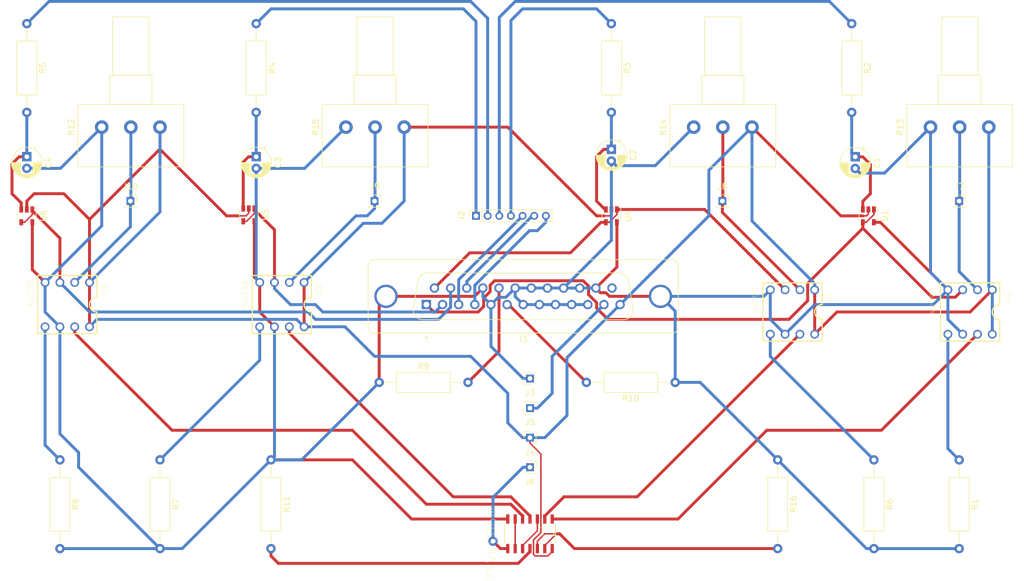
<source format=kicad_pcb>
(kicad_pcb (version 20171130) (host pcbnew "(5.0.1)-4")

  (general
    (thickness 1.6)
    (drawings 0)
    (tracks 357)
    (zones 0)
    (modules 39)
    (nets 39)
  )

  (page A4)
  (layers
    (0 F.Cu signal)
    (31 B.Cu signal)
    (32 B.Adhes user)
    (33 F.Adhes user)
    (34 B.Paste user)
    (35 F.Paste user)
    (36 B.SilkS user)
    (37 F.SilkS user)
    (38 B.Mask user)
    (39 F.Mask user)
    (40 Dwgs.User user)
    (41 Cmts.User user)
    (42 Eco1.User user)
    (43 Eco2.User user)
    (44 Edge.Cuts user)
    (45 Margin user)
    (46 B.CrtYd user)
    (47 F.CrtYd user)
    (48 B.Fab user)
    (49 F.Fab user)
  )

  (setup
    (last_trace_width 0.5)
    (trace_clearance 0.2)
    (zone_clearance 0.508)
    (zone_45_only no)
    (trace_min 0.2)
    (segment_width 0.2)
    (edge_width 0.15)
    (via_size 1.6)
    (via_drill 0.8)
    (via_min_size 0.4)
    (via_min_drill 0.3)
    (uvia_size 0.3)
    (uvia_drill 0.1)
    (uvias_allowed no)
    (uvia_min_size 0.2)
    (uvia_min_drill 0.1)
    (pcb_text_width 0.3)
    (pcb_text_size 1.5 1.5)
    (mod_edge_width 0.15)
    (mod_text_size 1 1)
    (mod_text_width 0.15)
    (pad_size 1.6 1.6)
    (pad_drill 0.8)
    (pad_to_mask_clearance 0.051)
    (solder_mask_min_width 0.25)
    (aux_axis_origin 0 0)
    (visible_elements 7FFFFFFF)
    (pcbplotparams
      (layerselection 0x010fc_ffffffff)
      (usegerberextensions false)
      (usegerberattributes false)
      (usegerberadvancedattributes false)
      (creategerberjobfile false)
      (excludeedgelayer true)
      (linewidth 0.100000)
      (plotframeref false)
      (viasonmask false)
      (mode 1)
      (useauxorigin false)
      (hpglpennumber 1)
      (hpglpenspeed 20)
      (hpglpendiameter 15.000000)
      (psnegative false)
      (psa4output false)
      (plotreference true)
      (plotvalue true)
      (plotinvisibletext false)
      (padsonsilk false)
      (subtractmaskfromsilk false)
      (outputformat 1)
      (mirror false)
      (drillshape 1)
      (scaleselection 1)
      (outputdirectory "../../../../../"))
  )

  (net 0 "")
  (net 1 "Net-(C3-Pad1)")
  (net 2 GND)
  (net 3 "Net-(C1-Pad1)")
  (net 4 "Net-(C2-Pad1)")
  (net 5 "Net-(C4-Pad1)")
  (net 6 "Net-(J1-Pad1)")
  (net 7 "Net-(J1-Pad2)")
  (net 8 "Net-(J1-Pad3)")
  (net 9 "Net-(J1-Pad4)")
  (net 10 "Net-(J1-Pad6)")
  (net 11 "Net-(J1-Pad12)")
  (net 12 "Net-(J1-Pad14)")
  (net 13 "Net-(J1-Pad15)")
  (net 14 "Net-(J1-Pad16)")
  (net 15 "Net-(J1-Pad18)")
  (net 16 "Net-(J1-Pad25)")
  (net 17 "Net-(U3-Pad10)")
  (net 18 "Net-(R11-Pad2)")
  (net 19 "Net-(R8-Pad1)")
  (net 20 "Net-(R6-Pad1)")
  (net 21 "Net-(R7-Pad1)")
  (net 22 "Net-(R1-Pad1)")
  (net 23 "Net-(R16-Pad2)")
  (net 24 "Net-(J2-Pad1)")
  (net 25 "Net-(J2-Pad2)")
  (net 26 "Net-(J2-Pad3)")
  (net 27 "Net-(J2-Pad4)")
  (net 28 "Net-(U2-Pad7)")
  (net 29 "Net-(U3-Pad4)")
  (net 30 "Net-(U3-Pad2)")
  (net 31 "Net-(U3-Pad5)")
  (net 32 "Net-(U3-Pad6)")
  (net 33 "Net-(J1-Pad13)")
  (net 34 "Net-(J6-Pad1)")
  (net 35 "Net-(J10-Pad1)")
  (net 36 "Net-(J9-Pad1)")
  (net 37 "Net-(J8-Pad1)")
  (net 38 "Net-(J7-Pad1)")

  (net_class Default "This is the default net class."
    (clearance 0.2)
    (trace_width 0.5)
    (via_dia 1.6)
    (via_drill 0.8)
    (uvia_dia 0.3)
    (uvia_drill 0.1)
    (add_net GND)
    (add_net "Net-(C1-Pad1)")
    (add_net "Net-(C2-Pad1)")
    (add_net "Net-(C3-Pad1)")
    (add_net "Net-(C4-Pad1)")
    (add_net "Net-(J1-Pad1)")
    (add_net "Net-(J1-Pad12)")
    (add_net "Net-(J1-Pad13)")
    (add_net "Net-(J1-Pad14)")
    (add_net "Net-(J1-Pad15)")
    (add_net "Net-(J1-Pad16)")
    (add_net "Net-(J1-Pad18)")
    (add_net "Net-(J1-Pad2)")
    (add_net "Net-(J1-Pad25)")
    (add_net "Net-(J1-Pad3)")
    (add_net "Net-(J1-Pad4)")
    (add_net "Net-(J1-Pad6)")
    (add_net "Net-(J10-Pad1)")
    (add_net "Net-(J2-Pad1)")
    (add_net "Net-(J2-Pad2)")
    (add_net "Net-(J2-Pad3)")
    (add_net "Net-(J2-Pad4)")
    (add_net "Net-(J6-Pad1)")
    (add_net "Net-(J7-Pad1)")
    (add_net "Net-(J8-Pad1)")
    (add_net "Net-(J9-Pad1)")
    (add_net "Net-(R1-Pad1)")
    (add_net "Net-(R11-Pad2)")
    (add_net "Net-(R16-Pad2)")
    (add_net "Net-(R6-Pad1)")
    (add_net "Net-(R7-Pad1)")
    (add_net "Net-(R8-Pad1)")
    (add_net "Net-(U2-Pad7)")
    (add_net "Net-(U3-Pad10)")
    (add_net "Net-(U3-Pad2)")
    (add_net "Net-(U3-Pad4)")
    (add_net "Net-(U3-Pad5)")
    (add_net "Net-(U3-Pad6)")
  )

  (module Connector_PinSocket_2.00mm:PinSocket_1x01_P2.00mm_Vertical (layer F.Cu) (tedit 5A19A430) (tstamp 5C10B819)
    (at 64.77 69.85)
    (descr "Through hole straight socket strip, 1x01, 2.00mm pitch, single row (from Kicad 4.0.7), script generated")
    (tags "Through hole socket strip THT 1x01 2.00mm single row")
    (path /5C1266DF)
    (fp_text reference J10 (at 0 -2.5) (layer F.SilkS)
      (effects (font (size 1 1) (thickness 0.15)))
    )
    (fp_text value Conn_01x01 (at 0 2.5) (layer F.Fab)
      (effects (font (size 1 1) (thickness 0.15)))
    )
    (fp_line (start -1 -1) (end 0.5 -1) (layer F.Fab) (width 0.1))
    (fp_line (start 0.5 -1) (end 1 -0.5) (layer F.Fab) (width 0.1))
    (fp_line (start 1 -0.5) (end 1 1) (layer F.Fab) (width 0.1))
    (fp_line (start 1 1) (end -1 1) (layer F.Fab) (width 0.1))
    (fp_line (start -1 1) (end -1 -1) (layer F.Fab) (width 0.1))
    (fp_line (start -1.06 1.06) (end 1.06 1.06) (layer F.SilkS) (width 0.12))
    (fp_line (start -1.06 0.94) (end -1.06 1.06) (layer F.SilkS) (width 0.12))
    (fp_line (start 1.06 0.94) (end 1.06 1.06) (layer F.SilkS) (width 0.12))
    (fp_line (start 1.06 -1.06) (end 1.06 0) (layer F.SilkS) (width 0.12))
    (fp_line (start 0 -1.06) (end 1.06 -1.06) (layer F.SilkS) (width 0.12))
    (fp_line (start -1.5 -1.5) (end 1.5 -1.5) (layer F.CrtYd) (width 0.05))
    (fp_line (start 1.5 -1.5) (end 1.5 1.5) (layer F.CrtYd) (width 0.05))
    (fp_line (start 1.5 1.5) (end -1.5 1.5) (layer F.CrtYd) (width 0.05))
    (fp_line (start -1.5 1.5) (end -1.5 -1.5) (layer F.CrtYd) (width 0.05))
    (fp_text user %R (at 0 0) (layer F.Fab)
      (effects (font (size 1 1) (thickness 0.15)))
    )
    (pad 1 thru_hole rect (at 0 0) (size 1.35 1.35) (drill 0.8) (layers *.Cu *.Mask)
      (net 35 "Net-(J10-Pad1)"))
    (model ${KISYS3DMOD}/Connector_PinSocket_2.00mm.3dshapes/PinSocket_1x01_P2.00mm_Vertical.wrl
      (at (xyz 0 0 0))
      (scale (xyz 1 1 1))
      (rotate (xyz 0 0 0))
    )
  )

  (module Connector_PinSocket_2.00mm:PinSocket_1x01_P2.00mm_Vertical (layer F.Cu) (tedit 5A19A430) (tstamp 5C10B855)
    (at 207.01 69.85)
    (descr "Through hole straight socket strip, 1x01, 2.00mm pitch, single row (from Kicad 4.0.7), script generated")
    (tags "Through hole socket strip THT 1x01 2.00mm single row")
    (path /5C14C6B7)
    (fp_text reference J7 (at 0 -2.5) (layer F.SilkS)
      (effects (font (size 1 1) (thickness 0.15)))
    )
    (fp_text value Conn_01x01 (at 0 2.5) (layer F.Fab)
      (effects (font (size 1 1) (thickness 0.15)))
    )
    (fp_text user %R (at 0 0) (layer F.Fab)
      (effects (font (size 1 1) (thickness 0.15)))
    )
    (fp_line (start -1.5 1.5) (end -1.5 -1.5) (layer F.CrtYd) (width 0.05))
    (fp_line (start 1.5 1.5) (end -1.5 1.5) (layer F.CrtYd) (width 0.05))
    (fp_line (start 1.5 -1.5) (end 1.5 1.5) (layer F.CrtYd) (width 0.05))
    (fp_line (start -1.5 -1.5) (end 1.5 -1.5) (layer F.CrtYd) (width 0.05))
    (fp_line (start 0 -1.06) (end 1.06 -1.06) (layer F.SilkS) (width 0.12))
    (fp_line (start 1.06 -1.06) (end 1.06 0) (layer F.SilkS) (width 0.12))
    (fp_line (start 1.06 0.94) (end 1.06 1.06) (layer F.SilkS) (width 0.12))
    (fp_line (start -1.06 0.94) (end -1.06 1.06) (layer F.SilkS) (width 0.12))
    (fp_line (start -1.06 1.06) (end 1.06 1.06) (layer F.SilkS) (width 0.12))
    (fp_line (start -1 1) (end -1 -1) (layer F.Fab) (width 0.1))
    (fp_line (start 1 1) (end -1 1) (layer F.Fab) (width 0.1))
    (fp_line (start 1 -0.5) (end 1 1) (layer F.Fab) (width 0.1))
    (fp_line (start 0.5 -1) (end 1 -0.5) (layer F.Fab) (width 0.1))
    (fp_line (start -1 -1) (end 0.5 -1) (layer F.Fab) (width 0.1))
    (pad 1 thru_hole rect (at 0 0) (size 1.35 1.35) (drill 0.8) (layers *.Cu *.Mask)
      (net 38 "Net-(J7-Pad1)"))
    (model ${KISYS3DMOD}/Connector_PinSocket_2.00mm.3dshapes/PinSocket_1x01_P2.00mm_Vertical.wrl
      (at (xyz 0 0 0))
      (scale (xyz 1 1 1))
      (rotate (xyz 0 0 0))
    )
  )

  (module Connector_PinSocket_2.00mm:PinSocket_1x01_P2.00mm_Vertical (layer F.Cu) (tedit 5A19A430) (tstamp 5C10B841)
    (at 166.37 69.85)
    (descr "Through hole straight socket strip, 1x01, 2.00mm pitch, single row (from Kicad 4.0.7), script generated")
    (tags "Through hole socket strip THT 1x01 2.00mm single row")
    (path /5C13FC5F)
    (fp_text reference J8 (at 0 -2.5) (layer F.SilkS)
      (effects (font (size 1 1) (thickness 0.15)))
    )
    (fp_text value Conn_01x01 (at 0 2.5) (layer F.Fab)
      (effects (font (size 1 1) (thickness 0.15)))
    )
    (fp_line (start -1 -1) (end 0.5 -1) (layer F.Fab) (width 0.1))
    (fp_line (start 0.5 -1) (end 1 -0.5) (layer F.Fab) (width 0.1))
    (fp_line (start 1 -0.5) (end 1 1) (layer F.Fab) (width 0.1))
    (fp_line (start 1 1) (end -1 1) (layer F.Fab) (width 0.1))
    (fp_line (start -1 1) (end -1 -1) (layer F.Fab) (width 0.1))
    (fp_line (start -1.06 1.06) (end 1.06 1.06) (layer F.SilkS) (width 0.12))
    (fp_line (start -1.06 0.94) (end -1.06 1.06) (layer F.SilkS) (width 0.12))
    (fp_line (start 1.06 0.94) (end 1.06 1.06) (layer F.SilkS) (width 0.12))
    (fp_line (start 1.06 -1.06) (end 1.06 0) (layer F.SilkS) (width 0.12))
    (fp_line (start 0 -1.06) (end 1.06 -1.06) (layer F.SilkS) (width 0.12))
    (fp_line (start -1.5 -1.5) (end 1.5 -1.5) (layer F.CrtYd) (width 0.05))
    (fp_line (start 1.5 -1.5) (end 1.5 1.5) (layer F.CrtYd) (width 0.05))
    (fp_line (start 1.5 1.5) (end -1.5 1.5) (layer F.CrtYd) (width 0.05))
    (fp_line (start -1.5 1.5) (end -1.5 -1.5) (layer F.CrtYd) (width 0.05))
    (fp_text user %R (at 0 0) (layer F.Fab)
      (effects (font (size 1 1) (thickness 0.15)))
    )
    (pad 1 thru_hole rect (at 0 0) (size 1.35 1.35) (drill 0.8) (layers *.Cu *.Mask)
      (net 37 "Net-(J8-Pad1)"))
    (model ${KISYS3DMOD}/Connector_PinSocket_2.00mm.3dshapes/PinSocket_1x01_P2.00mm_Vertical.wrl
      (at (xyz 0 0 0))
      (scale (xyz 1 1 1))
      (rotate (xyz 0 0 0))
    )
  )

  (module Connector_PinSocket_2.00mm:PinSocket_1x01_P2.00mm_Vertical (layer F.Cu) (tedit 5A19A430) (tstamp 5C10B82D)
    (at 106.68 69.85)
    (descr "Through hole straight socket strip, 1x01, 2.00mm pitch, single row (from Kicad 4.0.7), script generated")
    (tags "Through hole socket strip THT 1x01 2.00mm single row")
    (path /5C13326A)
    (fp_text reference J9 (at 0 -2.5) (layer F.SilkS)
      (effects (font (size 1 1) (thickness 0.15)))
    )
    (fp_text value Conn_01x01 (at 0 2.5) (layer F.Fab)
      (effects (font (size 1 1) (thickness 0.15)))
    )
    (fp_text user %R (at 0 0) (layer F.Fab)
      (effects (font (size 1 1) (thickness 0.15)))
    )
    (fp_line (start -1.5 1.5) (end -1.5 -1.5) (layer F.CrtYd) (width 0.05))
    (fp_line (start 1.5 1.5) (end -1.5 1.5) (layer F.CrtYd) (width 0.05))
    (fp_line (start 1.5 -1.5) (end 1.5 1.5) (layer F.CrtYd) (width 0.05))
    (fp_line (start -1.5 -1.5) (end 1.5 -1.5) (layer F.CrtYd) (width 0.05))
    (fp_line (start 0 -1.06) (end 1.06 -1.06) (layer F.SilkS) (width 0.12))
    (fp_line (start 1.06 -1.06) (end 1.06 0) (layer F.SilkS) (width 0.12))
    (fp_line (start 1.06 0.94) (end 1.06 1.06) (layer F.SilkS) (width 0.12))
    (fp_line (start -1.06 0.94) (end -1.06 1.06) (layer F.SilkS) (width 0.12))
    (fp_line (start -1.06 1.06) (end 1.06 1.06) (layer F.SilkS) (width 0.12))
    (fp_line (start -1 1) (end -1 -1) (layer F.Fab) (width 0.1))
    (fp_line (start 1 1) (end -1 1) (layer F.Fab) (width 0.1))
    (fp_line (start 1 -0.5) (end 1 1) (layer F.Fab) (width 0.1))
    (fp_line (start 0.5 -1) (end 1 -0.5) (layer F.Fab) (width 0.1))
    (fp_line (start -1 -1) (end 0.5 -1) (layer F.Fab) (width 0.1))
    (pad 1 thru_hole rect (at 0 0) (size 1.35 1.35) (drill 0.8) (layers *.Cu *.Mask)
      (net 36 "Net-(J9-Pad1)"))
    (model ${KISYS3DMOD}/Connector_PinSocket_2.00mm.3dshapes/PinSocket_1x01_P2.00mm_Vertical.wrl
      (at (xyz 0 0 0))
      (scale (xyz 1 1 1))
      (rotate (xyz 0 0 0))
    )
  )

  (module Connector_PinSocket_2.00mm:PinSocket_1x07_P2.00mm_Vertical (layer F.Cu) (tedit 5A19A424) (tstamp 5C12E28F)
    (at 124.08 72.39 90)
    (descr "Through hole straight socket strip, 1x07, 2.00mm pitch, single row (from Kicad 4.0.7), script generated")
    (tags "Through hole socket strip THT 1x07 2.00mm single row")
    (path /5C1B3975)
    (fp_text reference J2 (at 0 -2.5 90) (layer F.SilkS)
      (effects (font (size 1 1) (thickness 0.15)))
    )
    (fp_text value Conn_01x07 (at 0 14.5 90) (layer F.Fab)
      (effects (font (size 1 1) (thickness 0.15)))
    )
    (fp_line (start -1 -1) (end 0.5 -1) (layer F.Fab) (width 0.1))
    (fp_line (start 0.5 -1) (end 1 -0.5) (layer F.Fab) (width 0.1))
    (fp_line (start 1 -0.5) (end 1 13) (layer F.Fab) (width 0.1))
    (fp_line (start 1 13) (end -1 13) (layer F.Fab) (width 0.1))
    (fp_line (start -1 13) (end -1 -1) (layer F.Fab) (width 0.1))
    (fp_line (start -1.06 1) (end 1.06 1) (layer F.SilkS) (width 0.12))
    (fp_line (start -1.06 1) (end -1.06 13.06) (layer F.SilkS) (width 0.12))
    (fp_line (start -1.06 13.06) (end 1.06 13.06) (layer F.SilkS) (width 0.12))
    (fp_line (start 1.06 1) (end 1.06 13.06) (layer F.SilkS) (width 0.12))
    (fp_line (start 1.06 -1.06) (end 1.06 0) (layer F.SilkS) (width 0.12))
    (fp_line (start 0 -1.06) (end 1.06 -1.06) (layer F.SilkS) (width 0.12))
    (fp_line (start -1.5 -1.5) (end 1.5 -1.5) (layer F.CrtYd) (width 0.05))
    (fp_line (start 1.5 -1.5) (end 1.5 13.5) (layer F.CrtYd) (width 0.05))
    (fp_line (start 1.5 13.5) (end -1.5 13.5) (layer F.CrtYd) (width 0.05))
    (fp_line (start -1.5 13.5) (end -1.5 -1.5) (layer F.CrtYd) (width 0.05))
    (fp_text user %R (at 0 6 180) (layer F.Fab)
      (effects (font (size 1 1) (thickness 0.15)))
    )
    (pad 1 thru_hole rect (at 0 0 90) (size 1.35 1.35) (drill 0.8) (layers *.Cu *.Mask)
      (net 24 "Net-(J2-Pad1)"))
    (pad 2 thru_hole oval (at 0 2 90) (size 1.35 1.35) (drill 0.8) (layers *.Cu *.Mask)
      (net 25 "Net-(J2-Pad2)"))
    (pad 3 thru_hole oval (at 0 4 90) (size 1.35 1.35) (drill 0.8) (layers *.Cu *.Mask)
      (net 26 "Net-(J2-Pad3)"))
    (pad 4 thru_hole oval (at 0 6 90) (size 1.35 1.35) (drill 0.8) (layers *.Cu *.Mask)
      (net 27 "Net-(J2-Pad4)"))
    (pad 5 thru_hole oval (at 0 8 90) (size 1.35 1.35) (drill 0.8) (layers *.Cu *.Mask)
      (net 8 "Net-(J1-Pad3)"))
    (pad 6 thru_hole oval (at 0 10 90) (size 1.35 1.35) (drill 0.8) (layers *.Cu *.Mask)
      (net 14 "Net-(J1-Pad16)"))
    (pad 7 thru_hole oval (at 0 12 90) (size 1.35 1.35) (drill 0.8) (layers *.Cu *.Mask)
      (net 9 "Net-(J1-Pad4)"))
    (model ${KISYS3DMOD}/Connector_PinSocket_2.00mm.3dshapes/PinSocket_1x07_P2.00mm_Vertical.wrl
      (at (xyz 0 0 0))
      (scale (xyz 1 1 1))
      (rotate (xyz 0 0 0))
    )
  )

  (module Resistor_THT:R_Axial_DIN0309_L9.0mm_D3.2mm_P15.24mm_Horizontal (layer F.Cu) (tedit 5AE5139B) (tstamp 5C130B77)
    (at 88.9 114.3 270)
    (descr "Resistor, Axial_DIN0309 series, Axial, Horizontal, pin pitch=15.24mm, 0.5W = 1/2W, length*diameter=9*3.2mm^2, http://cdn-reichelt.de/documents/datenblatt/B400/1_4W%23YAG.pdf")
    (tags "Resistor Axial_DIN0309 series Axial Horizontal pin pitch 15.24mm 0.5W = 1/2W length 9mm diameter 3.2mm")
    (path /5C0F53C8)
    (fp_text reference R11 (at 7.62 -2.72 270) (layer F.SilkS)
      (effects (font (size 1 1) (thickness 0.15)))
    )
    (fp_text value 1625873-3 (at 7.62 2.72 270) (layer F.Fab)
      (effects (font (size 1 1) (thickness 0.15)))
    )
    (fp_line (start 3.12 -1.6) (end 3.12 1.6) (layer F.Fab) (width 0.1))
    (fp_line (start 3.12 1.6) (end 12.12 1.6) (layer F.Fab) (width 0.1))
    (fp_line (start 12.12 1.6) (end 12.12 -1.6) (layer F.Fab) (width 0.1))
    (fp_line (start 12.12 -1.6) (end 3.12 -1.6) (layer F.Fab) (width 0.1))
    (fp_line (start 0 0) (end 3.12 0) (layer F.Fab) (width 0.1))
    (fp_line (start 15.24 0) (end 12.12 0) (layer F.Fab) (width 0.1))
    (fp_line (start 3 -1.72) (end 3 1.72) (layer F.SilkS) (width 0.12))
    (fp_line (start 3 1.72) (end 12.24 1.72) (layer F.SilkS) (width 0.12))
    (fp_line (start 12.24 1.72) (end 12.24 -1.72) (layer F.SilkS) (width 0.12))
    (fp_line (start 12.24 -1.72) (end 3 -1.72) (layer F.SilkS) (width 0.12))
    (fp_line (start 1.04 0) (end 3 0) (layer F.SilkS) (width 0.12))
    (fp_line (start 14.2 0) (end 12.24 0) (layer F.SilkS) (width 0.12))
    (fp_line (start -1.05 -1.85) (end -1.05 1.85) (layer F.CrtYd) (width 0.05))
    (fp_line (start -1.05 1.85) (end 16.29 1.85) (layer F.CrtYd) (width 0.05))
    (fp_line (start 16.29 1.85) (end 16.29 -1.85) (layer F.CrtYd) (width 0.05))
    (fp_line (start 16.29 -1.85) (end -1.05 -1.85) (layer F.CrtYd) (width 0.05))
    (fp_text user %R (at 7.62 0 270) (layer F.Fab)
      (effects (font (size 1 1) (thickness 0.15)))
    )
    (pad 1 thru_hole circle (at 0 0 270) (size 1.6 1.6) (drill 0.8) (layers *.Cu *.Mask)
      (net 2 GND))
    (pad 2 thru_hole oval (at 15.24 0 270) (size 1.6 1.6) (drill 0.8) (layers *.Cu *.Mask)
      (net 18 "Net-(R11-Pad2)"))
    (model ${KISYS3DMOD}/Resistor_THT.3dshapes/R_Axial_DIN0309_L9.0mm_D3.2mm_P15.24mm_Horizontal.wrl
      (at (xyz 0 0 0))
      (scale (xyz 1 1 1))
      (rotate (xyz 0 0 0))
    )
  )

  (module Connector_PinSocket_2.00mm:PinSocket_1x01_P2.00mm_Vertical (layer F.Cu) (tedit 5A19A430) (tstamp 5C12E2E2)
    (at 133.35 100.33 180)
    (descr "Through hole straight socket strip, 1x01, 2.00mm pitch, single row (from Kicad 4.0.7), script generated")
    (tags "Through hole socket strip THT 1x01 2.00mm single row")
    (path /5C1B1882)
    (fp_text reference J3 (at 0 -2.5 180) (layer F.SilkS)
      (effects (font (size 1 1) (thickness 0.15)))
    )
    (fp_text value Conn_01x01 (at 0 2.5 180) (layer F.Fab)
      (effects (font (size 1 1) (thickness 0.15)))
    )
    (fp_text user %R (at 0 0 180) (layer F.Fab)
      (effects (font (size 1 1) (thickness 0.15)))
    )
    (fp_line (start -1.5 1.5) (end -1.5 -1.5) (layer F.CrtYd) (width 0.05))
    (fp_line (start 1.5 1.5) (end -1.5 1.5) (layer F.CrtYd) (width 0.05))
    (fp_line (start 1.5 -1.5) (end 1.5 1.5) (layer F.CrtYd) (width 0.05))
    (fp_line (start -1.5 -1.5) (end 1.5 -1.5) (layer F.CrtYd) (width 0.05))
    (fp_line (start 0 -1.06) (end 1.06 -1.06) (layer F.SilkS) (width 0.12))
    (fp_line (start 1.06 -1.06) (end 1.06 0) (layer F.SilkS) (width 0.12))
    (fp_line (start 1.06 0.94) (end 1.06 1.06) (layer F.SilkS) (width 0.12))
    (fp_line (start -1.06 0.94) (end -1.06 1.06) (layer F.SilkS) (width 0.12))
    (fp_line (start -1.06 1.06) (end 1.06 1.06) (layer F.SilkS) (width 0.12))
    (fp_line (start -1 1) (end -1 -1) (layer F.Fab) (width 0.1))
    (fp_line (start 1 1) (end -1 1) (layer F.Fab) (width 0.1))
    (fp_line (start 1 -0.5) (end 1 1) (layer F.Fab) (width 0.1))
    (fp_line (start 0.5 -1) (end 1 -0.5) (layer F.Fab) (width 0.1))
    (fp_line (start -1 -1) (end 0.5 -1) (layer F.Fab) (width 0.1))
    (pad 1 thru_hole rect (at 0 0 180) (size 1.35 1.35) (drill 0.8) (layers *.Cu *.Mask)
      (net 2 GND))
    (model ${KISYS3DMOD}/Connector_PinSocket_2.00mm.3dshapes/PinSocket_1x01_P2.00mm_Vertical.wrl
      (at (xyz 0 0 0))
      (scale (xyz 1 1 1))
      (rotate (xyz 0 0 0))
    )
  )

  (module Connector_PinSocket_2.00mm:PinSocket_1x01_P2.00mm_Vertical (layer F.Cu) (tedit 5C0E6DBC) (tstamp 5C12E2CF)
    (at 133.35 110.49 90)
    (descr "Through hole straight socket strip, 1x01, 2.00mm pitch, single row (from Kicad 4.0.7), script generated")
    (tags "Through hole socket strip THT 1x01 2.00mm single row")
    (path /5C174A6B)
    (fp_text reference J4 (at -2.54 0 180) (layer F.SilkS)
      (effects (font (size 1 1) (thickness 0.15)))
    )
    (fp_text value Conn_01x01 (at 0 2.5 90) (layer F.Fab)
      (effects (font (size 1 1) (thickness 0.15)))
    )
    (fp_line (start -1 -1) (end 0.5 -1) (layer F.Fab) (width 0.1))
    (fp_line (start 0.5 -1) (end 1 -0.5) (layer F.Fab) (width 0.1))
    (fp_line (start 1 -0.5) (end 1 1) (layer F.Fab) (width 0.1))
    (fp_line (start 1 1) (end -1 1) (layer F.Fab) (width 0.1))
    (fp_line (start -1 1) (end -1 -1) (layer F.Fab) (width 0.1))
    (fp_line (start -1.06 1.06) (end 1.06 1.06) (layer F.SilkS) (width 0.12))
    (fp_line (start -1.06 0.94) (end -1.06 1.06) (layer F.SilkS) (width 0.12))
    (fp_line (start 1.06 0.94) (end 1.06 1.06) (layer F.SilkS) (width 0.12))
    (fp_line (start 1.06 -1.06) (end 1.06 0) (layer F.SilkS) (width 0.12))
    (fp_line (start 0 -1.06) (end 1.06 -1.06) (layer F.SilkS) (width 0.12))
    (fp_line (start -1.5 -1.5) (end 1.5 -1.5) (layer F.CrtYd) (width 0.05))
    (fp_line (start 1.5 -1.5) (end 1.5 1.5) (layer F.CrtYd) (width 0.05))
    (fp_line (start 1.5 1.5) (end -1.5 1.5) (layer F.CrtYd) (width 0.05))
    (fp_line (start -1.5 1.5) (end -1.5 -1.5) (layer F.CrtYd) (width 0.05))
    (fp_text user %R (at 0 0 90) (layer F.Fab)
      (effects (font (size 1 1) (thickness 0.15)))
    )
    (pad 1 thru_hole rect (at 0 0 90) (size 1.35 1.35) (drill 0.8) (layers *.Cu *.Mask)
      (net 33 "Net-(J1-Pad13)"))
    (model ${KISYS3DMOD}/Connector_PinSocket_2.00mm.3dshapes/PinSocket_1x01_P2.00mm_Vertical.wrl
      (at (xyz 0 0 0))
      (scale (xyz 1 1 1))
      (rotate (xyz 0 0 0))
    )
  )

  (module Connector_PinSocket_2.00mm:PinSocket_1x01_P2.00mm_Vertical (layer F.Cu) (tedit 5A19A430) (tstamp 5C12E2BC)
    (at 133.35 105.41 180)
    (descr "Through hole straight socket strip, 1x01, 2.00mm pitch, single row (from Kicad 4.0.7), script generated")
    (tags "Through hole socket strip THT 1x01 2.00mm single row")
    (path /5C272A2D)
    (fp_text reference J5 (at 0 -2.5 180) (layer F.SilkS)
      (effects (font (size 1 1) (thickness 0.15)))
    )
    (fp_text value Conn_01x01 (at 0 2.5 180) (layer F.Fab)
      (effects (font (size 1 1) (thickness 0.15)))
    )
    (fp_text user %R (at 0 0 180) (layer F.Fab)
      (effects (font (size 1 1) (thickness 0.15)))
    )
    (fp_line (start -1.5 1.5) (end -1.5 -1.5) (layer F.CrtYd) (width 0.05))
    (fp_line (start 1.5 1.5) (end -1.5 1.5) (layer F.CrtYd) (width 0.05))
    (fp_line (start 1.5 -1.5) (end 1.5 1.5) (layer F.CrtYd) (width 0.05))
    (fp_line (start -1.5 -1.5) (end 1.5 -1.5) (layer F.CrtYd) (width 0.05))
    (fp_line (start 0 -1.06) (end 1.06 -1.06) (layer F.SilkS) (width 0.12))
    (fp_line (start 1.06 -1.06) (end 1.06 0) (layer F.SilkS) (width 0.12))
    (fp_line (start 1.06 0.94) (end 1.06 1.06) (layer F.SilkS) (width 0.12))
    (fp_line (start -1.06 0.94) (end -1.06 1.06) (layer F.SilkS) (width 0.12))
    (fp_line (start -1.06 1.06) (end 1.06 1.06) (layer F.SilkS) (width 0.12))
    (fp_line (start -1 1) (end -1 -1) (layer F.Fab) (width 0.1))
    (fp_line (start 1 1) (end -1 1) (layer F.Fab) (width 0.1))
    (fp_line (start 1 -0.5) (end 1 1) (layer F.Fab) (width 0.1))
    (fp_line (start 0.5 -1) (end 1 -0.5) (layer F.Fab) (width 0.1))
    (fp_line (start -1 -1) (end 0.5 -1) (layer F.Fab) (width 0.1))
    (pad 1 thru_hole rect (at 0 0 180) (size 1.35 1.35) (drill 0.8) (layers *.Cu *.Mask)
      (net 11 "Net-(J1-Pad12)"))
    (model ${KISYS3DMOD}/Connector_PinSocket_2.00mm.3dshapes/PinSocket_1x01_P2.00mm_Vertical.wrl
      (at (xyz 0 0 0))
      (scale (xyz 1 1 1))
      (rotate (xyz 0 0 0))
    )
  )

  (module Connector_PinSocket_2.00mm:PinSocket_1x01_P2.00mm_Vertical (layer F.Cu) (tedit 5A19A430) (tstamp 5C12E2A9)
    (at 133.35 115.57)
    (descr "Through hole straight socket strip, 1x01, 2.00mm pitch, single row (from Kicad 4.0.7), script generated")
    (tags "Through hole socket strip THT 1x01 2.00mm single row")
    (path /5C1A54CC)
    (fp_text reference J6 (at 0 2.54) (layer F.SilkS)
      (effects (font (size 1 1) (thickness 0.15)))
    )
    (fp_text value Conn_01x01 (at 0 2.5) (layer F.Fab)
      (effects (font (size 1 1) (thickness 0.15)))
    )
    (fp_line (start -1 -1) (end 0.5 -1) (layer F.Fab) (width 0.1))
    (fp_line (start 0.5 -1) (end 1 -0.5) (layer F.Fab) (width 0.1))
    (fp_line (start 1 -0.5) (end 1 1) (layer F.Fab) (width 0.1))
    (fp_line (start 1 1) (end -1 1) (layer F.Fab) (width 0.1))
    (fp_line (start -1 1) (end -1 -1) (layer F.Fab) (width 0.1))
    (fp_line (start -1.06 1.06) (end 1.06 1.06) (layer F.SilkS) (width 0.12))
    (fp_line (start -1.06 0.94) (end -1.06 1.06) (layer F.SilkS) (width 0.12))
    (fp_line (start 1.06 0.94) (end 1.06 1.06) (layer F.SilkS) (width 0.12))
    (fp_line (start 1.06 -1.06) (end 1.06 0) (layer F.SilkS) (width 0.12))
    (fp_line (start 0 -1.06) (end 1.06 -1.06) (layer F.SilkS) (width 0.12))
    (fp_line (start -1.5 -1.5) (end 1.5 -1.5) (layer F.CrtYd) (width 0.05))
    (fp_line (start 1.5 -1.5) (end 1.5 1.5) (layer F.CrtYd) (width 0.05))
    (fp_line (start 1.5 1.5) (end -1.5 1.5) (layer F.CrtYd) (width 0.05))
    (fp_line (start -1.5 1.5) (end -1.5 -1.5) (layer F.CrtYd) (width 0.05))
    (fp_text user %R (at 0 0) (layer F.Fab)
      (effects (font (size 1 1) (thickness 0.15)))
    )
    (pad 1 thru_hole rect (at 0 0) (size 1.35 1.35) (drill 0.8) (layers *.Cu *.Mask)
      (net 34 "Net-(J6-Pad1)"))
    (model ${KISYS3DMOD}/Connector_PinSocket_2.00mm.3dshapes/PinSocket_1x01_P2.00mm_Vertical.wrl
      (at (xyz 0 0 0))
      (scale (xyz 1 1 1))
      (rotate (xyz 0 0 0))
    )
  )

  (module Capacitor_THT:CP_Radial_D5.0mm_P2.00mm (layer F.Cu) (tedit 5AE50EF0) (tstamp 5C17CE4F)
    (at 147.32 60.96 270)
    (descr "CP, Radial series, Radial, pin pitch=2.00mm, , diameter=5mm, Electrolytic Capacitor")
    (tags "CP Radial series Radial pin pitch 2.00mm  diameter 5mm Electrolytic Capacitor")
    (path /5C2C03D6)
    (fp_text reference C2 (at 1 -3.75 270) (layer F.SilkS)
      (effects (font (size 1 1) (thickness 0.15)))
    )
    (fp_text value GRM188R60J106ME47D (at 1 3.75 270) (layer F.Fab)
      (effects (font (size 1 1) (thickness 0.15)))
    )
    (fp_circle (center 1 0) (end 3.5 0) (layer F.Fab) (width 0.1))
    (fp_circle (center 1 0) (end 3.62 0) (layer F.SilkS) (width 0.12))
    (fp_circle (center 1 0) (end 3.75 0) (layer F.CrtYd) (width 0.05))
    (fp_line (start -1.133605 -1.0875) (end -0.633605 -1.0875) (layer F.Fab) (width 0.1))
    (fp_line (start -0.883605 -1.3375) (end -0.883605 -0.8375) (layer F.Fab) (width 0.1))
    (fp_line (start 1 1.04) (end 1 2.58) (layer F.SilkS) (width 0.12))
    (fp_line (start 1 -2.58) (end 1 -1.04) (layer F.SilkS) (width 0.12))
    (fp_line (start 1.04 1.04) (end 1.04 2.58) (layer F.SilkS) (width 0.12))
    (fp_line (start 1.04 -2.58) (end 1.04 -1.04) (layer F.SilkS) (width 0.12))
    (fp_line (start 1.08 -2.579) (end 1.08 -1.04) (layer F.SilkS) (width 0.12))
    (fp_line (start 1.08 1.04) (end 1.08 2.579) (layer F.SilkS) (width 0.12))
    (fp_line (start 1.12 -2.578) (end 1.12 -1.04) (layer F.SilkS) (width 0.12))
    (fp_line (start 1.12 1.04) (end 1.12 2.578) (layer F.SilkS) (width 0.12))
    (fp_line (start 1.16 -2.576) (end 1.16 -1.04) (layer F.SilkS) (width 0.12))
    (fp_line (start 1.16 1.04) (end 1.16 2.576) (layer F.SilkS) (width 0.12))
    (fp_line (start 1.2 -2.573) (end 1.2 -1.04) (layer F.SilkS) (width 0.12))
    (fp_line (start 1.2 1.04) (end 1.2 2.573) (layer F.SilkS) (width 0.12))
    (fp_line (start 1.24 -2.569) (end 1.24 -1.04) (layer F.SilkS) (width 0.12))
    (fp_line (start 1.24 1.04) (end 1.24 2.569) (layer F.SilkS) (width 0.12))
    (fp_line (start 1.28 -2.565) (end 1.28 -1.04) (layer F.SilkS) (width 0.12))
    (fp_line (start 1.28 1.04) (end 1.28 2.565) (layer F.SilkS) (width 0.12))
    (fp_line (start 1.32 -2.561) (end 1.32 -1.04) (layer F.SilkS) (width 0.12))
    (fp_line (start 1.32 1.04) (end 1.32 2.561) (layer F.SilkS) (width 0.12))
    (fp_line (start 1.36 -2.556) (end 1.36 -1.04) (layer F.SilkS) (width 0.12))
    (fp_line (start 1.36 1.04) (end 1.36 2.556) (layer F.SilkS) (width 0.12))
    (fp_line (start 1.4 -2.55) (end 1.4 -1.04) (layer F.SilkS) (width 0.12))
    (fp_line (start 1.4 1.04) (end 1.4 2.55) (layer F.SilkS) (width 0.12))
    (fp_line (start 1.44 -2.543) (end 1.44 -1.04) (layer F.SilkS) (width 0.12))
    (fp_line (start 1.44 1.04) (end 1.44 2.543) (layer F.SilkS) (width 0.12))
    (fp_line (start 1.48 -2.536) (end 1.48 -1.04) (layer F.SilkS) (width 0.12))
    (fp_line (start 1.48 1.04) (end 1.48 2.536) (layer F.SilkS) (width 0.12))
    (fp_line (start 1.52 -2.528) (end 1.52 -1.04) (layer F.SilkS) (width 0.12))
    (fp_line (start 1.52 1.04) (end 1.52 2.528) (layer F.SilkS) (width 0.12))
    (fp_line (start 1.56 -2.52) (end 1.56 -1.04) (layer F.SilkS) (width 0.12))
    (fp_line (start 1.56 1.04) (end 1.56 2.52) (layer F.SilkS) (width 0.12))
    (fp_line (start 1.6 -2.511) (end 1.6 -1.04) (layer F.SilkS) (width 0.12))
    (fp_line (start 1.6 1.04) (end 1.6 2.511) (layer F.SilkS) (width 0.12))
    (fp_line (start 1.64 -2.501) (end 1.64 -1.04) (layer F.SilkS) (width 0.12))
    (fp_line (start 1.64 1.04) (end 1.64 2.501) (layer F.SilkS) (width 0.12))
    (fp_line (start 1.68 -2.491) (end 1.68 -1.04) (layer F.SilkS) (width 0.12))
    (fp_line (start 1.68 1.04) (end 1.68 2.491) (layer F.SilkS) (width 0.12))
    (fp_line (start 1.721 -2.48) (end 1.721 -1.04) (layer F.SilkS) (width 0.12))
    (fp_line (start 1.721 1.04) (end 1.721 2.48) (layer F.SilkS) (width 0.12))
    (fp_line (start 1.761 -2.468) (end 1.761 -1.04) (layer F.SilkS) (width 0.12))
    (fp_line (start 1.761 1.04) (end 1.761 2.468) (layer F.SilkS) (width 0.12))
    (fp_line (start 1.801 -2.455) (end 1.801 -1.04) (layer F.SilkS) (width 0.12))
    (fp_line (start 1.801 1.04) (end 1.801 2.455) (layer F.SilkS) (width 0.12))
    (fp_line (start 1.841 -2.442) (end 1.841 -1.04) (layer F.SilkS) (width 0.12))
    (fp_line (start 1.841 1.04) (end 1.841 2.442) (layer F.SilkS) (width 0.12))
    (fp_line (start 1.881 -2.428) (end 1.881 -1.04) (layer F.SilkS) (width 0.12))
    (fp_line (start 1.881 1.04) (end 1.881 2.428) (layer F.SilkS) (width 0.12))
    (fp_line (start 1.921 -2.414) (end 1.921 -1.04) (layer F.SilkS) (width 0.12))
    (fp_line (start 1.921 1.04) (end 1.921 2.414) (layer F.SilkS) (width 0.12))
    (fp_line (start 1.961 -2.398) (end 1.961 -1.04) (layer F.SilkS) (width 0.12))
    (fp_line (start 1.961 1.04) (end 1.961 2.398) (layer F.SilkS) (width 0.12))
    (fp_line (start 2.001 -2.382) (end 2.001 -1.04) (layer F.SilkS) (width 0.12))
    (fp_line (start 2.001 1.04) (end 2.001 2.382) (layer F.SilkS) (width 0.12))
    (fp_line (start 2.041 -2.365) (end 2.041 -1.04) (layer F.SilkS) (width 0.12))
    (fp_line (start 2.041 1.04) (end 2.041 2.365) (layer F.SilkS) (width 0.12))
    (fp_line (start 2.081 -2.348) (end 2.081 -1.04) (layer F.SilkS) (width 0.12))
    (fp_line (start 2.081 1.04) (end 2.081 2.348) (layer F.SilkS) (width 0.12))
    (fp_line (start 2.121 -2.329) (end 2.121 -1.04) (layer F.SilkS) (width 0.12))
    (fp_line (start 2.121 1.04) (end 2.121 2.329) (layer F.SilkS) (width 0.12))
    (fp_line (start 2.161 -2.31) (end 2.161 -1.04) (layer F.SilkS) (width 0.12))
    (fp_line (start 2.161 1.04) (end 2.161 2.31) (layer F.SilkS) (width 0.12))
    (fp_line (start 2.201 -2.29) (end 2.201 -1.04) (layer F.SilkS) (width 0.12))
    (fp_line (start 2.201 1.04) (end 2.201 2.29) (layer F.SilkS) (width 0.12))
    (fp_line (start 2.241 -2.268) (end 2.241 -1.04) (layer F.SilkS) (width 0.12))
    (fp_line (start 2.241 1.04) (end 2.241 2.268) (layer F.SilkS) (width 0.12))
    (fp_line (start 2.281 -2.247) (end 2.281 -1.04) (layer F.SilkS) (width 0.12))
    (fp_line (start 2.281 1.04) (end 2.281 2.247) (layer F.SilkS) (width 0.12))
    (fp_line (start 2.321 -2.224) (end 2.321 -1.04) (layer F.SilkS) (width 0.12))
    (fp_line (start 2.321 1.04) (end 2.321 2.224) (layer F.SilkS) (width 0.12))
    (fp_line (start 2.361 -2.2) (end 2.361 -1.04) (layer F.SilkS) (width 0.12))
    (fp_line (start 2.361 1.04) (end 2.361 2.2) (layer F.SilkS) (width 0.12))
    (fp_line (start 2.401 -2.175) (end 2.401 -1.04) (layer F.SilkS) (width 0.12))
    (fp_line (start 2.401 1.04) (end 2.401 2.175) (layer F.SilkS) (width 0.12))
    (fp_line (start 2.441 -2.149) (end 2.441 -1.04) (layer F.SilkS) (width 0.12))
    (fp_line (start 2.441 1.04) (end 2.441 2.149) (layer F.SilkS) (width 0.12))
    (fp_line (start 2.481 -2.122) (end 2.481 -1.04) (layer F.SilkS) (width 0.12))
    (fp_line (start 2.481 1.04) (end 2.481 2.122) (layer F.SilkS) (width 0.12))
    (fp_line (start 2.521 -2.095) (end 2.521 -1.04) (layer F.SilkS) (width 0.12))
    (fp_line (start 2.521 1.04) (end 2.521 2.095) (layer F.SilkS) (width 0.12))
    (fp_line (start 2.561 -2.065) (end 2.561 -1.04) (layer F.SilkS) (width 0.12))
    (fp_line (start 2.561 1.04) (end 2.561 2.065) (layer F.SilkS) (width 0.12))
    (fp_line (start 2.601 -2.035) (end 2.601 -1.04) (layer F.SilkS) (width 0.12))
    (fp_line (start 2.601 1.04) (end 2.601 2.035) (layer F.SilkS) (width 0.12))
    (fp_line (start 2.641 -2.004) (end 2.641 -1.04) (layer F.SilkS) (width 0.12))
    (fp_line (start 2.641 1.04) (end 2.641 2.004) (layer F.SilkS) (width 0.12))
    (fp_line (start 2.681 -1.971) (end 2.681 -1.04) (layer F.SilkS) (width 0.12))
    (fp_line (start 2.681 1.04) (end 2.681 1.971) (layer F.SilkS) (width 0.12))
    (fp_line (start 2.721 -1.937) (end 2.721 -1.04) (layer F.SilkS) (width 0.12))
    (fp_line (start 2.721 1.04) (end 2.721 1.937) (layer F.SilkS) (width 0.12))
    (fp_line (start 2.761 -1.901) (end 2.761 -1.04) (layer F.SilkS) (width 0.12))
    (fp_line (start 2.761 1.04) (end 2.761 1.901) (layer F.SilkS) (width 0.12))
    (fp_line (start 2.801 -1.864) (end 2.801 -1.04) (layer F.SilkS) (width 0.12))
    (fp_line (start 2.801 1.04) (end 2.801 1.864) (layer F.SilkS) (width 0.12))
    (fp_line (start 2.841 -1.826) (end 2.841 -1.04) (layer F.SilkS) (width 0.12))
    (fp_line (start 2.841 1.04) (end 2.841 1.826) (layer F.SilkS) (width 0.12))
    (fp_line (start 2.881 -1.785) (end 2.881 -1.04) (layer F.SilkS) (width 0.12))
    (fp_line (start 2.881 1.04) (end 2.881 1.785) (layer F.SilkS) (width 0.12))
    (fp_line (start 2.921 -1.743) (end 2.921 -1.04) (layer F.SilkS) (width 0.12))
    (fp_line (start 2.921 1.04) (end 2.921 1.743) (layer F.SilkS) (width 0.12))
    (fp_line (start 2.961 -1.699) (end 2.961 -1.04) (layer F.SilkS) (width 0.12))
    (fp_line (start 2.961 1.04) (end 2.961 1.699) (layer F.SilkS) (width 0.12))
    (fp_line (start 3.001 -1.653) (end 3.001 -1.04) (layer F.SilkS) (width 0.12))
    (fp_line (start 3.001 1.04) (end 3.001 1.653) (layer F.SilkS) (width 0.12))
    (fp_line (start 3.041 -1.605) (end 3.041 1.605) (layer F.SilkS) (width 0.12))
    (fp_line (start 3.081 -1.554) (end 3.081 1.554) (layer F.SilkS) (width 0.12))
    (fp_line (start 3.121 -1.5) (end 3.121 1.5) (layer F.SilkS) (width 0.12))
    (fp_line (start 3.161 -1.443) (end 3.161 1.443) (layer F.SilkS) (width 0.12))
    (fp_line (start 3.201 -1.383) (end 3.201 1.383) (layer F.SilkS) (width 0.12))
    (fp_line (start 3.241 -1.319) (end 3.241 1.319) (layer F.SilkS) (width 0.12))
    (fp_line (start 3.281 -1.251) (end 3.281 1.251) (layer F.SilkS) (width 0.12))
    (fp_line (start 3.321 -1.178) (end 3.321 1.178) (layer F.SilkS) (width 0.12))
    (fp_line (start 3.361 -1.098) (end 3.361 1.098) (layer F.SilkS) (width 0.12))
    (fp_line (start 3.401 -1.011) (end 3.401 1.011) (layer F.SilkS) (width 0.12))
    (fp_line (start 3.441 -0.915) (end 3.441 0.915) (layer F.SilkS) (width 0.12))
    (fp_line (start 3.481 -0.805) (end 3.481 0.805) (layer F.SilkS) (width 0.12))
    (fp_line (start 3.521 -0.677) (end 3.521 0.677) (layer F.SilkS) (width 0.12))
    (fp_line (start 3.561 -0.518) (end 3.561 0.518) (layer F.SilkS) (width 0.12))
    (fp_line (start 3.601 -0.284) (end 3.601 0.284) (layer F.SilkS) (width 0.12))
    (fp_line (start -1.804775 -1.475) (end -1.304775 -1.475) (layer F.SilkS) (width 0.12))
    (fp_line (start -1.554775 -1.725) (end -1.554775 -1.225) (layer F.SilkS) (width 0.12))
    (fp_text user %R (at 1 0 270) (layer F.Fab)
      (effects (font (size 1 1) (thickness 0.15)))
    )
    (pad 1 thru_hole rect (at 0 0 270) (size 1.6 1.6) (drill 0.8) (layers *.Cu *.Mask)
      (net 4 "Net-(C2-Pad1)"))
    (pad 2 thru_hole circle (at 2 0 270) (size 1.6 1.6) (drill 0.8) (layers *.Cu *.Mask)
      (net 2 GND))
    (model ${KISYS3DMOD}/Capacitor_THT.3dshapes/CP_Radial_D5.0mm_P2.00mm.wrl
      (at (xyz 0 0 0))
      (scale (xyz 1 1 1))
      (rotate (xyz 0 0 0))
    )
  )

  (module Package_TO_SOT_SMD:SOT-23-5 (layer F.Cu) (tedit 5A02FF57) (tstamp 5C17CCEC)
    (at 46.99 72.39 270)
    (descr "5-pin SOT23 package")
    (tags SOT-23-5)
    (path /5C0CB73D)
    (attr smd)
    (fp_text reference U6 (at 0 -2.9 270) (layer F.SilkS)
      (effects (font (size 1 1) (thickness 0.15)))
    )
    (fp_text value MCP6001R (at 0 2.9 270) (layer F.Fab)
      (effects (font (size 1 1) (thickness 0.15)))
    )
    (fp_text user %R (at 0 0) (layer F.Fab)
      (effects (font (size 0.5 0.5) (thickness 0.075)))
    )
    (fp_line (start -0.9 1.61) (end 0.9 1.61) (layer F.SilkS) (width 0.12))
    (fp_line (start 0.9 -1.61) (end -1.55 -1.61) (layer F.SilkS) (width 0.12))
    (fp_line (start -1.9 -1.8) (end 1.9 -1.8) (layer F.CrtYd) (width 0.05))
    (fp_line (start 1.9 -1.8) (end 1.9 1.8) (layer F.CrtYd) (width 0.05))
    (fp_line (start 1.9 1.8) (end -1.9 1.8) (layer F.CrtYd) (width 0.05))
    (fp_line (start -1.9 1.8) (end -1.9 -1.8) (layer F.CrtYd) (width 0.05))
    (fp_line (start -0.9 -0.9) (end -0.25 -1.55) (layer F.Fab) (width 0.1))
    (fp_line (start 0.9 -1.55) (end -0.25 -1.55) (layer F.Fab) (width 0.1))
    (fp_line (start -0.9 -0.9) (end -0.9 1.55) (layer F.Fab) (width 0.1))
    (fp_line (start 0.9 1.55) (end -0.9 1.55) (layer F.Fab) (width 0.1))
    (fp_line (start 0.9 -1.55) (end 0.9 1.55) (layer F.Fab) (width 0.1))
    (pad 1 smd rect (at -1.1 -0.95 270) (size 1.06 0.65) (layers F.Cu F.Paste F.Mask)
      (net 13 "Net-(J1-Pad15)"))
    (pad 2 smd rect (at -1.1 0 270) (size 1.06 0.65) (layers F.Cu F.Paste F.Mask)
      (net 33 "Net-(J1-Pad13)"))
    (pad 3 smd rect (at -1.1 0.95 270) (size 1.06 0.65) (layers F.Cu F.Paste F.Mask)
      (net 5 "Net-(C4-Pad1)"))
    (pad 4 smd rect (at 1.1 0.95 270) (size 1.06 0.65) (layers F.Cu F.Paste F.Mask)
      (net 13 "Net-(J1-Pad15)"))
    (pad 5 smd rect (at 1.1 -0.95 270) (size 1.06 0.65) (layers F.Cu F.Paste F.Mask)
      (net 2 GND))
    (model ${KISYS3DMOD}/Package_TO_SOT_SMD.3dshapes/SOT-23-5.wrl
      (at (xyz 0 0 0))
      (scale (xyz 1 1 1))
      (rotate (xyz 0 0 0))
    )
  )

  (module Potentiometer_THT:Potentiometer_Alps_RK163_Single_Horizontal (layer F.Cu) (tedit 5A3D4993) (tstamp 5C17CCD7)
    (at 111.76 57.15 90)
    (descr "Potentiometer, horizontal, Alps RK163 Single, http://www.alps.com/prod/info/E/HTML/Potentiometer/RotaryPotentiometers/RK16/RK16_list.html")
    (tags "Potentiometer horizontal Alps RK163 Single")
    (path /5C0DEFB3)
    (fp_text reference R15 (at 0 -15.2 90) (layer F.SilkS)
      (effects (font (size 1 1) (thickness 0.15)))
    )
    (fp_text value RK163 (at 0 5.2 90) (layer F.Fab)
      (effects (font (size 1 1) (thickness 0.15)))
    )
    (fp_text user %R (at -1.45 -5 90) (layer F.Fab)
      (effects (font (size 1 1) (thickness 0.15)))
    )
    (fp_line (start 19.05 -14.2) (end -6.95 -14.2) (layer F.CrtYd) (width 0.05))
    (fp_line (start 19.05 4.2) (end 19.05 -14.2) (layer F.CrtYd) (width 0.05))
    (fp_line (start -6.95 4.2) (end 19.05 4.2) (layer F.CrtYd) (width 0.05))
    (fp_line (start -6.95 -14.2) (end -6.95 4.2) (layer F.CrtYd) (width 0.05))
    (fp_line (start 18.92 -8.12) (end 18.92 -1.879) (layer F.SilkS) (width 0.12))
    (fp_line (start 8.92 -8.12) (end 8.92 -1.879) (layer F.SilkS) (width 0.12))
    (fp_line (start 8.92 -1.879) (end 18.92 -1.879) (layer F.SilkS) (width 0.12))
    (fp_line (start 8.92 -8.12) (end 18.92 -8.12) (layer F.SilkS) (width 0.12))
    (fp_line (start 8.92 -8.62) (end 8.92 -1.38) (layer F.SilkS) (width 0.12))
    (fp_line (start 3.92 -8.62) (end 3.92 -1.38) (layer F.SilkS) (width 0.12))
    (fp_line (start 3.92 -1.38) (end 8.92 -1.38) (layer F.SilkS) (width 0.12))
    (fp_line (start 3.92 -8.62) (end 8.92 -8.62) (layer F.SilkS) (width 0.12))
    (fp_line (start 3.92 -14.07) (end 3.92 4.07) (layer F.SilkS) (width 0.12))
    (fp_line (start -6.82 -14.07) (end -6.82 4.07) (layer F.SilkS) (width 0.12))
    (fp_line (start -6.82 4.07) (end 3.92 4.07) (layer F.SilkS) (width 0.12))
    (fp_line (start -6.82 -14.07) (end 3.92 -14.07) (layer F.SilkS) (width 0.12))
    (fp_line (start 18.8 -8) (end 8.8 -8) (layer F.Fab) (width 0.1))
    (fp_line (start 18.8 -2) (end 18.8 -8) (layer F.Fab) (width 0.1))
    (fp_line (start 8.8 -2) (end 18.8 -2) (layer F.Fab) (width 0.1))
    (fp_line (start 8.8 -8) (end 8.8 -2) (layer F.Fab) (width 0.1))
    (fp_line (start 8.8 -8.5) (end 3.8 -8.5) (layer F.Fab) (width 0.1))
    (fp_line (start 8.8 -1.5) (end 8.8 -8.5) (layer F.Fab) (width 0.1))
    (fp_line (start 3.8 -1.5) (end 8.8 -1.5) (layer F.Fab) (width 0.1))
    (fp_line (start 3.8 -8.5) (end 3.8 -1.5) (layer F.Fab) (width 0.1))
    (fp_line (start 3.8 -13.95) (end -6.7 -13.95) (layer F.Fab) (width 0.1))
    (fp_line (start 3.8 3.95) (end 3.8 -13.95) (layer F.Fab) (width 0.1))
    (fp_line (start -6.7 3.95) (end 3.8 3.95) (layer F.Fab) (width 0.1))
    (fp_line (start -6.7 -13.95) (end -6.7 3.95) (layer F.Fab) (width 0.1))
    (pad 1 thru_hole circle (at 0 0 90) (size 2.34 2.34) (drill 1.3) (layers *.Cu *.Mask)
      (net 33 "Net-(J1-Pad13)"))
    (pad 2 thru_hole circle (at 0 -5 90) (size 2.34 2.34) (drill 1.3) (layers *.Cu *.Mask)
      (net 36 "Net-(J9-Pad1)"))
    (pad 3 thru_hole circle (at 0 -10 90) (size 2.34 2.34) (drill 1.3) (layers *.Cu *.Mask)
      (net 2 GND))
    (model ${KISYS3DMOD}/Potentiometer_THT.3dshapes/Potentiometer_Alps_RK163_Single_Horizontal.wrl
      (at (xyz 0 0 0))
      (scale (xyz 1 1 1))
      (rotate (xyz 0 0 0))
    )
  )

  (module Package_TO_SOT_SMD:SOT-23-5 (layer F.Cu) (tedit 5A02FF57) (tstamp 5C17CD2B)
    (at 147.32 72.39 270)
    (descr "5-pin SOT23 package")
    (tags SOT-23-5)
    (path /5C0C6FC0)
    (attr smd)
    (fp_text reference U4 (at 0 -2.9 270) (layer F.SilkS)
      (effects (font (size 1 1) (thickness 0.15)))
    )
    (fp_text value MCP6001R (at 0 2.9 270) (layer F.Fab)
      (effects (font (size 1 1) (thickness 0.15)))
    )
    (fp_line (start 0.9 -1.55) (end 0.9 1.55) (layer F.Fab) (width 0.1))
    (fp_line (start 0.9 1.55) (end -0.9 1.55) (layer F.Fab) (width 0.1))
    (fp_line (start -0.9 -0.9) (end -0.9 1.55) (layer F.Fab) (width 0.1))
    (fp_line (start 0.9 -1.55) (end -0.25 -1.55) (layer F.Fab) (width 0.1))
    (fp_line (start -0.9 -0.9) (end -0.25 -1.55) (layer F.Fab) (width 0.1))
    (fp_line (start -1.9 1.8) (end -1.9 -1.8) (layer F.CrtYd) (width 0.05))
    (fp_line (start 1.9 1.8) (end -1.9 1.8) (layer F.CrtYd) (width 0.05))
    (fp_line (start 1.9 -1.8) (end 1.9 1.8) (layer F.CrtYd) (width 0.05))
    (fp_line (start -1.9 -1.8) (end 1.9 -1.8) (layer F.CrtYd) (width 0.05))
    (fp_line (start 0.9 -1.61) (end -1.55 -1.61) (layer F.SilkS) (width 0.12))
    (fp_line (start -0.9 1.61) (end 0.9 1.61) (layer F.SilkS) (width 0.12))
    (fp_text user %R (at 0 0) (layer F.Fab)
      (effects (font (size 0.5 0.5) (thickness 0.075)))
    )
    (pad 5 smd rect (at 1.1 -0.95 270) (size 1.06 0.65) (layers F.Cu F.Paste F.Mask)
      (net 2 GND))
    (pad 4 smd rect (at 1.1 0.95 270) (size 1.06 0.65) (layers F.Cu F.Paste F.Mask)
      (net 12 "Net-(J1-Pad14)"))
    (pad 3 smd rect (at -1.1 0.95 270) (size 1.06 0.65) (layers F.Cu F.Paste F.Mask)
      (net 4 "Net-(C2-Pad1)"))
    (pad 2 smd rect (at -1.1 0 270) (size 1.06 0.65) (layers F.Cu F.Paste F.Mask)
      (net 33 "Net-(J1-Pad13)"))
    (pad 1 smd rect (at -1.1 -0.95 270) (size 1.06 0.65) (layers F.Cu F.Paste F.Mask)
      (net 12 "Net-(J1-Pad14)"))
    (model ${KISYS3DMOD}/Package_TO_SOT_SMD.3dshapes/SOT-23-5.wrl
      (at (xyz 0 0 0))
      (scale (xyz 1 1 1))
      (rotate (xyz 0 0 0))
    )
  )

  (module Package_TO_SOT_SMD:SOT-23-5 (layer F.Cu) (tedit 5A02FF57) (tstamp 5C17CD16)
    (at 85.09 72.22 270)
    (descr "5-pin SOT23 package")
    (tags SOT-23-5)
    (path /5C0C8AB0)
    (attr smd)
    (fp_text reference U5 (at 0 -2.9 270) (layer F.SilkS)
      (effects (font (size 1 1) (thickness 0.15)))
    )
    (fp_text value MCP6001R (at 0 2.9 270) (layer F.Fab)
      (effects (font (size 1 1) (thickness 0.15)))
    )
    (fp_text user %R (at 0 0) (layer F.Fab)
      (effects (font (size 0.5 0.5) (thickness 0.075)))
    )
    (fp_line (start -0.9 1.61) (end 0.9 1.61) (layer F.SilkS) (width 0.12))
    (fp_line (start 0.9 -1.61) (end -1.55 -1.61) (layer F.SilkS) (width 0.12))
    (fp_line (start -1.9 -1.8) (end 1.9 -1.8) (layer F.CrtYd) (width 0.05))
    (fp_line (start 1.9 -1.8) (end 1.9 1.8) (layer F.CrtYd) (width 0.05))
    (fp_line (start 1.9 1.8) (end -1.9 1.8) (layer F.CrtYd) (width 0.05))
    (fp_line (start -1.9 1.8) (end -1.9 -1.8) (layer F.CrtYd) (width 0.05))
    (fp_line (start -0.9 -0.9) (end -0.25 -1.55) (layer F.Fab) (width 0.1))
    (fp_line (start 0.9 -1.55) (end -0.25 -1.55) (layer F.Fab) (width 0.1))
    (fp_line (start -0.9 -0.9) (end -0.9 1.55) (layer F.Fab) (width 0.1))
    (fp_line (start 0.9 1.55) (end -0.9 1.55) (layer F.Fab) (width 0.1))
    (fp_line (start 0.9 -1.55) (end 0.9 1.55) (layer F.Fab) (width 0.1))
    (pad 1 smd rect (at -1.1 -0.95 270) (size 1.06 0.65) (layers F.Cu F.Paste F.Mask)
      (net 7 "Net-(J1-Pad2)"))
    (pad 2 smd rect (at -1.1 0 270) (size 1.06 0.65) (layers F.Cu F.Paste F.Mask)
      (net 33 "Net-(J1-Pad13)"))
    (pad 3 smd rect (at -1.1 0.95 270) (size 1.06 0.65) (layers F.Cu F.Paste F.Mask)
      (net 1 "Net-(C3-Pad1)"))
    (pad 4 smd rect (at 1.1 0.95 270) (size 1.06 0.65) (layers F.Cu F.Paste F.Mask)
      (net 7 "Net-(J1-Pad2)"))
    (pad 5 smd rect (at 1.1 -0.95 270) (size 1.06 0.65) (layers F.Cu F.Paste F.Mask)
      (net 2 GND))
    (model ${KISYS3DMOD}/Package_TO_SOT_SMD.3dshapes/SOT-23-5.wrl
      (at (xyz 0 0 0))
      (scale (xyz 1 1 1))
      (rotate (xyz 0 0 0))
    )
  )

  (module Package_TO_SOT_SMD:SOT-23-5 (layer F.Cu) (tedit 5A02FF57) (tstamp 5C17CD01)
    (at 191.42337 72.39 270)
    (descr "5-pin SOT23 package")
    (tags SOT-23-5)
    (path /5C0BE00C)
    (attr smd)
    (fp_text reference U1 (at 0 -2.9 270) (layer F.SilkS)
      (effects (font (size 1 1) (thickness 0.15)))
    )
    (fp_text value MCP6001R (at 0 2.9 270) (layer F.Fab)
      (effects (font (size 1 1) (thickness 0.15)))
    )
    (fp_line (start 0.9 -1.55) (end 0.9 1.55) (layer F.Fab) (width 0.1))
    (fp_line (start 0.9 1.55) (end -0.9 1.55) (layer F.Fab) (width 0.1))
    (fp_line (start -0.9 -0.9) (end -0.9 1.55) (layer F.Fab) (width 0.1))
    (fp_line (start 0.9 -1.55) (end -0.25 -1.55) (layer F.Fab) (width 0.1))
    (fp_line (start -0.9 -0.9) (end -0.25 -1.55) (layer F.Fab) (width 0.1))
    (fp_line (start -1.9 1.8) (end -1.9 -1.8) (layer F.CrtYd) (width 0.05))
    (fp_line (start 1.9 1.8) (end -1.9 1.8) (layer F.CrtYd) (width 0.05))
    (fp_line (start 1.9 -1.8) (end 1.9 1.8) (layer F.CrtYd) (width 0.05))
    (fp_line (start -1.9 -1.8) (end 1.9 -1.8) (layer F.CrtYd) (width 0.05))
    (fp_line (start 0.9 -1.61) (end -1.55 -1.61) (layer F.SilkS) (width 0.12))
    (fp_line (start -0.9 1.61) (end 0.9 1.61) (layer F.SilkS) (width 0.12))
    (fp_text user %R (at 0 0) (layer F.Fab)
      (effects (font (size 0.5 0.5) (thickness 0.075)))
    )
    (pad 5 smd rect (at 1.1 -0.95 270) (size 1.06 0.65) (layers F.Cu F.Paste F.Mask)
      (net 2 GND))
    (pad 4 smd rect (at 1.1 0.95 270) (size 1.06 0.65) (layers F.Cu F.Paste F.Mask)
      (net 6 "Net-(J1-Pad1)"))
    (pad 3 smd rect (at -1.1 0.95 270) (size 1.06 0.65) (layers F.Cu F.Paste F.Mask)
      (net 3 "Net-(C1-Pad1)"))
    (pad 2 smd rect (at -1.1 0 270) (size 1.06 0.65) (layers F.Cu F.Paste F.Mask)
      (net 33 "Net-(J1-Pad13)"))
    (pad 1 smd rect (at -1.1 -0.95 270) (size 1.06 0.65) (layers F.Cu F.Paste F.Mask)
      (net 6 "Net-(J1-Pad1)"))
    (model ${KISYS3DMOD}/Package_TO_SOT_SMD.3dshapes/SOT-23-5.wrl
      (at (xyz 0 0 0))
      (scale (xyz 1 1 1))
      (rotate (xyz 0 0 0))
    )
  )

  (module Potentiometer_THT:Potentiometer_Alps_RK163_Single_Horizontal (layer F.Cu) (tedit 5A3D4993) (tstamp 5C17CCB3)
    (at 171.45 57.15 90)
    (descr "Potentiometer, horizontal, Alps RK163 Single, http://www.alps.com/prod/info/E/HTML/Potentiometer/RotaryPotentiometers/RK16/RK16_list.html")
    (tags "Potentiometer horizontal Alps RK163 Single")
    (path /5C1197A8)
    (fp_text reference R14 (at 0 -15.2 90) (layer F.SilkS)
      (effects (font (size 1 1) (thickness 0.15)))
    )
    (fp_text value RK163 (at 0 5.2 90) (layer F.Fab)
      (effects (font (size 1 1) (thickness 0.15)))
    )
    (fp_line (start -6.7 -13.95) (end -6.7 3.95) (layer F.Fab) (width 0.1))
    (fp_line (start -6.7 3.95) (end 3.8 3.95) (layer F.Fab) (width 0.1))
    (fp_line (start 3.8 3.95) (end 3.8 -13.95) (layer F.Fab) (width 0.1))
    (fp_line (start 3.8 -13.95) (end -6.7 -13.95) (layer F.Fab) (width 0.1))
    (fp_line (start 3.8 -8.5) (end 3.8 -1.5) (layer F.Fab) (width 0.1))
    (fp_line (start 3.8 -1.5) (end 8.8 -1.5) (layer F.Fab) (width 0.1))
    (fp_line (start 8.8 -1.5) (end 8.8 -8.5) (layer F.Fab) (width 0.1))
    (fp_line (start 8.8 -8.5) (end 3.8 -8.5) (layer F.Fab) (width 0.1))
    (fp_line (start 8.8 -8) (end 8.8 -2) (layer F.Fab) (width 0.1))
    (fp_line (start 8.8 -2) (end 18.8 -2) (layer F.Fab) (width 0.1))
    (fp_line (start 18.8 -2) (end 18.8 -8) (layer F.Fab) (width 0.1))
    (fp_line (start 18.8 -8) (end 8.8 -8) (layer F.Fab) (width 0.1))
    (fp_line (start -6.82 -14.07) (end 3.92 -14.07) (layer F.SilkS) (width 0.12))
    (fp_line (start -6.82 4.07) (end 3.92 4.07) (layer F.SilkS) (width 0.12))
    (fp_line (start -6.82 -14.07) (end -6.82 4.07) (layer F.SilkS) (width 0.12))
    (fp_line (start 3.92 -14.07) (end 3.92 4.07) (layer F.SilkS) (width 0.12))
    (fp_line (start 3.92 -8.62) (end 8.92 -8.62) (layer F.SilkS) (width 0.12))
    (fp_line (start 3.92 -1.38) (end 8.92 -1.38) (layer F.SilkS) (width 0.12))
    (fp_line (start 3.92 -8.62) (end 3.92 -1.38) (layer F.SilkS) (width 0.12))
    (fp_line (start 8.92 -8.62) (end 8.92 -1.38) (layer F.SilkS) (width 0.12))
    (fp_line (start 8.92 -8.12) (end 18.92 -8.12) (layer F.SilkS) (width 0.12))
    (fp_line (start 8.92 -1.879) (end 18.92 -1.879) (layer F.SilkS) (width 0.12))
    (fp_line (start 8.92 -8.12) (end 8.92 -1.879) (layer F.SilkS) (width 0.12))
    (fp_line (start 18.92 -8.12) (end 18.92 -1.879) (layer F.SilkS) (width 0.12))
    (fp_line (start -6.95 -14.2) (end -6.95 4.2) (layer F.CrtYd) (width 0.05))
    (fp_line (start -6.95 4.2) (end 19.05 4.2) (layer F.CrtYd) (width 0.05))
    (fp_line (start 19.05 4.2) (end 19.05 -14.2) (layer F.CrtYd) (width 0.05))
    (fp_line (start 19.05 -14.2) (end -6.95 -14.2) (layer F.CrtYd) (width 0.05))
    (fp_text user %R (at -1.45 -5 90) (layer F.Fab)
      (effects (font (size 1 1) (thickness 0.15)))
    )
    (pad 3 thru_hole circle (at 0 -10 90) (size 2.34 2.34) (drill 1.3) (layers *.Cu *.Mask)
      (net 2 GND))
    (pad 2 thru_hole circle (at 0 -5 90) (size 2.34 2.34) (drill 1.3) (layers *.Cu *.Mask)
      (net 37 "Net-(J8-Pad1)"))
    (pad 1 thru_hole circle (at 0 0 90) (size 2.34 2.34) (drill 1.3) (layers *.Cu *.Mask)
      (net 33 "Net-(J1-Pad13)"))
    (model ${KISYS3DMOD}/Potentiometer_THT.3dshapes/Potentiometer_Alps_RK163_Single_Horizontal.wrl
      (at (xyz 0 0 0))
      (scale (xyz 1 1 1))
      (rotate (xyz 0 0 0))
    )
  )

  (module Capacitor_THT:CP_Radial_D5.0mm_P2.00mm (layer F.Cu) (tedit 5AE50EF0) (tstamp 5C17CF55)
    (at 86.36 62.23 270)
    (descr "CP, Radial series, Radial, pin pitch=2.00mm, , diameter=5mm, Electrolytic Capacitor")
    (tags "CP Radial series Radial pin pitch 2.00mm  diameter 5mm Electrolytic Capacitor")
    (path /5C2CAFB0)
    (fp_text reference C3 (at 1 -3.75 270) (layer F.SilkS)
      (effects (font (size 1 1) (thickness 0.15)))
    )
    (fp_text value GRM188R60J106ME47D (at 1 3.75 270) (layer F.Fab)
      (effects (font (size 1 1) (thickness 0.15)))
    )
    (fp_circle (center 1 0) (end 3.5 0) (layer F.Fab) (width 0.1))
    (fp_circle (center 1 0) (end 3.62 0) (layer F.SilkS) (width 0.12))
    (fp_circle (center 1 0) (end 3.75 0) (layer F.CrtYd) (width 0.05))
    (fp_line (start -1.133605 -1.0875) (end -0.633605 -1.0875) (layer F.Fab) (width 0.1))
    (fp_line (start -0.883605 -1.3375) (end -0.883605 -0.8375) (layer F.Fab) (width 0.1))
    (fp_line (start 1 1.04) (end 1 2.58) (layer F.SilkS) (width 0.12))
    (fp_line (start 1 -2.58) (end 1 -1.04) (layer F.SilkS) (width 0.12))
    (fp_line (start 1.04 1.04) (end 1.04 2.58) (layer F.SilkS) (width 0.12))
    (fp_line (start 1.04 -2.58) (end 1.04 -1.04) (layer F.SilkS) (width 0.12))
    (fp_line (start 1.08 -2.579) (end 1.08 -1.04) (layer F.SilkS) (width 0.12))
    (fp_line (start 1.08 1.04) (end 1.08 2.579) (layer F.SilkS) (width 0.12))
    (fp_line (start 1.12 -2.578) (end 1.12 -1.04) (layer F.SilkS) (width 0.12))
    (fp_line (start 1.12 1.04) (end 1.12 2.578) (layer F.SilkS) (width 0.12))
    (fp_line (start 1.16 -2.576) (end 1.16 -1.04) (layer F.SilkS) (width 0.12))
    (fp_line (start 1.16 1.04) (end 1.16 2.576) (layer F.SilkS) (width 0.12))
    (fp_line (start 1.2 -2.573) (end 1.2 -1.04) (layer F.SilkS) (width 0.12))
    (fp_line (start 1.2 1.04) (end 1.2 2.573) (layer F.SilkS) (width 0.12))
    (fp_line (start 1.24 -2.569) (end 1.24 -1.04) (layer F.SilkS) (width 0.12))
    (fp_line (start 1.24 1.04) (end 1.24 2.569) (layer F.SilkS) (width 0.12))
    (fp_line (start 1.28 -2.565) (end 1.28 -1.04) (layer F.SilkS) (width 0.12))
    (fp_line (start 1.28 1.04) (end 1.28 2.565) (layer F.SilkS) (width 0.12))
    (fp_line (start 1.32 -2.561) (end 1.32 -1.04) (layer F.SilkS) (width 0.12))
    (fp_line (start 1.32 1.04) (end 1.32 2.561) (layer F.SilkS) (width 0.12))
    (fp_line (start 1.36 -2.556) (end 1.36 -1.04) (layer F.SilkS) (width 0.12))
    (fp_line (start 1.36 1.04) (end 1.36 2.556) (layer F.SilkS) (width 0.12))
    (fp_line (start 1.4 -2.55) (end 1.4 -1.04) (layer F.SilkS) (width 0.12))
    (fp_line (start 1.4 1.04) (end 1.4 2.55) (layer F.SilkS) (width 0.12))
    (fp_line (start 1.44 -2.543) (end 1.44 -1.04) (layer F.SilkS) (width 0.12))
    (fp_line (start 1.44 1.04) (end 1.44 2.543) (layer F.SilkS) (width 0.12))
    (fp_line (start 1.48 -2.536) (end 1.48 -1.04) (layer F.SilkS) (width 0.12))
    (fp_line (start 1.48 1.04) (end 1.48 2.536) (layer F.SilkS) (width 0.12))
    (fp_line (start 1.52 -2.528) (end 1.52 -1.04) (layer F.SilkS) (width 0.12))
    (fp_line (start 1.52 1.04) (end 1.52 2.528) (layer F.SilkS) (width 0.12))
    (fp_line (start 1.56 -2.52) (end 1.56 -1.04) (layer F.SilkS) (width 0.12))
    (fp_line (start 1.56 1.04) (end 1.56 2.52) (layer F.SilkS) (width 0.12))
    (fp_line (start 1.6 -2.511) (end 1.6 -1.04) (layer F.SilkS) (width 0.12))
    (fp_line (start 1.6 1.04) (end 1.6 2.511) (layer F.SilkS) (width 0.12))
    (fp_line (start 1.64 -2.501) (end 1.64 -1.04) (layer F.SilkS) (width 0.12))
    (fp_line (start 1.64 1.04) (end 1.64 2.501) (layer F.SilkS) (width 0.12))
    (fp_line (start 1.68 -2.491) (end 1.68 -1.04) (layer F.SilkS) (width 0.12))
    (fp_line (start 1.68 1.04) (end 1.68 2.491) (layer F.SilkS) (width 0.12))
    (fp_line (start 1.721 -2.48) (end 1.721 -1.04) (layer F.SilkS) (width 0.12))
    (fp_line (start 1.721 1.04) (end 1.721 2.48) (layer F.SilkS) (width 0.12))
    (fp_line (start 1.761 -2.468) (end 1.761 -1.04) (layer F.SilkS) (width 0.12))
    (fp_line (start 1.761 1.04) (end 1.761 2.468) (layer F.SilkS) (width 0.12))
    (fp_line (start 1.801 -2.455) (end 1.801 -1.04) (layer F.SilkS) (width 0.12))
    (fp_line (start 1.801 1.04) (end 1.801 2.455) (layer F.SilkS) (width 0.12))
    (fp_line (start 1.841 -2.442) (end 1.841 -1.04) (layer F.SilkS) (width 0.12))
    (fp_line (start 1.841 1.04) (end 1.841 2.442) (layer F.SilkS) (width 0.12))
    (fp_line (start 1.881 -2.428) (end 1.881 -1.04) (layer F.SilkS) (width 0.12))
    (fp_line (start 1.881 1.04) (end 1.881 2.428) (layer F.SilkS) (width 0.12))
    (fp_line (start 1.921 -2.414) (end 1.921 -1.04) (layer F.SilkS) (width 0.12))
    (fp_line (start 1.921 1.04) (end 1.921 2.414) (layer F.SilkS) (width 0.12))
    (fp_line (start 1.961 -2.398) (end 1.961 -1.04) (layer F.SilkS) (width 0.12))
    (fp_line (start 1.961 1.04) (end 1.961 2.398) (layer F.SilkS) (width 0.12))
    (fp_line (start 2.001 -2.382) (end 2.001 -1.04) (layer F.SilkS) (width 0.12))
    (fp_line (start 2.001 1.04) (end 2.001 2.382) (layer F.SilkS) (width 0.12))
    (fp_line (start 2.041 -2.365) (end 2.041 -1.04) (layer F.SilkS) (width 0.12))
    (fp_line (start 2.041 1.04) (end 2.041 2.365) (layer F.SilkS) (width 0.12))
    (fp_line (start 2.081 -2.348) (end 2.081 -1.04) (layer F.SilkS) (width 0.12))
    (fp_line (start 2.081 1.04) (end 2.081 2.348) (layer F.SilkS) (width 0.12))
    (fp_line (start 2.121 -2.329) (end 2.121 -1.04) (layer F.SilkS) (width 0.12))
    (fp_line (start 2.121 1.04) (end 2.121 2.329) (layer F.SilkS) (width 0.12))
    (fp_line (start 2.161 -2.31) (end 2.161 -1.04) (layer F.SilkS) (width 0.12))
    (fp_line (start 2.161 1.04) (end 2.161 2.31) (layer F.SilkS) (width 0.12))
    (fp_line (start 2.201 -2.29) (end 2.201 -1.04) (layer F.SilkS) (width 0.12))
    (fp_line (start 2.201 1.04) (end 2.201 2.29) (layer F.SilkS) (width 0.12))
    (fp_line (start 2.241 -2.268) (end 2.241 -1.04) (layer F.SilkS) (width 0.12))
    (fp_line (start 2.241 1.04) (end 2.241 2.268) (layer F.SilkS) (width 0.12))
    (fp_line (start 2.281 -2.247) (end 2.281 -1.04) (layer F.SilkS) (width 0.12))
    (fp_line (start 2.281 1.04) (end 2.281 2.247) (layer F.SilkS) (width 0.12))
    (fp_line (start 2.321 -2.224) (end 2.321 -1.04) (layer F.SilkS) (width 0.12))
    (fp_line (start 2.321 1.04) (end 2.321 2.224) (layer F.SilkS) (width 0.12))
    (fp_line (start 2.361 -2.2) (end 2.361 -1.04) (layer F.SilkS) (width 0.12))
    (fp_line (start 2.361 1.04) (end 2.361 2.2) (layer F.SilkS) (width 0.12))
    (fp_line (start 2.401 -2.175) (end 2.401 -1.04) (layer F.SilkS) (width 0.12))
    (fp_line (start 2.401 1.04) (end 2.401 2.175) (layer F.SilkS) (width 0.12))
    (fp_line (start 2.441 -2.149) (end 2.441 -1.04) (layer F.SilkS) (width 0.12))
    (fp_line (start 2.441 1.04) (end 2.441 2.149) (layer F.SilkS) (width 0.12))
    (fp_line (start 2.481 -2.122) (end 2.481 -1.04) (layer F.SilkS) (width 0.12))
    (fp_line (start 2.481 1.04) (end 2.481 2.122) (layer F.SilkS) (width 0.12))
    (fp_line (start 2.521 -2.095) (end 2.521 -1.04) (layer F.SilkS) (width 0.12))
    (fp_line (start 2.521 1.04) (end 2.521 2.095) (layer F.SilkS) (width 0.12))
    (fp_line (start 2.561 -2.065) (end 2.561 -1.04) (layer F.SilkS) (width 0.12))
    (fp_line (start 2.561 1.04) (end 2.561 2.065) (layer F.SilkS) (width 0.12))
    (fp_line (start 2.601 -2.035) (end 2.601 -1.04) (layer F.SilkS) (width 0.12))
    (fp_line (start 2.601 1.04) (end 2.601 2.035) (layer F.SilkS) (width 0.12))
    (fp_line (start 2.641 -2.004) (end 2.641 -1.04) (layer F.SilkS) (width 0.12))
    (fp_line (start 2.641 1.04) (end 2.641 2.004) (layer F.SilkS) (width 0.12))
    (fp_line (start 2.681 -1.971) (end 2.681 -1.04) (layer F.SilkS) (width 0.12))
    (fp_line (start 2.681 1.04) (end 2.681 1.971) (layer F.SilkS) (width 0.12))
    (fp_line (start 2.721 -1.937) (end 2.721 -1.04) (layer F.SilkS) (width 0.12))
    (fp_line (start 2.721 1.04) (end 2.721 1.937) (layer F.SilkS) (width 0.12))
    (fp_line (start 2.761 -1.901) (end 2.761 -1.04) (layer F.SilkS) (width 0.12))
    (fp_line (start 2.761 1.04) (end 2.761 1.901) (layer F.SilkS) (width 0.12))
    (fp_line (start 2.801 -1.864) (end 2.801 -1.04) (layer F.SilkS) (width 0.12))
    (fp_line (start 2.801 1.04) (end 2.801 1.864) (layer F.SilkS) (width 0.12))
    (fp_line (start 2.841 -1.826) (end 2.841 -1.04) (layer F.SilkS) (width 0.12))
    (fp_line (start 2.841 1.04) (end 2.841 1.826) (layer F.SilkS) (width 0.12))
    (fp_line (start 2.881 -1.785) (end 2.881 -1.04) (layer F.SilkS) (width 0.12))
    (fp_line (start 2.881 1.04) (end 2.881 1.785) (layer F.SilkS) (width 0.12))
    (fp_line (start 2.921 -1.743) (end 2.921 -1.04) (layer F.SilkS) (width 0.12))
    (fp_line (start 2.921 1.04) (end 2.921 1.743) (layer F.SilkS) (width 0.12))
    (fp_line (start 2.961 -1.699) (end 2.961 -1.04) (layer F.SilkS) (width 0.12))
    (fp_line (start 2.961 1.04) (end 2.961 1.699) (layer F.SilkS) (width 0.12))
    (fp_line (start 3.001 -1.653) (end 3.001 -1.04) (layer F.SilkS) (width 0.12))
    (fp_line (start 3.001 1.04) (end 3.001 1.653) (layer F.SilkS) (width 0.12))
    (fp_line (start 3.041 -1.605) (end 3.041 1.605) (layer F.SilkS) (width 0.12))
    (fp_line (start 3.081 -1.554) (end 3.081 1.554) (layer F.SilkS) (width 0.12))
    (fp_line (start 3.121 -1.5) (end 3.121 1.5) (layer F.SilkS) (width 0.12))
    (fp_line (start 3.161 -1.443) (end 3.161 1.443) (layer F.SilkS) (width 0.12))
    (fp_line (start 3.201 -1.383) (end 3.201 1.383) (layer F.SilkS) (width 0.12))
    (fp_line (start 3.241 -1.319) (end 3.241 1.319) (layer F.SilkS) (width 0.12))
    (fp_line (start 3.281 -1.251) (end 3.281 1.251) (layer F.SilkS) (width 0.12))
    (fp_line (start 3.321 -1.178) (end 3.321 1.178) (layer F.SilkS) (width 0.12))
    (fp_line (start 3.361 -1.098) (end 3.361 1.098) (layer F.SilkS) (width 0.12))
    (fp_line (start 3.401 -1.011) (end 3.401 1.011) (layer F.SilkS) (width 0.12))
    (fp_line (start 3.441 -0.915) (end 3.441 0.915) (layer F.SilkS) (width 0.12))
    (fp_line (start 3.481 -0.805) (end 3.481 0.805) (layer F.SilkS) (width 0.12))
    (fp_line (start 3.521 -0.677) (end 3.521 0.677) (layer F.SilkS) (width 0.12))
    (fp_line (start 3.561 -0.518) (end 3.561 0.518) (layer F.SilkS) (width 0.12))
    (fp_line (start 3.601 -0.284) (end 3.601 0.284) (layer F.SilkS) (width 0.12))
    (fp_line (start -1.804775 -1.475) (end -1.304775 -1.475) (layer F.SilkS) (width 0.12))
    (fp_line (start -1.554775 -1.725) (end -1.554775 -1.225) (layer F.SilkS) (width 0.12))
    (fp_text user %R (at 1 0 270) (layer F.Fab)
      (effects (font (size 1 1) (thickness 0.15)))
    )
    (pad 1 thru_hole rect (at 0 0 270) (size 1.6 1.6) (drill 0.8) (layers *.Cu *.Mask)
      (net 1 "Net-(C3-Pad1)"))
    (pad 2 thru_hole circle (at 2 0 270) (size 1.6 1.6) (drill 0.8) (layers *.Cu *.Mask)
      (net 2 GND))
    (model ${KISYS3DMOD}/Capacitor_THT.3dshapes/CP_Radial_D5.0mm_P2.00mm.wrl
      (at (xyz 0 0 0))
      (scale (xyz 1 1 1))
      (rotate (xyz 0 0 0))
    )
  )

  (module Capacitor_THT:CP_Radial_D5.0mm_P2.00mm (layer F.Cu) (tedit 5AE50EF0) (tstamp 5C17CED2)
    (at 46.99 62.23 270)
    (descr "CP, Radial series, Radial, pin pitch=2.00mm, , diameter=5mm, Electrolytic Capacitor")
    (tags "CP Radial series Radial pin pitch 2.00mm  diameter 5mm Electrolytic Capacitor")
    (path /5C2D5B85)
    (fp_text reference C4 (at 1 -3.75 270) (layer F.SilkS)
      (effects (font (size 1 1) (thickness 0.15)))
    )
    (fp_text value GRM188R60J106ME47D (at 1 3.75 270) (layer F.Fab)
      (effects (font (size 1 1) (thickness 0.15)))
    )
    (fp_text user %R (at 1 0 270) (layer F.Fab)
      (effects (font (size 1 1) (thickness 0.15)))
    )
    (fp_line (start -1.554775 -1.725) (end -1.554775 -1.225) (layer F.SilkS) (width 0.12))
    (fp_line (start -1.804775 -1.475) (end -1.304775 -1.475) (layer F.SilkS) (width 0.12))
    (fp_line (start 3.601 -0.284) (end 3.601 0.284) (layer F.SilkS) (width 0.12))
    (fp_line (start 3.561 -0.518) (end 3.561 0.518) (layer F.SilkS) (width 0.12))
    (fp_line (start 3.521 -0.677) (end 3.521 0.677) (layer F.SilkS) (width 0.12))
    (fp_line (start 3.481 -0.805) (end 3.481 0.805) (layer F.SilkS) (width 0.12))
    (fp_line (start 3.441 -0.915) (end 3.441 0.915) (layer F.SilkS) (width 0.12))
    (fp_line (start 3.401 -1.011) (end 3.401 1.011) (layer F.SilkS) (width 0.12))
    (fp_line (start 3.361 -1.098) (end 3.361 1.098) (layer F.SilkS) (width 0.12))
    (fp_line (start 3.321 -1.178) (end 3.321 1.178) (layer F.SilkS) (width 0.12))
    (fp_line (start 3.281 -1.251) (end 3.281 1.251) (layer F.SilkS) (width 0.12))
    (fp_line (start 3.241 -1.319) (end 3.241 1.319) (layer F.SilkS) (width 0.12))
    (fp_line (start 3.201 -1.383) (end 3.201 1.383) (layer F.SilkS) (width 0.12))
    (fp_line (start 3.161 -1.443) (end 3.161 1.443) (layer F.SilkS) (width 0.12))
    (fp_line (start 3.121 -1.5) (end 3.121 1.5) (layer F.SilkS) (width 0.12))
    (fp_line (start 3.081 -1.554) (end 3.081 1.554) (layer F.SilkS) (width 0.12))
    (fp_line (start 3.041 -1.605) (end 3.041 1.605) (layer F.SilkS) (width 0.12))
    (fp_line (start 3.001 1.04) (end 3.001 1.653) (layer F.SilkS) (width 0.12))
    (fp_line (start 3.001 -1.653) (end 3.001 -1.04) (layer F.SilkS) (width 0.12))
    (fp_line (start 2.961 1.04) (end 2.961 1.699) (layer F.SilkS) (width 0.12))
    (fp_line (start 2.961 -1.699) (end 2.961 -1.04) (layer F.SilkS) (width 0.12))
    (fp_line (start 2.921 1.04) (end 2.921 1.743) (layer F.SilkS) (width 0.12))
    (fp_line (start 2.921 -1.743) (end 2.921 -1.04) (layer F.SilkS) (width 0.12))
    (fp_line (start 2.881 1.04) (end 2.881 1.785) (layer F.SilkS) (width 0.12))
    (fp_line (start 2.881 -1.785) (end 2.881 -1.04) (layer F.SilkS) (width 0.12))
    (fp_line (start 2.841 1.04) (end 2.841 1.826) (layer F.SilkS) (width 0.12))
    (fp_line (start 2.841 -1.826) (end 2.841 -1.04) (layer F.SilkS) (width 0.12))
    (fp_line (start 2.801 1.04) (end 2.801 1.864) (layer F.SilkS) (width 0.12))
    (fp_line (start 2.801 -1.864) (end 2.801 -1.04) (layer F.SilkS) (width 0.12))
    (fp_line (start 2.761 1.04) (end 2.761 1.901) (layer F.SilkS) (width 0.12))
    (fp_line (start 2.761 -1.901) (end 2.761 -1.04) (layer F.SilkS) (width 0.12))
    (fp_line (start 2.721 1.04) (end 2.721 1.937) (layer F.SilkS) (width 0.12))
    (fp_line (start 2.721 -1.937) (end 2.721 -1.04) (layer F.SilkS) (width 0.12))
    (fp_line (start 2.681 1.04) (end 2.681 1.971) (layer F.SilkS) (width 0.12))
    (fp_line (start 2.681 -1.971) (end 2.681 -1.04) (layer F.SilkS) (width 0.12))
    (fp_line (start 2.641 1.04) (end 2.641 2.004) (layer F.SilkS) (width 0.12))
    (fp_line (start 2.641 -2.004) (end 2.641 -1.04) (layer F.SilkS) (width 0.12))
    (fp_line (start 2.601 1.04) (end 2.601 2.035) (layer F.SilkS) (width 0.12))
    (fp_line (start 2.601 -2.035) (end 2.601 -1.04) (layer F.SilkS) (width 0.12))
    (fp_line (start 2.561 1.04) (end 2.561 2.065) (layer F.SilkS) (width 0.12))
    (fp_line (start 2.561 -2.065) (end 2.561 -1.04) (layer F.SilkS) (width 0.12))
    (fp_line (start 2.521 1.04) (end 2.521 2.095) (layer F.SilkS) (width 0.12))
    (fp_line (start 2.521 -2.095) (end 2.521 -1.04) (layer F.SilkS) (width 0.12))
    (fp_line (start 2.481 1.04) (end 2.481 2.122) (layer F.SilkS) (width 0.12))
    (fp_line (start 2.481 -2.122) (end 2.481 -1.04) (layer F.SilkS) (width 0.12))
    (fp_line (start 2.441 1.04) (end 2.441 2.149) (layer F.SilkS) (width 0.12))
    (fp_line (start 2.441 -2.149) (end 2.441 -1.04) (layer F.SilkS) (width 0.12))
    (fp_line (start 2.401 1.04) (end 2.401 2.175) (layer F.SilkS) (width 0.12))
    (fp_line (start 2.401 -2.175) (end 2.401 -1.04) (layer F.SilkS) (width 0.12))
    (fp_line (start 2.361 1.04) (end 2.361 2.2) (layer F.SilkS) (width 0.12))
    (fp_line (start 2.361 -2.2) (end 2.361 -1.04) (layer F.SilkS) (width 0.12))
    (fp_line (start 2.321 1.04) (end 2.321 2.224) (layer F.SilkS) (width 0.12))
    (fp_line (start 2.321 -2.224) (end 2.321 -1.04) (layer F.SilkS) (width 0.12))
    (fp_line (start 2.281 1.04) (end 2.281 2.247) (layer F.SilkS) (width 0.12))
    (fp_line (start 2.281 -2.247) (end 2.281 -1.04) (layer F.SilkS) (width 0.12))
    (fp_line (start 2.241 1.04) (end 2.241 2.268) (layer F.SilkS) (width 0.12))
    (fp_line (start 2.241 -2.268) (end 2.241 -1.04) (layer F.SilkS) (width 0.12))
    (fp_line (start 2.201 1.04) (end 2.201 2.29) (layer F.SilkS) (width 0.12))
    (fp_line (start 2.201 -2.29) (end 2.201 -1.04) (layer F.SilkS) (width 0.12))
    (fp_line (start 2.161 1.04) (end 2.161 2.31) (layer F.SilkS) (width 0.12))
    (fp_line (start 2.161 -2.31) (end 2.161 -1.04) (layer F.SilkS) (width 0.12))
    (fp_line (start 2.121 1.04) (end 2.121 2.329) (layer F.SilkS) (width 0.12))
    (fp_line (start 2.121 -2.329) (end 2.121 -1.04) (layer F.SilkS) (width 0.12))
    (fp_line (start 2.081 1.04) (end 2.081 2.348) (layer F.SilkS) (width 0.12))
    (fp_line (start 2.081 -2.348) (end 2.081 -1.04) (layer F.SilkS) (width 0.12))
    (fp_line (start 2.041 1.04) (end 2.041 2.365) (layer F.SilkS) (width 0.12))
    (fp_line (start 2.041 -2.365) (end 2.041 -1.04) (layer F.SilkS) (width 0.12))
    (fp_line (start 2.001 1.04) (end 2.001 2.382) (layer F.SilkS) (width 0.12))
    (fp_line (start 2.001 -2.382) (end 2.001 -1.04) (layer F.SilkS) (width 0.12))
    (fp_line (start 1.961 1.04) (end 1.961 2.398) (layer F.SilkS) (width 0.12))
    (fp_line (start 1.961 -2.398) (end 1.961 -1.04) (layer F.SilkS) (width 0.12))
    (fp_line (start 1.921 1.04) (end 1.921 2.414) (layer F.SilkS) (width 0.12))
    (fp_line (start 1.921 -2.414) (end 1.921 -1.04) (layer F.SilkS) (width 0.12))
    (fp_line (start 1.881 1.04) (end 1.881 2.428) (layer F.SilkS) (width 0.12))
    (fp_line (start 1.881 -2.428) (end 1.881 -1.04) (layer F.SilkS) (width 0.12))
    (fp_line (start 1.841 1.04) (end 1.841 2.442) (layer F.SilkS) (width 0.12))
    (fp_line (start 1.841 -2.442) (end 1.841 -1.04) (layer F.SilkS) (width 0.12))
    (fp_line (start 1.801 1.04) (end 1.801 2.455) (layer F.SilkS) (width 0.12))
    (fp_line (start 1.801 -2.455) (end 1.801 -1.04) (layer F.SilkS) (width 0.12))
    (fp_line (start 1.761 1.04) (end 1.761 2.468) (layer F.SilkS) (width 0.12))
    (fp_line (start 1.761 -2.468) (end 1.761 -1.04) (layer F.SilkS) (width 0.12))
    (fp_line (start 1.721 1.04) (end 1.721 2.48) (layer F.SilkS) (width 0.12))
    (fp_line (start 1.721 -2.48) (end 1.721 -1.04) (layer F.SilkS) (width 0.12))
    (fp_line (start 1.68 1.04) (end 1.68 2.491) (layer F.SilkS) (width 0.12))
    (fp_line (start 1.68 -2.491) (end 1.68 -1.04) (layer F.SilkS) (width 0.12))
    (fp_line (start 1.64 1.04) (end 1.64 2.501) (layer F.SilkS) (width 0.12))
    (fp_line (start 1.64 -2.501) (end 1.64 -1.04) (layer F.SilkS) (width 0.12))
    (fp_line (start 1.6 1.04) (end 1.6 2.511) (layer F.SilkS) (width 0.12))
    (fp_line (start 1.6 -2.511) (end 1.6 -1.04) (layer F.SilkS) (width 0.12))
    (fp_line (start 1.56 1.04) (end 1.56 2.52) (layer F.SilkS) (width 0.12))
    (fp_line (start 1.56 -2.52) (end 1.56 -1.04) (layer F.SilkS) (width 0.12))
    (fp_line (start 1.52 1.04) (end 1.52 2.528) (layer F.SilkS) (width 0.12))
    (fp_line (start 1.52 -2.528) (end 1.52 -1.04) (layer F.SilkS) (width 0.12))
    (fp_line (start 1.48 1.04) (end 1.48 2.536) (layer F.SilkS) (width 0.12))
    (fp_line (start 1.48 -2.536) (end 1.48 -1.04) (layer F.SilkS) (width 0.12))
    (fp_line (start 1.44 1.04) (end 1.44 2.543) (layer F.SilkS) (width 0.12))
    (fp_line (start 1.44 -2.543) (end 1.44 -1.04) (layer F.SilkS) (width 0.12))
    (fp_line (start 1.4 1.04) (end 1.4 2.55) (layer F.SilkS) (width 0.12))
    (fp_line (start 1.4 -2.55) (end 1.4 -1.04) (layer F.SilkS) (width 0.12))
    (fp_line (start 1.36 1.04) (end 1.36 2.556) (layer F.SilkS) (width 0.12))
    (fp_line (start 1.36 -2.556) (end 1.36 -1.04) (layer F.SilkS) (width 0.12))
    (fp_line (start 1.32 1.04) (end 1.32 2.561) (layer F.SilkS) (width 0.12))
    (fp_line (start 1.32 -2.561) (end 1.32 -1.04) (layer F.SilkS) (width 0.12))
    (fp_line (start 1.28 1.04) (end 1.28 2.565) (layer F.SilkS) (width 0.12))
    (fp_line (start 1.28 -2.565) (end 1.28 -1.04) (layer F.SilkS) (width 0.12))
    (fp_line (start 1.24 1.04) (end 1.24 2.569) (layer F.SilkS) (width 0.12))
    (fp_line (start 1.24 -2.569) (end 1.24 -1.04) (layer F.SilkS) (width 0.12))
    (fp_line (start 1.2 1.04) (end 1.2 2.573) (layer F.SilkS) (width 0.12))
    (fp_line (start 1.2 -2.573) (end 1.2 -1.04) (layer F.SilkS) (width 0.12))
    (fp_line (start 1.16 1.04) (end 1.16 2.576) (layer F.SilkS) (width 0.12))
    (fp_line (start 1.16 -2.576) (end 1.16 -1.04) (layer F.SilkS) (width 0.12))
    (fp_line (start 1.12 1.04) (end 1.12 2.578) (layer F.SilkS) (width 0.12))
    (fp_line (start 1.12 -2.578) (end 1.12 -1.04) (layer F.SilkS) (width 0.12))
    (fp_line (start 1.08 1.04) (end 1.08 2.579) (layer F.SilkS) (width 0.12))
    (fp_line (start 1.08 -2.579) (end 1.08 -1.04) (layer F.SilkS) (width 0.12))
    (fp_line (start 1.04 -2.58) (end 1.04 -1.04) (layer F.SilkS) (width 0.12))
    (fp_line (start 1.04 1.04) (end 1.04 2.58) (layer F.SilkS) (width 0.12))
    (fp_line (start 1 -2.58) (end 1 -1.04) (layer F.SilkS) (width 0.12))
    (fp_line (start 1 1.04) (end 1 2.58) (layer F.SilkS) (width 0.12))
    (fp_line (start -0.883605 -1.3375) (end -0.883605 -0.8375) (layer F.Fab) (width 0.1))
    (fp_line (start -1.133605 -1.0875) (end -0.633605 -1.0875) (layer F.Fab) (width 0.1))
    (fp_circle (center 1 0) (end 3.75 0) (layer F.CrtYd) (width 0.05))
    (fp_circle (center 1 0) (end 3.62 0) (layer F.SilkS) (width 0.12))
    (fp_circle (center 1 0) (end 3.5 0) (layer F.Fab) (width 0.1))
    (pad 2 thru_hole circle (at 2 0 270) (size 1.6 1.6) (drill 0.8) (layers *.Cu *.Mask)
      (net 2 GND))
    (pad 1 thru_hole rect (at 0 0 270) (size 1.6 1.6) (drill 0.8) (layers *.Cu *.Mask)
      (net 5 "Net-(C4-Pad1)"))
    (model ${KISYS3DMOD}/Capacitor_THT.3dshapes/CP_Radial_D5.0mm_P2.00mm.wrl
      (at (xyz 0 0 0))
      (scale (xyz 1 1 1))
      (rotate (xyz 0 0 0))
    )
  )

  (module AD790:PDIP-8 (layer F.Cu) (tedit 0) (tstamp 5C17D014)
    (at 90.77337 87.63576 270)
    (path /5C0C8ADB)
    (fp_text reference U8 (at -2.54126 -6.35318 270) (layer F.SilkS)
      (effects (font (size 1.0005 1.0005) (thickness 0.05)))
    )
    (fp_text value AD790 (at -1.90658 6.35525 270) (layer F.SilkS)
      (effects (font (size 1.00083 1.00083) (thickness 0.05)))
    )
    (fp_line (start -5.0038 -5.08) (end -5.0038 5.08) (layer F.SilkS) (width 0.2032))
    (fp_line (start 5.0038 5.08) (end 5.0038 -5.08) (layer F.SilkS) (width 0.2032))
    (fp_line (start -4.953 -5.08) (end -1.27 -5.08) (layer F.SilkS) (width 0.2032))
    (fp_line (start -1.27 -5.08) (end -2.54 -5.08) (layer F.SilkS) (width 0.127))
    (fp_arc (start 0 -5.08) (end 0 -3.81) (angle 90) (layer F.SilkS) (width 0.2032))
    (fp_arc (start 0 -5.08) (end 1.27 -5.08) (angle 90) (layer F.SilkS) (width 0.2032))
    (fp_line (start 1.27 -5.08) (end 5.0038 -5.08) (layer F.SilkS) (width 0.2032))
    (fp_line (start 5.0038 5.08) (end -5.0038 5.08) (layer F.SilkS) (width 0.2032))
    (pad 1 thru_hole circle (at -3.81 -3.81 270) (size 1.508 1.508) (drill 1) (layers *.Cu *.Mask)
      (net 33 "Net-(J1-Pad13)"))
    (pad 2 thru_hole circle (at -3.81 -1.27 270) (size 1.508 1.508) (drill 1) (layers *.Cu *.Mask)
      (net 36 "Net-(J9-Pad1)"))
    (pad 3 thru_hole circle (at -3.81 1.27 270) (size 1.508 1.508) (drill 1) (layers *.Cu *.Mask)
      (net 7 "Net-(J1-Pad2)"))
    (pad 4 thru_hole circle (at -3.81 3.81 270) (size 1.508 1.508) (drill 1) (layers *.Cu *.Mask)
      (net 2 GND))
    (pad 5 thru_hole circle (at 3.81 3.81 270) (size 1.508 1.508) (drill 1) (layers *.Cu *.Mask)
      (net 21 "Net-(R7-Pad1)"))
    (pad 6 thru_hole circle (at 3.81 1.27 270) (size 1.508 1.508) (drill 1) (layers *.Cu *.Mask)
      (net 2 GND))
    (pad 7 thru_hole circle (at 3.81 -1.27 270) (size 1.508 1.508) (drill 1) (layers *.Cu *.Mask)
      (net 29 "Net-(U3-Pad4)"))
    (pad 8 thru_hole circle (at 3.81 -3.81 270) (size 1.508 1.508) (drill 1) (layers *.Cu *.Mask)
      (net 33 "Net-(J1-Pad13)"))
  )

  (module AD790:PDIP-8 (layer F.Cu) (tedit 0) (tstamp 5C17D000)
    (at 178.40337 88.90576 270)
    (path /5C0C6FEB)
    (fp_text reference U7 (at -2.54126 -6.35318 270) (layer F.SilkS)
      (effects (font (size 1.0005 1.0005) (thickness 0.05)))
    )
    (fp_text value AD790 (at -1.90658 6.35525 270) (layer F.SilkS)
      (effects (font (size 1.00083 1.00083) (thickness 0.05)))
    )
    (fp_line (start 5.0038 5.08) (end -5.0038 5.08) (layer F.SilkS) (width 0.2032))
    (fp_line (start 1.27 -5.08) (end 5.0038 -5.08) (layer F.SilkS) (width 0.2032))
    (fp_arc (start 0 -5.08) (end 1.27 -5.08) (angle 90) (layer F.SilkS) (width 0.2032))
    (fp_arc (start 0 -5.08) (end 0 -3.81) (angle 90) (layer F.SilkS) (width 0.2032))
    (fp_line (start -1.27 -5.08) (end -2.54 -5.08) (layer F.SilkS) (width 0.127))
    (fp_line (start -4.953 -5.08) (end -1.27 -5.08) (layer F.SilkS) (width 0.2032))
    (fp_line (start 5.0038 5.08) (end 5.0038 -5.08) (layer F.SilkS) (width 0.2032))
    (fp_line (start -5.0038 -5.08) (end -5.0038 5.08) (layer F.SilkS) (width 0.2032))
    (pad 8 thru_hole circle (at 3.81 -3.81 270) (size 1.508 1.508) (drill 1) (layers *.Cu *.Mask)
      (net 33 "Net-(J1-Pad13)"))
    (pad 7 thru_hole circle (at 3.81 -1.27 270) (size 1.508 1.508) (drill 1) (layers *.Cu *.Mask)
      (net 30 "Net-(U3-Pad2)"))
    (pad 6 thru_hole circle (at 3.81 1.27 270) (size 1.508 1.508) (drill 1) (layers *.Cu *.Mask)
      (net 2 GND))
    (pad 5 thru_hole circle (at 3.81 3.81 270) (size 1.508 1.508) (drill 1) (layers *.Cu *.Mask)
      (net 20 "Net-(R6-Pad1)"))
    (pad 4 thru_hole circle (at -3.81 3.81 270) (size 1.508 1.508) (drill 1) (layers *.Cu *.Mask)
      (net 2 GND))
    (pad 3 thru_hole circle (at -3.81 1.27 270) (size 1.508 1.508) (drill 1) (layers *.Cu *.Mask)
      (net 12 "Net-(J1-Pad14)"))
    (pad 2 thru_hole circle (at -3.81 -1.27 270) (size 1.508 1.508) (drill 1) (layers *.Cu *.Mask)
      (net 37 "Net-(J8-Pad1)"))
    (pad 1 thru_hole circle (at -3.81 -3.81 270) (size 1.508 1.508) (drill 1) (layers *.Cu *.Mask)
      (net 33 "Net-(J1-Pad13)"))
  )

  (module Connector_Dsub:DSUB-25_Female_Vertical_P2.77x2.84mm_MountingHoles (layer F.Cu) (tedit 59FEDEE2) (tstamp 5C17CDCC)
    (at 115.57 87.63 180)
    (descr "25-pin D-Sub connector, straight/vertical, THT-mount, female, pitch 2.77x2.84mm, distance of mounting holes 47.1mm, see https://disti-assets.s3.amazonaws.com/tonar/files/datasheets/16730.pdf")
    (tags "25-pin D-Sub connector straight vertical THT female pitch 2.77x2.84mm mounting holes distance 47.1mm")
    (path /5C48A5DE)
    (fp_text reference J1 (at -16.62 -5.89 180) (layer F.SilkS)
      (effects (font (size 1 1) (thickness 0.15)))
    )
    (fp_text value DB25_Female_MountingHoles (at -16.62 8.73 180) (layer F.Fab)
      (effects (font (size 1 1) (thickness 0.15)))
    )
    (fp_arc (start -42.17 -3.83) (end -43.17 -3.83) (angle 90) (layer F.Fab) (width 0.1))
    (fp_arc (start 8.93 -3.83) (end 8.93 -4.83) (angle 90) (layer F.Fab) (width 0.1))
    (fp_arc (start -42.17 6.67) (end -43.17 6.67) (angle -90) (layer F.Fab) (width 0.1))
    (fp_arc (start 8.93 6.67) (end 9.93 6.67) (angle 90) (layer F.Fab) (width 0.1))
    (fp_arc (start -42.17 -3.83) (end -43.23 -3.83) (angle 90) (layer F.SilkS) (width 0.12))
    (fp_arc (start 8.93 -3.83) (end 8.93 -4.89) (angle 90) (layer F.SilkS) (width 0.12))
    (fp_arc (start -42.17 6.67) (end -43.23 6.67) (angle -90) (layer F.SilkS) (width 0.12))
    (fp_arc (start 8.93 6.67) (end 9.99 6.67) (angle 90) (layer F.SilkS) (width 0.12))
    (fp_arc (start -33.863194 -0.93) (end -33.863194 -2.53) (angle -100) (layer F.Fab) (width 0.1))
    (fp_arc (start 0.623194 -0.93) (end 0.623194 -2.53) (angle 100) (layer F.Fab) (width 0.1))
    (fp_arc (start -33.034457 3.77) (end -33.034457 5.37) (angle 80) (layer F.Fab) (width 0.1))
    (fp_arc (start -0.205543 3.77) (end -0.205543 5.37) (angle -80) (layer F.Fab) (width 0.1))
    (fp_arc (start -33.851689 -0.93) (end -33.851689 -2.59) (angle -100) (layer F.SilkS) (width 0.12))
    (fp_arc (start 0.611689 -0.93) (end 0.611689 -2.59) (angle 100) (layer F.SilkS) (width 0.12))
    (fp_arc (start -33.022952 3.77) (end -33.022952 5.43) (angle 80) (layer F.SilkS) (width 0.12))
    (fp_arc (start -0.217048 3.77) (end -0.217048 5.43) (angle -80) (layer F.SilkS) (width 0.12))
    (fp_line (start -42.17 -4.83) (end 8.93 -4.83) (layer F.Fab) (width 0.1))
    (fp_line (start 9.93 -3.83) (end 9.93 6.67) (layer F.Fab) (width 0.1))
    (fp_line (start 8.93 7.67) (end -42.17 7.67) (layer F.Fab) (width 0.1))
    (fp_line (start -43.17 6.67) (end -43.17 -3.83) (layer F.Fab) (width 0.1))
    (fp_line (start -42.17 -4.89) (end 8.93 -4.89) (layer F.SilkS) (width 0.12))
    (fp_line (start 9.99 -3.83) (end 9.99 6.67) (layer F.SilkS) (width 0.12))
    (fp_line (start 8.93 7.73) (end -42.17 7.73) (layer F.SilkS) (width 0.12))
    (fp_line (start -43.23 6.67) (end -43.23 -3.83) (layer F.SilkS) (width 0.12))
    (fp_line (start -0.25 -5.784338) (end 0.25 -5.784338) (layer F.SilkS) (width 0.12))
    (fp_line (start 0.25 -5.784338) (end 0 -5.351325) (layer F.SilkS) (width 0.12))
    (fp_line (start 0 -5.351325) (end -0.25 -5.784338) (layer F.SilkS) (width 0.12))
    (fp_line (start -33.863194 -2.53) (end 0.623194 -2.53) (layer F.Fab) (width 0.1))
    (fp_line (start -33.034457 5.37) (end -0.205543 5.37) (layer F.Fab) (width 0.1))
    (fp_line (start 2.198887 -0.652163) (end 1.37015 4.047837) (layer F.Fab) (width 0.1))
    (fp_line (start -35.438887 -0.652163) (end -34.61015 4.047837) (layer F.Fab) (width 0.1))
    (fp_line (start -33.851689 -2.59) (end 0.611689 -2.59) (layer F.SilkS) (width 0.12))
    (fp_line (start -33.022952 5.43) (end -0.217048 5.43) (layer F.SilkS) (width 0.12))
    (fp_line (start 2.24647 -0.641744) (end 1.417733 4.058256) (layer F.SilkS) (width 0.12))
    (fp_line (start -35.48647 -0.641744) (end -34.657733 4.058256) (layer F.SilkS) (width 0.12))
    (fp_line (start -43.7 -5.35) (end -43.7 8.2) (layer F.CrtYd) (width 0.05))
    (fp_line (start -43.7 8.2) (end 10.45 8.2) (layer F.CrtYd) (width 0.05))
    (fp_line (start 10.45 8.2) (end 10.45 -5.35) (layer F.CrtYd) (width 0.05))
    (fp_line (start 10.45 -5.35) (end -43.7 -5.35) (layer F.CrtYd) (width 0.05))
    (fp_text user %R (at -16.62 1.42 180) (layer F.Fab)
      (effects (font (size 1 1) (thickness 0.15)))
    )
    (pad 1 thru_hole rect (at 0 0 180) (size 1.6 1.6) (drill 1) (layers *.Cu *.Mask)
      (net 6 "Net-(J1-Pad1)"))
    (pad 2 thru_hole circle (at -2.77 0 180) (size 1.6 1.6) (drill 1) (layers *.Cu *.Mask)
      (net 7 "Net-(J1-Pad2)"))
    (pad 3 thru_hole circle (at -5.54 0 180) (size 1.6 1.6) (drill 1) (layers *.Cu *.Mask)
      (net 8 "Net-(J1-Pad3)"))
    (pad 4 thru_hole circle (at -8.31 0 180) (size 1.6 1.6) (drill 1) (layers *.Cu *.Mask)
      (net 9 "Net-(J1-Pad4)"))
    (pad 5 thru_hole circle (at -11.08 0 180) (size 1.6 1.6) (drill 1) (layers *.Cu *.Mask)
      (net 2 GND))
    (pad 6 thru_hole circle (at -13.85 0 180) (size 1.6 1.6) (drill 1) (layers *.Cu *.Mask)
      (net 10 "Net-(J1-Pad6)"))
    (pad 7 thru_hole circle (at -16.62 0 180) (size 1.6 1.6) (drill 1) (layers *.Cu *.Mask)
      (net 2 GND))
    (pad 8 thru_hole circle (at -19.39 0 180) (size 1.6 1.6) (drill 1) (layers *.Cu *.Mask)
      (net 2 GND))
    (pad 9 thru_hole circle (at -22.16 0 180) (size 1.6 1.6) (drill 1) (layers *.Cu *.Mask)
      (net 2 GND))
    (pad 10 thru_hole circle (at -24.93 0 180) (size 1.6 1.6) (drill 1) (layers *.Cu *.Mask)
      (net 2 GND))
    (pad 11 thru_hole circle (at -27.7 0 180) (size 1.6 1.6) (drill 1) (layers *.Cu *.Mask)
      (net 2 GND))
    (pad 12 thru_hole circle (at -30.47 0 180) (size 1.6 1.6) (drill 1) (layers *.Cu *.Mask)
      (net 11 "Net-(J1-Pad12)"))
    (pad 13 thru_hole circle (at -33.24 0 180) (size 1.6 1.6) (drill 1) (layers *.Cu *.Mask)
      (net 33 "Net-(J1-Pad13)"))
    (pad 14 thru_hole circle (at -1.385 2.84 180) (size 1.6 1.6) (drill 1) (layers *.Cu *.Mask)
      (net 12 "Net-(J1-Pad14)"))
    (pad 15 thru_hole circle (at -4.155 2.84 180) (size 1.6 1.6) (drill 1) (layers *.Cu *.Mask)
      (net 13 "Net-(J1-Pad15)"))
    (pad 16 thru_hole circle (at -6.925 2.84 180) (size 1.6 1.6) (drill 1) (layers *.Cu *.Mask)
      (net 14 "Net-(J1-Pad16)"))
    (pad 17 thru_hole circle (at -9.695 2.84 180) (size 1.6 1.6) (drill 1) (layers *.Cu *.Mask)
      (net 2 GND))
    (pad 18 thru_hole circle (at -12.465 2.84 180) (size 1.6 1.6) (drill 1) (layers *.Cu *.Mask)
      (net 15 "Net-(J1-Pad18)"))
    (pad 19 thru_hole circle (at -15.235 2.84 180) (size 1.6 1.6) (drill 1) (layers *.Cu *.Mask)
      (net 2 GND))
    (pad 20 thru_hole circle (at -18.005 2.84 180) (size 1.6 1.6) (drill 1) (layers *.Cu *.Mask)
      (net 2 GND))
    (pad 21 thru_hole circle (at -20.775 2.84 180) (size 1.6 1.6) (drill 1) (layers *.Cu *.Mask)
      (net 2 GND))
    (pad 22 thru_hole circle (at -23.545 2.84 180) (size 1.6 1.6) (drill 1) (layers *.Cu *.Mask)
      (net 2 GND))
    (pad 23 thru_hole circle (at -26.315 2.84 180) (size 1.6 1.6) (drill 1) (layers *.Cu *.Mask)
      (net 2 GND))
    (pad 24 thru_hole circle (at -29.085 2.84 180) (size 1.6 1.6) (drill 1) (layers *.Cu *.Mask)
      (net 2 GND))
    (pad 25 thru_hole circle (at -31.855 2.84 180) (size 1.6 1.6) (drill 1) (layers *.Cu *.Mask)
      (net 16 "Net-(J1-Pad25)"))
    (pad 0 thru_hole circle (at -40.17 1.42 180) (size 4 4) (drill 3.2) (layers *.Cu *.Mask)
      (net 2 GND))
    (pad 0 thru_hole circle (at 6.93 1.42 180) (size 4 4) (drill 3.2) (layers *.Cu *.Mask)
      (net 2 GND))
    (model ${KISYS3DMOD}/Connector_Dsub.3dshapes/DSUB-25_Female_Vertical_P2.77x2.84mm_MountingHoles.wrl
      (at (xyz 0 0 0))
      (scale (xyz 1 1 1))
      (rotate (xyz 0 0 0))
    )
  )

  (module 74VHC86M:SOIC127P600X175-14N (layer F.Cu) (tedit 0) (tstamp 5C17D07E)
    (at 133.35 127 270)
    (path /5C0BEF3E)
    (attr smd)
    (fp_text reference U3 (at 0 -2.54 270) (layer F.SilkS)
      (effects (font (size 1.64052 1.64052) (thickness 0.05)))
    )
    (fp_text value 74VHC86M (at 1.7542 6.58455 270) (layer F.SilkS)
      (effects (font (size 1.64149 1.64149) (thickness 0.05)))
    )
    (fp_line (start -2.0066 -3.556) (end -2.0066 -4.064) (layer Dwgs.User) (width 0.1))
    (fp_line (start -2.0066 -4.064) (end -2.9972 -4.064) (layer Dwgs.User) (width 0.1))
    (fp_line (start -2.9972 -4.064) (end -2.9972 -3.556) (layer Dwgs.User) (width 0.1))
    (fp_line (start -2.9972 -3.556) (end -2.0066 -3.556) (layer Dwgs.User) (width 0.1))
    (fp_line (start -2.0066 -2.286) (end -2.0066 -2.794) (layer Dwgs.User) (width 0.1))
    (fp_line (start -2.0066 -2.794) (end -2.9972 -2.794) (layer Dwgs.User) (width 0.1))
    (fp_line (start -2.9972 -2.794) (end -2.9972 -2.286) (layer Dwgs.User) (width 0.1))
    (fp_line (start -2.9972 -2.286) (end -2.0066 -2.286) (layer Dwgs.User) (width 0.1))
    (fp_line (start -2.0066 -1.016) (end -2.0066 -1.524) (layer Dwgs.User) (width 0.1))
    (fp_line (start -2.0066 -1.524) (end -2.9972 -1.524) (layer Dwgs.User) (width 0.1))
    (fp_line (start -2.9972 -1.524) (end -2.9972 -1.016) (layer Dwgs.User) (width 0.1))
    (fp_line (start -2.9972 -1.016) (end -2.0066 -1.016) (layer Dwgs.User) (width 0.1))
    (fp_line (start -2.0066 0.254) (end -2.0066 -0.254) (layer Dwgs.User) (width 0.1))
    (fp_line (start -2.0066 -0.254) (end -2.9972 -0.254) (layer Dwgs.User) (width 0.1))
    (fp_line (start -2.9972 -0.254) (end -2.9972 0.254) (layer Dwgs.User) (width 0.1))
    (fp_line (start -2.9972 0.254) (end -2.0066 0.254) (layer Dwgs.User) (width 0.1))
    (fp_line (start -2.0066 1.524) (end -2.0066 1.016) (layer Dwgs.User) (width 0.1))
    (fp_line (start -2.0066 1.016) (end -2.9972 1.016) (layer Dwgs.User) (width 0.1))
    (fp_line (start -2.9972 1.016) (end -2.9972 1.524) (layer Dwgs.User) (width 0.1))
    (fp_line (start -2.9972 1.524) (end -2.0066 1.524) (layer Dwgs.User) (width 0.1))
    (fp_line (start -2.0066 2.794) (end -2.0066 2.286) (layer Dwgs.User) (width 0.1))
    (fp_line (start -2.0066 2.286) (end -2.9972 2.286) (layer Dwgs.User) (width 0.1))
    (fp_line (start -2.9972 2.286) (end -2.9972 2.794) (layer Dwgs.User) (width 0.1))
    (fp_line (start -2.9972 2.794) (end -2.0066 2.794) (layer Dwgs.User) (width 0.1))
    (fp_line (start -2.0066 4.064) (end -2.0066 3.556) (layer Dwgs.User) (width 0.1))
    (fp_line (start -2.0066 3.556) (end -2.9972 3.556) (layer Dwgs.User) (width 0.1))
    (fp_line (start -2.9972 3.556) (end -2.9972 4.064) (layer Dwgs.User) (width 0.1))
    (fp_line (start -2.9972 4.064) (end -2.0066 4.064) (layer Dwgs.User) (width 0.1))
    (fp_line (start 2.0066 3.556) (end 2.0066 4.064) (layer Dwgs.User) (width 0.1))
    (fp_line (start 2.0066 4.064) (end 2.9972 4.064) (layer Dwgs.User) (width 0.1))
    (fp_line (start 2.9972 4.064) (end 2.9972 3.556) (layer Dwgs.User) (width 0.1))
    (fp_line (start 2.9972 3.556) (end 2.0066 3.556) (layer Dwgs.User) (width 0.1))
    (fp_line (start 2.0066 2.286) (end 2.0066 2.794) (layer Dwgs.User) (width 0.1))
    (fp_line (start 2.0066 2.794) (end 2.9972 2.794) (layer Dwgs.User) (width 0.1))
    (fp_line (start 2.9972 2.794) (end 2.9972 2.286) (layer Dwgs.User) (width 0.1))
    (fp_line (start 2.9972 2.286) (end 2.0066 2.286) (layer Dwgs.User) (width 0.1))
    (fp_line (start 2.0066 1.016) (end 2.0066 1.524) (layer Dwgs.User) (width 0.1))
    (fp_line (start 2.0066 1.524) (end 2.9972 1.524) (layer Dwgs.User) (width 0.1))
    (fp_line (start 2.9972 1.524) (end 2.9972 1.016) (layer Dwgs.User) (width 0.1))
    (fp_line (start 2.9972 1.016) (end 2.0066 1.016) (layer Dwgs.User) (width 0.1))
    (fp_line (start 2.0066 -0.254) (end 2.0066 0.254) (layer Dwgs.User) (width 0.1))
    (fp_line (start 2.0066 0.254) (end 2.9972 0.254) (layer Dwgs.User) (width 0.1))
    (fp_line (start 2.9972 0.254) (end 2.9972 -0.254) (layer Dwgs.User) (width 0.1))
    (fp_line (start 2.9972 -0.254) (end 2.0066 -0.254) (layer Dwgs.User) (width 0.1))
    (fp_line (start 2.0066 -1.524) (end 2.0066 -1.016) (layer Dwgs.User) (width 0.1))
    (fp_line (start 2.0066 -1.016) (end 2.9972 -1.016) (layer Dwgs.User) (width 0.1))
    (fp_line (start 2.9972 -1.016) (end 2.9972 -1.524) (layer Dwgs.User) (width 0.1))
    (fp_line (start 2.9972 -1.524) (end 2.0066 -1.524) (layer Dwgs.User) (width 0.1))
    (fp_line (start 2.0066 -2.794) (end 2.0066 -2.286) (layer Dwgs.User) (width 0.1))
    (fp_line (start 2.0066 -2.286) (end 2.9972 -2.286) (layer Dwgs.User) (width 0.1))
    (fp_line (start 2.9972 -2.286) (end 2.9972 -2.794) (layer Dwgs.User) (width 0.1))
    (fp_line (start 2.9972 -2.794) (end 2.0066 -2.794) (layer Dwgs.User) (width 0.1))
    (fp_line (start 2.0066 -4.064) (end 2.0066 -3.556) (layer Dwgs.User) (width 0.1))
    (fp_line (start 2.0066 -3.556) (end 2.9972 -3.556) (layer Dwgs.User) (width 0.1))
    (fp_line (start 2.9972 -3.556) (end 2.9972 -4.064) (layer Dwgs.User) (width 0.1))
    (fp_line (start 2.9972 -4.064) (end 2.0066 -4.064) (layer Dwgs.User) (width 0.1))
    (fp_line (start -2.0066 4.3688) (end 2.0066 4.3688) (layer Dwgs.User) (width 0.1))
    (fp_line (start 2.0066 4.3688) (end 2.0066 -4.3688) (layer Dwgs.User) (width 0.1))
    (fp_line (start 2.0066 -4.3688) (end 0.3048 -4.3688) (layer Dwgs.User) (width 0.1))
    (fp_line (start 0.3048 -4.3688) (end -0.3048 -4.3688) (layer Dwgs.User) (width 0.1))
    (fp_line (start -0.3048 -4.3688) (end -2.0066 -4.3688) (layer Dwgs.User) (width 0.1))
    (fp_line (start -2.0066 -4.3688) (end -2.0066 4.3688) (layer Dwgs.User) (width 0.1))
    (fp_arc (start 0 -4.3688) (end -0.3048 -4.3688) (angle -180) (layer Dwgs.User) (width 0.1))
    (fp_line (start -1.5748 4.3688) (end 1.5748 4.3688) (layer F.SilkS) (width 0.1524))
    (fp_line (start 1.5748 -4.3688) (end 0.3048 -4.3688) (layer F.SilkS) (width 0.1524))
    (fp_line (start 0.3048 -4.3688) (end -0.3048 -4.3688) (layer F.SilkS) (width 0.1524))
    (fp_line (start -0.3048 -4.3688) (end -1.5748 -4.3688) (layer F.SilkS) (width 0.1524))
    (fp_arc (start 0 -4.3688) (end -0.3048 -4.3688) (angle -180) (layer F.SilkS) (width 0.1524))
    (pad 1 smd rect (at -2.54 -3.81 270) (size 1.6002 0.5588) (layers F.Cu F.Paste F.Mask)
      (net 28 "Net-(U2-Pad7)"))
    (pad 2 smd rect (at -2.54 -2.54 270) (size 1.6002 0.5588) (layers F.Cu F.Paste F.Mask)
      (net 30 "Net-(U3-Pad2)"))
    (pad 3 smd rect (at -2.54 -1.27 270) (size 1.6002 0.5588) (layers F.Cu F.Paste F.Mask)
      (net 17 "Net-(U3-Pad10)"))
    (pad 4 smd rect (at -2.54 0 270) (size 1.6002 0.5588) (layers F.Cu F.Paste F.Mask)
      (net 29 "Net-(U3-Pad4)"))
    (pad 5 smd rect (at -2.54 1.27 270) (size 1.6002 0.5588) (layers F.Cu F.Paste F.Mask)
      (net 31 "Net-(U3-Pad5)"))
    (pad 6 smd rect (at -2.54 2.54 270) (size 1.6002 0.5588) (layers F.Cu F.Paste F.Mask)
      (net 32 "Net-(U3-Pad6)"))
    (pad 7 smd rect (at -2.54 3.81 270) (size 1.6002 0.5588) (layers F.Cu F.Paste F.Mask)
      (net 2 GND))
    (pad 8 smd rect (at 2.54 3.81 270) (size 1.6002 0.5588) (layers F.Cu F.Paste F.Mask)
      (net 34 "Net-(J6-Pad1)"))
    (pad 9 smd rect (at 2.54 2.54 270) (size 1.6002 0.5588) (layers F.Cu F.Paste F.Mask)
      (net 32 "Net-(U3-Pad6)"))
    (pad 10 smd rect (at 2.54 1.27 270) (size 1.6002 0.5588) (layers F.Cu F.Paste F.Mask)
      (net 17 "Net-(U3-Pad10)"))
    (pad 11 smd rect (at 2.54 0 270) (size 1.6002 0.5588) (layers F.Cu F.Paste F.Mask)
      (net 18 "Net-(R11-Pad2)"))
    (pad 12 smd rect (at 2.54 -1.27 270) (size 1.6002 0.5588) (layers F.Cu F.Paste F.Mask)
      (net 23 "Net-(R16-Pad2)"))
    (pad 13 smd rect (at 2.54 -2.54 270) (size 1.6002 0.5588) (layers F.Cu F.Paste F.Mask)
      (net 23 "Net-(R16-Pad2)"))
    (pad 14 smd rect (at 2.54 -3.81 270) (size 1.6002 0.5588) (layers F.Cu F.Paste F.Mask)
      (net 33 "Net-(J1-Pad13)"))
  )

  (module AD790:PDIP-8 (layer F.Cu) (tedit 0) (tstamp 5C17D028)
    (at 53.94337 87.63576 270)
    (path /5C0CB768)
    (fp_text reference U9 (at -2.54126 -6.35318 270) (layer F.SilkS)
      (effects (font (size 1.0005 1.0005) (thickness 0.05)))
    )
    (fp_text value AD790 (at -1.90658 6.35525 270) (layer F.SilkS)
      (effects (font (size 1.00083 1.00083) (thickness 0.05)))
    )
    (fp_line (start 5.0038 5.08) (end -5.0038 5.08) (layer F.SilkS) (width 0.2032))
    (fp_line (start 1.27 -5.08) (end 5.0038 -5.08) (layer F.SilkS) (width 0.2032))
    (fp_arc (start 0 -5.08) (end 1.27 -5.08) (angle 90) (layer F.SilkS) (width 0.2032))
    (fp_arc (start 0 -5.08) (end 0 -3.81) (angle 90) (layer F.SilkS) (width 0.2032))
    (fp_line (start -1.27 -5.08) (end -2.54 -5.08) (layer F.SilkS) (width 0.127))
    (fp_line (start -4.953 -5.08) (end -1.27 -5.08) (layer F.SilkS) (width 0.2032))
    (fp_line (start 5.0038 5.08) (end 5.0038 -5.08) (layer F.SilkS) (width 0.2032))
    (fp_line (start -5.0038 -5.08) (end -5.0038 5.08) (layer F.SilkS) (width 0.2032))
    (pad 8 thru_hole circle (at 3.81 -3.81 270) (size 1.508 1.508) (drill 1) (layers *.Cu *.Mask)
      (net 33 "Net-(J1-Pad13)"))
    (pad 7 thru_hole circle (at 3.81 -1.27 270) (size 1.508 1.508) (drill 1) (layers *.Cu *.Mask)
      (net 31 "Net-(U3-Pad5)"))
    (pad 6 thru_hole circle (at 3.81 1.27 270) (size 1.508 1.508) (drill 1) (layers *.Cu *.Mask)
      (net 2 GND))
    (pad 5 thru_hole circle (at 3.81 3.81 270) (size 1.508 1.508) (drill 1) (layers *.Cu *.Mask)
      (net 19 "Net-(R8-Pad1)"))
    (pad 4 thru_hole circle (at -3.81 3.81 270) (size 1.508 1.508) (drill 1) (layers *.Cu *.Mask)
      (net 2 GND))
    (pad 3 thru_hole circle (at -3.81 1.27 270) (size 1.508 1.508) (drill 1) (layers *.Cu *.Mask)
      (net 13 "Net-(J1-Pad15)"))
    (pad 2 thru_hole circle (at -3.81 -1.27 270) (size 1.508 1.508) (drill 1) (layers *.Cu *.Mask)
      (net 35 "Net-(J10-Pad1)"))
    (pad 1 thru_hole circle (at -3.81 -3.81 270) (size 1.508 1.508) (drill 1) (layers *.Cu *.Mask)
      (net 33 "Net-(J1-Pad13)"))
  )

  (module AD790:PDIP-8 (layer F.Cu) (tedit 0) (tstamp 5C17CFEC)
    (at 208.88337 88.90576 270)
    (path /5C0BE5A0)
    (fp_text reference U2 (at -2.54126 -6.35318 270) (layer F.SilkS)
      (effects (font (size 1.0005 1.0005) (thickness 0.05)))
    )
    (fp_text value AD790 (at -1.90658 6.35525 270) (layer F.SilkS)
      (effects (font (size 1.00083 1.00083) (thickness 0.05)))
    )
    (fp_line (start -5.0038 -5.08) (end -5.0038 5.08) (layer F.SilkS) (width 0.2032))
    (fp_line (start 5.0038 5.08) (end 5.0038 -5.08) (layer F.SilkS) (width 0.2032))
    (fp_line (start -4.953 -5.08) (end -1.27 -5.08) (layer F.SilkS) (width 0.2032))
    (fp_line (start -1.27 -5.08) (end -2.54 -5.08) (layer F.SilkS) (width 0.127))
    (fp_arc (start 0 -5.08) (end 0 -3.81) (angle 90) (layer F.SilkS) (width 0.2032))
    (fp_arc (start 0 -5.08) (end 1.27 -5.08) (angle 90) (layer F.SilkS) (width 0.2032))
    (fp_line (start 1.27 -5.08) (end 5.0038 -5.08) (layer F.SilkS) (width 0.2032))
    (fp_line (start 5.0038 5.08) (end -5.0038 5.08) (layer F.SilkS) (width 0.2032))
    (pad 1 thru_hole circle (at -3.81 -3.81 270) (size 1.508 1.508) (drill 1) (layers *.Cu *.Mask)
      (net 33 "Net-(J1-Pad13)"))
    (pad 2 thru_hole circle (at -3.81 -1.27 270) (size 1.508 1.508) (drill 1) (layers *.Cu *.Mask)
      (net 38 "Net-(J7-Pad1)"))
    (pad 3 thru_hole circle (at -3.81 1.27 270) (size 1.508 1.508) (drill 1) (layers *.Cu *.Mask)
      (net 6 "Net-(J1-Pad1)"))
    (pad 4 thru_hole circle (at -3.81 3.81 270) (size 1.508 1.508) (drill 1) (layers *.Cu *.Mask)
      (net 2 GND))
    (pad 5 thru_hole circle (at 3.81 3.81 270) (size 1.508 1.508) (drill 1) (layers *.Cu *.Mask)
      (net 22 "Net-(R1-Pad1)"))
    (pad 6 thru_hole circle (at 3.81 1.27 270) (size 1.508 1.508) (drill 1) (layers *.Cu *.Mask)
      (net 2 GND))
    (pad 7 thru_hole circle (at 3.81 -1.27 270) (size 1.508 1.508) (drill 1) (layers *.Cu *.Mask)
      (net 28 "Net-(U2-Pad7)"))
    (pad 8 thru_hole circle (at 3.81 -3.81 270) (size 1.508 1.508) (drill 1) (layers *.Cu *.Mask)
      (net 33 "Net-(J1-Pad13)"))
  )

  (module Capacitor_THT:CP_Radial_D5.0mm_P2.00mm (layer F.Cu) (tedit 5AE50EF0) (tstamp 5C17CFD8)
    (at 189.16674 62.24152 270)
    (descr "CP, Radial series, Radial, pin pitch=2.00mm, , diameter=5mm, Electrolytic Capacitor")
    (tags "CP Radial series Radial pin pitch 2.00mm  diameter 5mm Electrolytic Capacitor")
    (path /5C0C468C)
    (fp_text reference C1 (at 1 -3.75 270) (layer F.SilkS)
      (effects (font (size 1 1) (thickness 0.15)))
    )
    (fp_text value GRM188R60J106ME47D (at 1 3.75 270) (layer F.Fab)
      (effects (font (size 1 1) (thickness 0.15)))
    )
    (fp_text user %R (at 1 0 270) (layer F.Fab)
      (effects (font (size 1 1) (thickness 0.15)))
    )
    (fp_line (start -1.554775 -1.725) (end -1.554775 -1.225) (layer F.SilkS) (width 0.12))
    (fp_line (start -1.804775 -1.475) (end -1.304775 -1.475) (layer F.SilkS) (width 0.12))
    (fp_line (start 3.601 -0.284) (end 3.601 0.284) (layer F.SilkS) (width 0.12))
    (fp_line (start 3.561 -0.518) (end 3.561 0.518) (layer F.SilkS) (width 0.12))
    (fp_line (start 3.521 -0.677) (end 3.521 0.677) (layer F.SilkS) (width 0.12))
    (fp_line (start 3.481 -0.805) (end 3.481 0.805) (layer F.SilkS) (width 0.12))
    (fp_line (start 3.441 -0.915) (end 3.441 0.915) (layer F.SilkS) (width 0.12))
    (fp_line (start 3.401 -1.011) (end 3.401 1.011) (layer F.SilkS) (width 0.12))
    (fp_line (start 3.361 -1.098) (end 3.361 1.098) (layer F.SilkS) (width 0.12))
    (fp_line (start 3.321 -1.178) (end 3.321 1.178) (layer F.SilkS) (width 0.12))
    (fp_line (start 3.281 -1.251) (end 3.281 1.251) (layer F.SilkS) (width 0.12))
    (fp_line (start 3.241 -1.319) (end 3.241 1.319) (layer F.SilkS) (width 0.12))
    (fp_line (start 3.201 -1.383) (end 3.201 1.383) (layer F.SilkS) (width 0.12))
    (fp_line (start 3.161 -1.443) (end 3.161 1.443) (layer F.SilkS) (width 0.12))
    (fp_line (start 3.121 -1.5) (end 3.121 1.5) (layer F.SilkS) (width 0.12))
    (fp_line (start 3.081 -1.554) (end 3.081 1.554) (layer F.SilkS) (width 0.12))
    (fp_line (start 3.041 -1.605) (end 3.041 1.605) (layer F.SilkS) (width 0.12))
    (fp_line (start 3.001 1.04) (end 3.001 1.653) (layer F.SilkS) (width 0.12))
    (fp_line (start 3.001 -1.653) (end 3.001 -1.04) (layer F.SilkS) (width 0.12))
    (fp_line (start 2.961 1.04) (end 2.961 1.699) (layer F.SilkS) (width 0.12))
    (fp_line (start 2.961 -1.699) (end 2.961 -1.04) (layer F.SilkS) (width 0.12))
    (fp_line (start 2.921 1.04) (end 2.921 1.743) (layer F.SilkS) (width 0.12))
    (fp_line (start 2.921 -1.743) (end 2.921 -1.04) (layer F.SilkS) (width 0.12))
    (fp_line (start 2.881 1.04) (end 2.881 1.785) (layer F.SilkS) (width 0.12))
    (fp_line (start 2.881 -1.785) (end 2.881 -1.04) (layer F.SilkS) (width 0.12))
    (fp_line (start 2.841 1.04) (end 2.841 1.826) (layer F.SilkS) (width 0.12))
    (fp_line (start 2.841 -1.826) (end 2.841 -1.04) (layer F.SilkS) (width 0.12))
    (fp_line (start 2.801 1.04) (end 2.801 1.864) (layer F.SilkS) (width 0.12))
    (fp_line (start 2.801 -1.864) (end 2.801 -1.04) (layer F.SilkS) (width 0.12))
    (fp_line (start 2.761 1.04) (end 2.761 1.901) (layer F.SilkS) (width 0.12))
    (fp_line (start 2.761 -1.901) (end 2.761 -1.04) (layer F.SilkS) (width 0.12))
    (fp_line (start 2.721 1.04) (end 2.721 1.937) (layer F.SilkS) (width 0.12))
    (fp_line (start 2.721 -1.937) (end 2.721 -1.04) (layer F.SilkS) (width 0.12))
    (fp_line (start 2.681 1.04) (end 2.681 1.971) (layer F.SilkS) (width 0.12))
    (fp_line (start 2.681 -1.971) (end 2.681 -1.04) (layer F.SilkS) (width 0.12))
    (fp_line (start 2.641 1.04) (end 2.641 2.004) (layer F.SilkS) (width 0.12))
    (fp_line (start 2.641 -2.004) (end 2.641 -1.04) (layer F.SilkS) (width 0.12))
    (fp_line (start 2.601 1.04) (end 2.601 2.035) (layer F.SilkS) (width 0.12))
    (fp_line (start 2.601 -2.035) (end 2.601 -1.04) (layer F.SilkS) (width 0.12))
    (fp_line (start 2.561 1.04) (end 2.561 2.065) (layer F.SilkS) (width 0.12))
    (fp_line (start 2.561 -2.065) (end 2.561 -1.04) (layer F.SilkS) (width 0.12))
    (fp_line (start 2.521 1.04) (end 2.521 2.095) (layer F.SilkS) (width 0.12))
    (fp_line (start 2.521 -2.095) (end 2.521 -1.04) (layer F.SilkS) (width 0.12))
    (fp_line (start 2.481 1.04) (end 2.481 2.122) (layer F.SilkS) (width 0.12))
    (fp_line (start 2.481 -2.122) (end 2.481 -1.04) (layer F.SilkS) (width 0.12))
    (fp_line (start 2.441 1.04) (end 2.441 2.149) (layer F.SilkS) (width 0.12))
    (fp_line (start 2.441 -2.149) (end 2.441 -1.04) (layer F.SilkS) (width 0.12))
    (fp_line (start 2.401 1.04) (end 2.401 2.175) (layer F.SilkS) (width 0.12))
    (fp_line (start 2.401 -2.175) (end 2.401 -1.04) (layer F.SilkS) (width 0.12))
    (fp_line (start 2.361 1.04) (end 2.361 2.2) (layer F.SilkS) (width 0.12))
    (fp_line (start 2.361 -2.2) (end 2.361 -1.04) (layer F.SilkS) (width 0.12))
    (fp_line (start 2.321 1.04) (end 2.321 2.224) (layer F.SilkS) (width 0.12))
    (fp_line (start 2.321 -2.224) (end 2.321 -1.04) (layer F.SilkS) (width 0.12))
    (fp_line (start 2.281 1.04) (end 2.281 2.247) (layer F.SilkS) (width 0.12))
    (fp_line (start 2.281 -2.247) (end 2.281 -1.04) (layer F.SilkS) (width 0.12))
    (fp_line (start 2.241 1.04) (end 2.241 2.268) (layer F.SilkS) (width 0.12))
    (fp_line (start 2.241 -2.268) (end 2.241 -1.04) (layer F.SilkS) (width 0.12))
    (fp_line (start 2.201 1.04) (end 2.201 2.29) (layer F.SilkS) (width 0.12))
    (fp_line (start 2.201 -2.29) (end 2.201 -1.04) (layer F.SilkS) (width 0.12))
    (fp_line (start 2.161 1.04) (end 2.161 2.31) (layer F.SilkS) (width 0.12))
    (fp_line (start 2.161 -2.31) (end 2.161 -1.04) (layer F.SilkS) (width 0.12))
    (fp_line (start 2.121 1.04) (end 2.121 2.329) (layer F.SilkS) (width 0.12))
    (fp_line (start 2.121 -2.329) (end 2.121 -1.04) (layer F.SilkS) (width 0.12))
    (fp_line (start 2.081 1.04) (end 2.081 2.348) (layer F.SilkS) (width 0.12))
    (fp_line (start 2.081 -2.348) (end 2.081 -1.04) (layer F.SilkS) (width 0.12))
    (fp_line (start 2.041 1.04) (end 2.041 2.365) (layer F.SilkS) (width 0.12))
    (fp_line (start 2.041 -2.365) (end 2.041 -1.04) (layer F.SilkS) (width 0.12))
    (fp_line (start 2.001 1.04) (end 2.001 2.382) (layer F.SilkS) (width 0.12))
    (fp_line (start 2.001 -2.382) (end 2.001 -1.04) (layer F.SilkS) (width 0.12))
    (fp_line (start 1.961 1.04) (end 1.961 2.398) (layer F.SilkS) (width 0.12))
    (fp_line (start 1.961 -2.398) (end 1.961 -1.04) (layer F.SilkS) (width 0.12))
    (fp_line (start 1.921 1.04) (end 1.921 2.414) (layer F.SilkS) (width 0.12))
    (fp_line (start 1.921 -2.414) (end 1.921 -1.04) (layer F.SilkS) (width 0.12))
    (fp_line (start 1.881 1.04) (end 1.881 2.428) (layer F.SilkS) (width 0.12))
    (fp_line (start 1.881 -2.428) (end 1.881 -1.04) (layer F.SilkS) (width 0.12))
    (fp_line (start 1.841 1.04) (end 1.841 2.442) (layer F.SilkS) (width 0.12))
    (fp_line (start 1.841 -2.442) (end 1.841 -1.04) (layer F.SilkS) (width 0.12))
    (fp_line (start 1.801 1.04) (end 1.801 2.455) (layer F.SilkS) (width 0.12))
    (fp_line (start 1.801 -2.455) (end 1.801 -1.04) (layer F.SilkS) (width 0.12))
    (fp_line (start 1.761 1.04) (end 1.761 2.468) (layer F.SilkS) (width 0.12))
    (fp_line (start 1.761 -2.468) (end 1.761 -1.04) (layer F.SilkS) (width 0.12))
    (fp_line (start 1.721 1.04) (end 1.721 2.48) (layer F.SilkS) (width 0.12))
    (fp_line (start 1.721 -2.48) (end 1.721 -1.04) (layer F.SilkS) (width 0.12))
    (fp_line (start 1.68 1.04) (end 1.68 2.491) (layer F.SilkS) (width 0.12))
    (fp_line (start 1.68 -2.491) (end 1.68 -1.04) (layer F.SilkS) (width 0.12))
    (fp_line (start 1.64 1.04) (end 1.64 2.501) (layer F.SilkS) (width 0.12))
    (fp_line (start 1.64 -2.501) (end 1.64 -1.04) (layer F.SilkS) (width 0.12))
    (fp_line (start 1.6 1.04) (end 1.6 2.511) (layer F.SilkS) (width 0.12))
    (fp_line (start 1.6 -2.511) (end 1.6 -1.04) (layer F.SilkS) (width 0.12))
    (fp_line (start 1.56 1.04) (end 1.56 2.52) (layer F.SilkS) (width 0.12))
    (fp_line (start 1.56 -2.52) (end 1.56 -1.04) (layer F.SilkS) (width 0.12))
    (fp_line (start 1.52 1.04) (end 1.52 2.528) (layer F.SilkS) (width 0.12))
    (fp_line (start 1.52 -2.528) (end 1.52 -1.04) (layer F.SilkS) (width 0.12))
    (fp_line (start 1.48 1.04) (end 1.48 2.536) (layer F.SilkS) (width 0.12))
    (fp_line (start 1.48 -2.536) (end 1.48 -1.04) (layer F.SilkS) (width 0.12))
    (fp_line (start 1.44 1.04) (end 1.44 2.543) (layer F.SilkS) (width 0.12))
    (fp_line (start 1.44 -2.543) (end 1.44 -1.04) (layer F.SilkS) (width 0.12))
    (fp_line (start 1.4 1.04) (end 1.4 2.55) (layer F.SilkS) (width 0.12))
    (fp_line (start 1.4 -2.55) (end 1.4 -1.04) (layer F.SilkS) (width 0.12))
    (fp_line (start 1.36 1.04) (end 1.36 2.556) (layer F.SilkS) (width 0.12))
    (fp_line (start 1.36 -2.556) (end 1.36 -1.04) (layer F.SilkS) (width 0.12))
    (fp_line (start 1.32 1.04) (end 1.32 2.561) (layer F.SilkS) (width 0.12))
    (fp_line (start 1.32 -2.561) (end 1.32 -1.04) (layer F.SilkS) (width 0.12))
    (fp_line (start 1.28 1.04) (end 1.28 2.565) (layer F.SilkS) (width 0.12))
    (fp_line (start 1.28 -2.565) (end 1.28 -1.04) (layer F.SilkS) (width 0.12))
    (fp_line (start 1.24 1.04) (end 1.24 2.569) (layer F.SilkS) (width 0.12))
    (fp_line (start 1.24 -2.569) (end 1.24 -1.04) (layer F.SilkS) (width 0.12))
    (fp_line (start 1.2 1.04) (end 1.2 2.573) (layer F.SilkS) (width 0.12))
    (fp_line (start 1.2 -2.573) (end 1.2 -1.04) (layer F.SilkS) (width 0.12))
    (fp_line (start 1.16 1.04) (end 1.16 2.576) (layer F.SilkS) (width 0.12))
    (fp_line (start 1.16 -2.576) (end 1.16 -1.04) (layer F.SilkS) (width 0.12))
    (fp_line (start 1.12 1.04) (end 1.12 2.578) (layer F.SilkS) (width 0.12))
    (fp_line (start 1.12 -2.578) (end 1.12 -1.04) (layer F.SilkS) (width 0.12))
    (fp_line (start 1.08 1.04) (end 1.08 2.579) (layer F.SilkS) (width 0.12))
    (fp_line (start 1.08 -2.579) (end 1.08 -1.04) (layer F.SilkS) (width 0.12))
    (fp_line (start 1.04 -2.58) (end 1.04 -1.04) (layer F.SilkS) (width 0.12))
    (fp_line (start 1.04 1.04) (end 1.04 2.58) (layer F.SilkS) (width 0.12))
    (fp_line (start 1 -2.58) (end 1 -1.04) (layer F.SilkS) (width 0.12))
    (fp_line (start 1 1.04) (end 1 2.58) (layer F.SilkS) (width 0.12))
    (fp_line (start -0.883605 -1.3375) (end -0.883605 -0.8375) (layer F.Fab) (width 0.1))
    (fp_line (start -1.133605 -1.0875) (end -0.633605 -1.0875) (layer F.Fab) (width 0.1))
    (fp_circle (center 1 0) (end 3.75 0) (layer F.CrtYd) (width 0.05))
    (fp_circle (center 1 0) (end 3.62 0) (layer F.SilkS) (width 0.12))
    (fp_circle (center 1 0) (end 3.5 0) (layer F.Fab) (width 0.1))
    (pad 2 thru_hole circle (at 2 0 270) (size 1.6 1.6) (drill 0.8) (layers *.Cu *.Mask)
      (net 2 GND))
    (pad 1 thru_hole rect (at 0 0 270) (size 1.6 1.6) (drill 0.8) (layers *.Cu *.Mask)
      (net 3 "Net-(C1-Pad1)"))
    (model ${KISYS3DMOD}/Capacitor_THT.3dshapes/CP_Radial_D5.0mm_P2.00mm.wrl
      (at (xyz 0 0 0))
      (scale (xyz 1 1 1))
      (rotate (xyz 0 0 0))
    )
  )

  (module Resistor_THT:R_Axial_DIN0309_L9.0mm_D3.2mm_P15.24mm_Horizontal (layer F.Cu) (tedit 5AE5139B) (tstamp 5C17CB78)
    (at 107.472454 100.990379)
    (descr "Resistor, Axial_DIN0309 series, Axial, Horizontal, pin pitch=15.24mm, 0.5W = 1/2W, length*diameter=9*3.2mm^2, http://cdn-reichelt.de/documents/datenblatt/B400/1_4W%23YAG.pdf")
    (tags "Resistor Axial_DIN0309 series Axial Horizontal pin pitch 15.24mm 0.5W = 1/2W length 9mm diameter 3.2mm")
    (path /5C1C5B7B)
    (fp_text reference R9 (at 7.62 -2.72) (layer F.SilkS)
      (effects (font (size 1 1) (thickness 0.15)))
    )
    (fp_text value 1625873-3 (at 7.62 2.72) (layer F.Fab)
      (effects (font (size 1 1) (thickness 0.15)))
    )
    (fp_text user %R (at 7.62 0) (layer F.Fab)
      (effects (font (size 1 1) (thickness 0.15)))
    )
    (fp_line (start 16.29 -1.85) (end -1.05 -1.85) (layer F.CrtYd) (width 0.05))
    (fp_line (start 16.29 1.85) (end 16.29 -1.85) (layer F.CrtYd) (width 0.05))
    (fp_line (start -1.05 1.85) (end 16.29 1.85) (layer F.CrtYd) (width 0.05))
    (fp_line (start -1.05 -1.85) (end -1.05 1.85) (layer F.CrtYd) (width 0.05))
    (fp_line (start 14.2 0) (end 12.24 0) (layer F.SilkS) (width 0.12))
    (fp_line (start 1.04 0) (end 3 0) (layer F.SilkS) (width 0.12))
    (fp_line (start 12.24 -1.72) (end 3 -1.72) (layer F.SilkS) (width 0.12))
    (fp_line (start 12.24 1.72) (end 12.24 -1.72) (layer F.SilkS) (width 0.12))
    (fp_line (start 3 1.72) (end 12.24 1.72) (layer F.SilkS) (width 0.12))
    (fp_line (start 3 -1.72) (end 3 1.72) (layer F.SilkS) (width 0.12))
    (fp_line (start 15.24 0) (end 12.12 0) (layer F.Fab) (width 0.1))
    (fp_line (start 0 0) (end 3.12 0) (layer F.Fab) (width 0.1))
    (fp_line (start 12.12 -1.6) (end 3.12 -1.6) (layer F.Fab) (width 0.1))
    (fp_line (start 12.12 1.6) (end 12.12 -1.6) (layer F.Fab) (width 0.1))
    (fp_line (start 3.12 1.6) (end 12.12 1.6) (layer F.Fab) (width 0.1))
    (fp_line (start 3.12 -1.6) (end 3.12 1.6) (layer F.Fab) (width 0.1))
    (pad 2 thru_hole oval (at 15.24 0) (size 1.6 1.6) (drill 0.8) (layers *.Cu *.Mask)
      (net 15 "Net-(J1-Pad18)"))
    (pad 1 thru_hole circle (at 0 0) (size 1.6 1.6) (drill 0.8) (layers *.Cu *.Mask)
      (net 2 GND))
    (model ${KISYS3DMOD}/Resistor_THT.3dshapes/R_Axial_DIN0309_L9.0mm_D3.2mm_P15.24mm_Horizontal.wrl
      (at (xyz 0 0 0))
      (scale (xyz 1 1 1))
      (rotate (xyz 0 0 0))
    )
  )

  (module Resistor_THT:R_Axial_DIN0309_L9.0mm_D3.2mm_P15.24mm_Horizontal (layer F.Cu) (tedit 5AE5139B) (tstamp 5C17CB8F)
    (at 52.67337 114.30576 270)
    (descr "Resistor, Axial_DIN0309 series, Axial, Horizontal, pin pitch=15.24mm, 0.5W = 1/2W, length*diameter=9*3.2mm^2, http://cdn-reichelt.de/documents/datenblatt/B400/1_4W%23YAG.pdf")
    (tags "Resistor Axial_DIN0309 series Axial Horizontal pin pitch 15.24mm 0.5W = 1/2W length 9mm diameter 3.2mm")
    (path /5C0CB753)
    (fp_text reference R8 (at 7.62 -2.72 270) (layer F.SilkS)
      (effects (font (size 1 1) (thickness 0.15)))
    )
    (fp_text value 1625873-3 (at 7.62 2.72 270) (layer F.Fab)
      (effects (font (size 1 1) (thickness 0.15)))
    )
    (fp_line (start 3.12 -1.6) (end 3.12 1.6) (layer F.Fab) (width 0.1))
    (fp_line (start 3.12 1.6) (end 12.12 1.6) (layer F.Fab) (width 0.1))
    (fp_line (start 12.12 1.6) (end 12.12 -1.6) (layer F.Fab) (width 0.1))
    (fp_line (start 12.12 -1.6) (end 3.12 -1.6) (layer F.Fab) (width 0.1))
    (fp_line (start 0 0) (end 3.12 0) (layer F.Fab) (width 0.1))
    (fp_line (start 15.24 0) (end 12.12 0) (layer F.Fab) (width 0.1))
    (fp_line (start 3 -1.72) (end 3 1.72) (layer F.SilkS) (width 0.12))
    (fp_line (start 3 1.72) (end 12.24 1.72) (layer F.SilkS) (width 0.12))
    (fp_line (start 12.24 1.72) (end 12.24 -1.72) (layer F.SilkS) (width 0.12))
    (fp_line (start 12.24 -1.72) (end 3 -1.72) (layer F.SilkS) (width 0.12))
    (fp_line (start 1.04 0) (end 3 0) (layer F.SilkS) (width 0.12))
    (fp_line (start 14.2 0) (end 12.24 0) (layer F.SilkS) (width 0.12))
    (fp_line (start -1.05 -1.85) (end -1.05 1.85) (layer F.CrtYd) (width 0.05))
    (fp_line (start -1.05 1.85) (end 16.29 1.85) (layer F.CrtYd) (width 0.05))
    (fp_line (start 16.29 1.85) (end 16.29 -1.85) (layer F.CrtYd) (width 0.05))
    (fp_line (start 16.29 -1.85) (end -1.05 -1.85) (layer F.CrtYd) (width 0.05))
    (fp_text user %R (at 7.62 -2.54 270) (layer F.Fab)
      (effects (font (size 1 1) (thickness 0.15)))
    )
    (pad 1 thru_hole circle (at 0 0 270) (size 1.6 1.6) (drill 0.8) (layers *.Cu *.Mask)
      (net 19 "Net-(R8-Pad1)"))
    (pad 2 thru_hole oval (at 15.24 0 270) (size 1.6 1.6) (drill 0.8) (layers *.Cu *.Mask)
      (net 2 GND))
    (model ${KISYS3DMOD}/Resistor_THT.3dshapes/R_Axial_DIN0309_L9.0mm_D3.2mm_P15.24mm_Horizontal.wrl
      (at (xyz 0 0 0))
      (scale (xyz 1 1 1))
      (rotate (xyz 0 0 0))
    )
  )

  (module Resistor_THT:R_Axial_DIN0309_L9.0mm_D3.2mm_P15.24mm_Horizontal (layer F.Cu) (tedit 5AE5139B) (tstamp 5C17CB61)
    (at 69.85 114.3 270)
    (descr "Resistor, Axial_DIN0309 series, Axial, Horizontal, pin pitch=15.24mm, 0.5W = 1/2W, length*diameter=9*3.2mm^2, http://cdn-reichelt.de/documents/datenblatt/B400/1_4W%23YAG.pdf")
    (tags "Resistor Axial_DIN0309 series Axial Horizontal pin pitch 15.24mm 0.5W = 1/2W length 9mm diameter 3.2mm")
    (path /5C0C8AC6)
    (fp_text reference R7 (at 7.62 -2.72 270) (layer F.SilkS)
      (effects (font (size 1 1) (thickness 0.15)))
    )
    (fp_text value 1625873-3 (at 7.62 2.72 270) (layer F.Fab)
      (effects (font (size 1 1) (thickness 0.15)))
    )
    (fp_line (start 3.12 -1.6) (end 3.12 1.6) (layer F.Fab) (width 0.1))
    (fp_line (start 3.12 1.6) (end 12.12 1.6) (layer F.Fab) (width 0.1))
    (fp_line (start 12.12 1.6) (end 12.12 -1.6) (layer F.Fab) (width 0.1))
    (fp_line (start 12.12 -1.6) (end 3.12 -1.6) (layer F.Fab) (width 0.1))
    (fp_line (start 0 0) (end 3.12 0) (layer F.Fab) (width 0.1))
    (fp_line (start 15.24 0) (end 12.12 0) (layer F.Fab) (width 0.1))
    (fp_line (start 3 -1.72) (end 3 1.72) (layer F.SilkS) (width 0.12))
    (fp_line (start 3 1.72) (end 12.24 1.72) (layer F.SilkS) (width 0.12))
    (fp_line (start 12.24 1.72) (end 12.24 -1.72) (layer F.SilkS) (width 0.12))
    (fp_line (start 12.24 -1.72) (end 3 -1.72) (layer F.SilkS) (width 0.12))
    (fp_line (start 1.04 0) (end 3 0) (layer F.SilkS) (width 0.12))
    (fp_line (start 14.2 0) (end 12.24 0) (layer F.SilkS) (width 0.12))
    (fp_line (start -1.05 -1.85) (end -1.05 1.85) (layer F.CrtYd) (width 0.05))
    (fp_line (start -1.05 1.85) (end 16.29 1.85) (layer F.CrtYd) (width 0.05))
    (fp_line (start 16.29 1.85) (end 16.29 -1.85) (layer F.CrtYd) (width 0.05))
    (fp_line (start 16.29 -1.85) (end -1.05 -1.85) (layer F.CrtYd) (width 0.05))
    (fp_text user %R (at 7.62 0 270) (layer F.Fab)
      (effects (font (size 1 1) (thickness 0.15)))
    )
    (pad 1 thru_hole circle (at 0 0 270) (size 1.6 1.6) (drill 0.8) (layers *.Cu *.Mask)
      (net 21 "Net-(R7-Pad1)"))
    (pad 2 thru_hole oval (at 15.24 0 270) (size 1.6 1.6) (drill 0.8) (layers *.Cu *.Mask)
      (net 2 GND))
    (model ${KISYS3DMOD}/Resistor_THT.3dshapes/R_Axial_DIN0309_L9.0mm_D3.2mm_P15.24mm_Horizontal.wrl
      (at (xyz 0 0 0))
      (scale (xyz 1 1 1))
      (rotate (xyz 0 0 0))
    )
  )

  (module Resistor_THT:R_Axial_DIN0309_L9.0mm_D3.2mm_P15.24mm_Horizontal (layer F.Cu) (tedit 5AE5139B) (tstamp 5C17CBA6)
    (at 192.37337 114.30576 270)
    (descr "Resistor, Axial_DIN0309 series, Axial, Horizontal, pin pitch=15.24mm, 0.5W = 1/2W, length*diameter=9*3.2mm^2, http://cdn-reichelt.de/documents/datenblatt/B400/1_4W%23YAG.pdf")
    (tags "Resistor Axial_DIN0309 series Axial Horizontal pin pitch 15.24mm 0.5W = 1/2W length 9mm diameter 3.2mm")
    (path /5C0C6FD6)
    (fp_text reference R6 (at 7.62 -2.72 270) (layer F.SilkS)
      (effects (font (size 1 1) (thickness 0.15)))
    )
    (fp_text value 1625873-3 (at 7.62 2.72 270) (layer F.Fab)
      (effects (font (size 1 1) (thickness 0.15)))
    )
    (fp_text user %R (at 7.62 0 270) (layer F.Fab)
      (effects (font (size 1 1) (thickness 0.15)))
    )
    (fp_line (start 16.29 -1.85) (end -1.05 -1.85) (layer F.CrtYd) (width 0.05))
    (fp_line (start 16.29 1.85) (end 16.29 -1.85) (layer F.CrtYd) (width 0.05))
    (fp_line (start -1.05 1.85) (end 16.29 1.85) (layer F.CrtYd) (width 0.05))
    (fp_line (start -1.05 -1.85) (end -1.05 1.85) (layer F.CrtYd) (width 0.05))
    (fp_line (start 14.2 0) (end 12.24 0) (layer F.SilkS) (width 0.12))
    (fp_line (start 1.04 0) (end 3 0) (layer F.SilkS) (width 0.12))
    (fp_line (start 12.24 -1.72) (end 3 -1.72) (layer F.SilkS) (width 0.12))
    (fp_line (start 12.24 1.72) (end 12.24 -1.72) (layer F.SilkS) (width 0.12))
    (fp_line (start 3 1.72) (end 12.24 1.72) (layer F.SilkS) (width 0.12))
    (fp_line (start 3 -1.72) (end 3 1.72) (layer F.SilkS) (width 0.12))
    (fp_line (start 15.24 0) (end 12.12 0) (layer F.Fab) (width 0.1))
    (fp_line (start 0 0) (end 3.12 0) (layer F.Fab) (width 0.1))
    (fp_line (start 12.12 -1.6) (end 3.12 -1.6) (layer F.Fab) (width 0.1))
    (fp_line (start 12.12 1.6) (end 12.12 -1.6) (layer F.Fab) (width 0.1))
    (fp_line (start 3.12 1.6) (end 12.12 1.6) (layer F.Fab) (width 0.1))
    (fp_line (start 3.12 -1.6) (end 3.12 1.6) (layer F.Fab) (width 0.1))
    (pad 2 thru_hole oval (at 15.24 0 270) (size 1.6 1.6) (drill 0.8) (layers *.Cu *.Mask)
      (net 2 GND))
    (pad 1 thru_hole circle (at 0 0 270) (size 1.6 1.6) (drill 0.8) (layers *.Cu *.Mask)
      (net 20 "Net-(R6-Pad1)"))
    (model ${KISYS3DMOD}/Resistor_THT.3dshapes/R_Axial_DIN0309_L9.0mm_D3.2mm_P15.24mm_Horizontal.wrl
      (at (xyz 0 0 0))
      (scale (xyz 1 1 1))
      (rotate (xyz 0 0 0))
    )
  )

  (module Potentiometer_THT:Potentiometer_Alps_RK163_Single_Horizontal (layer F.Cu) (tedit 5A3D4993) (tstamp 5C17CC6B)
    (at 69.85 57.15 90)
    (descr "Potentiometer, horizontal, Alps RK163 Single, http://www.alps.com/prod/info/E/HTML/Potentiometer/RotaryPotentiometers/RK16/RK16_list.html")
    (tags "Potentiometer horizontal Alps RK163 Single")
    (path /5C25A73F)
    (fp_text reference R12 (at 0 -15.2 90) (layer F.SilkS)
      (effects (font (size 1 1) (thickness 0.15)))
    )
    (fp_text value RK163 (at 0 5.2 90) (layer F.Fab)
      (effects (font (size 1 1) (thickness 0.15)))
    )
    (fp_line (start -6.7 -13.95) (end -6.7 3.95) (layer F.Fab) (width 0.1))
    (fp_line (start -6.7 3.95) (end 3.8 3.95) (layer F.Fab) (width 0.1))
    (fp_line (start 3.8 3.95) (end 3.8 -13.95) (layer F.Fab) (width 0.1))
    (fp_line (start 3.8 -13.95) (end -6.7 -13.95) (layer F.Fab) (width 0.1))
    (fp_line (start 3.8 -8.5) (end 3.8 -1.5) (layer F.Fab) (width 0.1))
    (fp_line (start 3.8 -1.5) (end 8.8 -1.5) (layer F.Fab) (width 0.1))
    (fp_line (start 8.8 -1.5) (end 8.8 -8.5) (layer F.Fab) (width 0.1))
    (fp_line (start 8.8 -8.5) (end 3.8 -8.5) (layer F.Fab) (width 0.1))
    (fp_line (start 8.8 -8) (end 8.8 -2) (layer F.Fab) (width 0.1))
    (fp_line (start 8.8 -2) (end 18.8 -2) (layer F.Fab) (width 0.1))
    (fp_line (start 18.8 -2) (end 18.8 -8) (layer F.Fab) (width 0.1))
    (fp_line (start 18.8 -8) (end 8.8 -8) (layer F.Fab) (width 0.1))
    (fp_line (start -6.82 -14.07) (end 3.92 -14.07) (layer F.SilkS) (width 0.12))
    (fp_line (start -6.82 4.07) (end 3.92 4.07) (layer F.SilkS) (width 0.12))
    (fp_line (start -6.82 -14.07) (end -6.82 4.07) (layer F.SilkS) (width 0.12))
    (fp_line (start 3.92 -14.07) (end 3.92 4.07) (layer F.SilkS) (width 0.12))
    (fp_line (start 3.92 -8.62) (end 8.92 -8.62) (layer F.SilkS) (width 0.12))
    (fp_line (start 3.92 -1.38) (end 8.92 -1.38) (layer F.SilkS) (width 0.12))
    (fp_line (start 3.92 -8.62) (end 3.92 -1.38) (layer F.SilkS) (width 0.12))
    (fp_line (start 8.92 -8.62) (end 8.92 -1.38) (layer F.SilkS) (width 0.12))
    (fp_line (start 8.92 -8.12) (end 18.92 -8.12) (layer F.SilkS) (width 0.12))
    (fp_line (start 8.92 -1.879) (end 18.92 -1.879) (layer F.SilkS) (width 0.12))
    (fp_line (start 8.92 -8.12) (end 8.92 -1.879) (layer F.SilkS) (width 0.12))
    (fp_line (start 18.92 -8.12) (end 18.92 -1.879) (layer F.SilkS) (width 0.12))
    (fp_line (start -6.95 -14.2) (end -6.95 4.2) (layer F.CrtYd) (width 0.05))
    (fp_line (start -6.95 4.2) (end 19.05 4.2) (layer F.CrtYd) (width 0.05))
    (fp_line (start 19.05 4.2) (end 19.05 -14.2) (layer F.CrtYd) (width 0.05))
    (fp_line (start 19.05 -14.2) (end -6.95 -14.2) (layer F.CrtYd) (width 0.05))
    (fp_text user %R (at -1.45 -5 90) (layer F.Fab)
      (effects (font (size 1 1) (thickness 0.15)))
    )
    (pad 3 thru_hole circle (at 0 -10 90) (size 2.34 2.34) (drill 1.3) (layers *.Cu *.Mask)
      (net 2 GND))
    (pad 2 thru_hole circle (at 0 -5 90) (size 2.34 2.34) (drill 1.3) (layers *.Cu *.Mask)
      (net 35 "Net-(J10-Pad1)"))
    (pad 1 thru_hole circle (at 0 0 90) (size 2.34 2.34) (drill 1.3) (layers *.Cu *.Mask)
      (net 33 "Net-(J1-Pad13)"))
    (model ${KISYS3DMOD}/Potentiometer_THT.3dshapes/Potentiometer_Alps_RK163_Single_Horizontal.wrl
      (at (xyz 0 0 0))
      (scale (xyz 1 1 1))
      (rotate (xyz 0 0 0))
    )
  )

  (module Resistor_THT:R_Axial_DIN0309_L9.0mm_D3.2mm_P15.24mm_Horizontal (layer F.Cu) (tedit 5AE5139B) (tstamp 5C17CBD4)
    (at 86.36 39.37 270)
    (descr "Resistor, Axial_DIN0309 series, Axial, Horizontal, pin pitch=15.24mm, 0.5W = 1/2W, length*diameter=9*3.2mm^2, http://cdn-reichelt.de/documents/datenblatt/B400/1_4W%23YAG.pdf")
    (tags "Resistor Axial_DIN0309 series Axial Horizontal pin pitch 15.24mm 0.5W = 1/2W length 9mm diameter 3.2mm")
    (path /5C0C8B00)
    (fp_text reference R4 (at 7.62 -2.72 270) (layer F.SilkS)
      (effects (font (size 1 1) (thickness 0.15)))
    )
    (fp_text value 1625873-3 (at 7.62 2.72 270) (layer F.Fab)
      (effects (font (size 1 1) (thickness 0.15)))
    )
    (fp_text user %R (at 7.62 0 270) (layer F.Fab)
      (effects (font (size 1 1) (thickness 0.15)))
    )
    (fp_line (start 16.29 -1.85) (end -1.05 -1.85) (layer F.CrtYd) (width 0.05))
    (fp_line (start 16.29 1.85) (end 16.29 -1.85) (layer F.CrtYd) (width 0.05))
    (fp_line (start -1.05 1.85) (end 16.29 1.85) (layer F.CrtYd) (width 0.05))
    (fp_line (start -1.05 -1.85) (end -1.05 1.85) (layer F.CrtYd) (width 0.05))
    (fp_line (start 14.2 0) (end 12.24 0) (layer F.SilkS) (width 0.12))
    (fp_line (start 1.04 0) (end 3 0) (layer F.SilkS) (width 0.12))
    (fp_line (start 12.24 -1.72) (end 3 -1.72) (layer F.SilkS) (width 0.12))
    (fp_line (start 12.24 1.72) (end 12.24 -1.72) (layer F.SilkS) (width 0.12))
    (fp_line (start 3 1.72) (end 12.24 1.72) (layer F.SilkS) (width 0.12))
    (fp_line (start 3 -1.72) (end 3 1.72) (layer F.SilkS) (width 0.12))
    (fp_line (start 15.24 0) (end 12.12 0) (layer F.Fab) (width 0.1))
    (fp_line (start 0 0) (end 3.12 0) (layer F.Fab) (width 0.1))
    (fp_line (start 12.12 -1.6) (end 3.12 -1.6) (layer F.Fab) (width 0.1))
    (fp_line (start 12.12 1.6) (end 12.12 -1.6) (layer F.Fab) (width 0.1))
    (fp_line (start 3.12 1.6) (end 12.12 1.6) (layer F.Fab) (width 0.1))
    (fp_line (start 3.12 -1.6) (end 3.12 1.6) (layer F.Fab) (width 0.1))
    (pad 2 thru_hole oval (at 15.24 0 270) (size 1.6 1.6) (drill 0.8) (layers *.Cu *.Mask)
      (net 1 "Net-(C3-Pad1)"))
    (pad 1 thru_hole circle (at 0 0 270) (size 1.6 1.6) (drill 0.8) (layers *.Cu *.Mask)
      (net 24 "Net-(J2-Pad1)"))
    (model ${KISYS3DMOD}/Resistor_THT.3dshapes/R_Axial_DIN0309_L9.0mm_D3.2mm_P15.24mm_Horizontal.wrl
      (at (xyz 0 0 0))
      (scale (xyz 1 1 1))
      (rotate (xyz 0 0 0))
    )
  )

  (module Resistor_THT:R_Axial_DIN0309_L9.0mm_D3.2mm_P15.24mm_Horizontal (layer F.Cu) (tedit 5AE5139B) (tstamp 5C17CBBD)
    (at 46.99 39.37 270)
    (descr "Resistor, Axial_DIN0309 series, Axial, Horizontal, pin pitch=15.24mm, 0.5W = 1/2W, length*diameter=9*3.2mm^2, http://cdn-reichelt.de/documents/datenblatt/B400/1_4W%23YAG.pdf")
    (tags "Resistor Axial_DIN0309 series Axial Horizontal pin pitch 15.24mm 0.5W = 1/2W length 9mm diameter 3.2mm")
    (path /5C0CB78D)
    (fp_text reference R5 (at 7.62 -2.72 270) (layer F.SilkS)
      (effects (font (size 1 1) (thickness 0.15)))
    )
    (fp_text value 1625873-3 (at 7.62 2.72 270) (layer F.Fab)
      (effects (font (size 1 1) (thickness 0.15)))
    )
    (fp_line (start 3.12 -1.6) (end 3.12 1.6) (layer F.Fab) (width 0.1))
    (fp_line (start 3.12 1.6) (end 12.12 1.6) (layer F.Fab) (width 0.1))
    (fp_line (start 12.12 1.6) (end 12.12 -1.6) (layer F.Fab) (width 0.1))
    (fp_line (start 12.12 -1.6) (end 3.12 -1.6) (layer F.Fab) (width 0.1))
    (fp_line (start 0 0) (end 3.12 0) (layer F.Fab) (width 0.1))
    (fp_line (start 15.24 0) (end 12.12 0) (layer F.Fab) (width 0.1))
    (fp_line (start 3 -1.72) (end 3 1.72) (layer F.SilkS) (width 0.12))
    (fp_line (start 3 1.72) (end 12.24 1.72) (layer F.SilkS) (width 0.12))
    (fp_line (start 12.24 1.72) (end 12.24 -1.72) (layer F.SilkS) (width 0.12))
    (fp_line (start 12.24 -1.72) (end 3 -1.72) (layer F.SilkS) (width 0.12))
    (fp_line (start 1.04 0) (end 3 0) (layer F.SilkS) (width 0.12))
    (fp_line (start 14.2 0) (end 12.24 0) (layer F.SilkS) (width 0.12))
    (fp_line (start -1.05 -1.85) (end -1.05 1.85) (layer F.CrtYd) (width 0.05))
    (fp_line (start -1.05 1.85) (end 16.29 1.85) (layer F.CrtYd) (width 0.05))
    (fp_line (start 16.29 1.85) (end 16.29 -1.85) (layer F.CrtYd) (width 0.05))
    (fp_line (start 16.29 -1.85) (end -1.05 -1.85) (layer F.CrtYd) (width 0.05))
    (fp_text user %R (at 7.62 0 270) (layer F.Fab)
      (effects (font (size 1 1) (thickness 0.15)))
    )
    (pad 1 thru_hole circle (at 0 0 270) (size 1.6 1.6) (drill 0.8) (layers *.Cu *.Mask)
      (net 25 "Net-(J2-Pad2)"))
    (pad 2 thru_hole oval (at 15.24 0 270) (size 1.6 1.6) (drill 0.8) (layers *.Cu *.Mask)
      (net 5 "Net-(C4-Pad1)"))
    (model ${KISYS3DMOD}/Resistor_THT.3dshapes/R_Axial_DIN0309_L9.0mm_D3.2mm_P15.24mm_Horizontal.wrl
      (at (xyz 0 0 0))
      (scale (xyz 1 1 1))
      (rotate (xyz 0 0 0))
    )
  )

  (module Resistor_THT:R_Axial_DIN0309_L9.0mm_D3.2mm_P15.24mm_Horizontal (layer F.Cu) (tedit 5AE5139B) (tstamp 5C17CBEB)
    (at 147.32 39.37 270)
    (descr "Resistor, Axial_DIN0309 series, Axial, Horizontal, pin pitch=15.24mm, 0.5W = 1/2W, length*diameter=9*3.2mm^2, http://cdn-reichelt.de/documents/datenblatt/B400/1_4W%23YAG.pdf")
    (tags "Resistor Axial_DIN0309 series Axial Horizontal pin pitch 15.24mm 0.5W = 1/2W length 9mm diameter 3.2mm")
    (path /5C0C7010)
    (fp_text reference R3 (at 7.62 -2.72 270) (layer F.SilkS)
      (effects (font (size 1 1) (thickness 0.15)))
    )
    (fp_text value 1625873-3 (at 7.62 2.72 270) (layer F.Fab)
      (effects (font (size 1 1) (thickness 0.15)))
    )
    (fp_line (start 3.12 -1.6) (end 3.12 1.6) (layer F.Fab) (width 0.1))
    (fp_line (start 3.12 1.6) (end 12.12 1.6) (layer F.Fab) (width 0.1))
    (fp_line (start 12.12 1.6) (end 12.12 -1.6) (layer F.Fab) (width 0.1))
    (fp_line (start 12.12 -1.6) (end 3.12 -1.6) (layer F.Fab) (width 0.1))
    (fp_line (start 0 0) (end 3.12 0) (layer F.Fab) (width 0.1))
    (fp_line (start 15.24 0) (end 12.12 0) (layer F.Fab) (width 0.1))
    (fp_line (start 3 -1.72) (end 3 1.72) (layer F.SilkS) (width 0.12))
    (fp_line (start 3 1.72) (end 12.24 1.72) (layer F.SilkS) (width 0.12))
    (fp_line (start 12.24 1.72) (end 12.24 -1.72) (layer F.SilkS) (width 0.12))
    (fp_line (start 12.24 -1.72) (end 3 -1.72) (layer F.SilkS) (width 0.12))
    (fp_line (start 1.04 0) (end 3 0) (layer F.SilkS) (width 0.12))
    (fp_line (start 14.2 0) (end 12.24 0) (layer F.SilkS) (width 0.12))
    (fp_line (start -1.05 -1.85) (end -1.05 1.85) (layer F.CrtYd) (width 0.05))
    (fp_line (start -1.05 1.85) (end 16.29 1.85) (layer F.CrtYd) (width 0.05))
    (fp_line (start 16.29 1.85) (end 16.29 -1.85) (layer F.CrtYd) (width 0.05))
    (fp_line (start 16.29 -1.85) (end -1.05 -1.85) (layer F.CrtYd) (width 0.05))
    (fp_text user %R (at 7.62 0 270) (layer F.Fab)
      (effects (font (size 1 1) (thickness 0.15)))
    )
    (pad 1 thru_hole circle (at 0 0 270) (size 1.6 1.6) (drill 0.8) (layers *.Cu *.Mask)
      (net 27 "Net-(J2-Pad4)"))
    (pad 2 thru_hole oval (at 15.24 0 270) (size 1.6 1.6) (drill 0.8) (layers *.Cu *.Mask)
      (net 4 "Net-(C2-Pad1)"))
    (model ${KISYS3DMOD}/Resistor_THT.3dshapes/R_Axial_DIN0309_L9.0mm_D3.2mm_P15.24mm_Horizontal.wrl
      (at (xyz 0 0 0))
      (scale (xyz 1 1 1))
      (rotate (xyz 0 0 0))
    )
  )

  (module Resistor_THT:R_Axial_DIN0309_L9.0mm_D3.2mm_P15.24mm_Horizontal (layer F.Cu) (tedit 5AE5139B) (tstamp 5C17CC47)
    (at 207.01 114.30576 270)
    (descr "Resistor, Axial_DIN0309 series, Axial, Horizontal, pin pitch=15.24mm, 0.5W = 1/2W, length*diameter=9*3.2mm^2, http://cdn-reichelt.de/documents/datenblatt/B400/1_4W%23YAG.pdf")
    (tags "Resistor Axial_DIN0309 series Axial Horizontal pin pitch 15.24mm 0.5W = 1/2W length 9mm diameter 3.2mm")
    (path /5C0C35C7)
    (fp_text reference R1 (at 7.62 -2.72 270) (layer F.SilkS)
      (effects (font (size 1 1) (thickness 0.15)))
    )
    (fp_text value 1625873-3 (at 7.62 2.72 270) (layer F.Fab)
      (effects (font (size 1 1) (thickness 0.15)))
    )
    (fp_line (start 3.12 -1.6) (end 3.12 1.6) (layer F.Fab) (width 0.1))
    (fp_line (start 3.12 1.6) (end 12.12 1.6) (layer F.Fab) (width 0.1))
    (fp_line (start 12.12 1.6) (end 12.12 -1.6) (layer F.Fab) (width 0.1))
    (fp_line (start 12.12 -1.6) (end 3.12 -1.6) (layer F.Fab) (width 0.1))
    (fp_line (start 0 0) (end 3.12 0) (layer F.Fab) (width 0.1))
    (fp_line (start 15.24 0) (end 12.12 0) (layer F.Fab) (width 0.1))
    (fp_line (start 3 -1.72) (end 3 1.72) (layer F.SilkS) (width 0.12))
    (fp_line (start 3 1.72) (end 12.24 1.72) (layer F.SilkS) (width 0.12))
    (fp_line (start 12.24 1.72) (end 12.24 -1.72) (layer F.SilkS) (width 0.12))
    (fp_line (start 12.24 -1.72) (end 3 -1.72) (layer F.SilkS) (width 0.12))
    (fp_line (start 1.04 0) (end 3 0) (layer F.SilkS) (width 0.12))
    (fp_line (start 14.2 0) (end 12.24 0) (layer F.SilkS) (width 0.12))
    (fp_line (start -1.05 -1.85) (end -1.05 1.85) (layer F.CrtYd) (width 0.05))
    (fp_line (start -1.05 1.85) (end 16.29 1.85) (layer F.CrtYd) (width 0.05))
    (fp_line (start 16.29 1.85) (end 16.29 -1.85) (layer F.CrtYd) (width 0.05))
    (fp_line (start 16.29 -1.85) (end -1.05 -1.85) (layer F.CrtYd) (width 0.05))
    (fp_text user %R (at 7.62 0 270) (layer F.Fab)
      (effects (font (size 1 1) (thickness 0.15)))
    )
    (pad 1 thru_hole circle (at 0 0 270) (size 1.6 1.6) (drill 0.8) (layers *.Cu *.Mask)
      (net 22 "Net-(R1-Pad1)"))
    (pad 2 thru_hole oval (at 15.24 0 270) (size 1.6 1.6) (drill 0.8) (layers *.Cu *.Mask)
      (net 2 GND))
    (model ${KISYS3DMOD}/Resistor_THT.3dshapes/R_Axial_DIN0309_L9.0mm_D3.2mm_P15.24mm_Horizontal.wrl
      (at (xyz 0 0 0))
      (scale (xyz 1 1 1))
      (rotate (xyz 0 0 0))
    )
  )

  (module Resistor_THT:R_Axial_DIN0309_L9.0mm_D3.2mm_P15.24mm_Horizontal (layer F.Cu) (tedit 5AE5139B) (tstamp 5C17CC02)
    (at 188.56337 39.37576 270)
    (descr "Resistor, Axial_DIN0309 series, Axial, Horizontal, pin pitch=15.24mm, 0.5W = 1/2W, length*diameter=9*3.2mm^2, http://cdn-reichelt.de/documents/datenblatt/B400/1_4W%23YAG.pdf")
    (tags "Resistor Axial_DIN0309 series Axial Horizontal pin pitch 15.24mm 0.5W = 1/2W length 9mm diameter 3.2mm")
    (path /5C0D0363)
    (fp_text reference R2 (at 7.62 -2.72 270) (layer F.SilkS)
      (effects (font (size 1 1) (thickness 0.15)))
    )
    (fp_text value 1625873-3 (at 7.62 2.72 270) (layer F.Fab)
      (effects (font (size 1 1) (thickness 0.15)))
    )
    (fp_text user %R (at 7.62 0 180) (layer F.Fab)
      (effects (font (size 1 1) (thickness 0.15)))
    )
    (fp_line (start 16.29 -1.85) (end -1.05 -1.85) (layer F.CrtYd) (width 0.05))
    (fp_line (start 16.29 1.85) (end 16.29 -1.85) (layer F.CrtYd) (width 0.05))
    (fp_line (start -1.05 1.85) (end 16.29 1.85) (layer F.CrtYd) (width 0.05))
    (fp_line (start -1.05 -1.85) (end -1.05 1.85) (layer F.CrtYd) (width 0.05))
    (fp_line (start 14.2 0) (end 12.24 0) (layer F.SilkS) (width 0.12))
    (fp_line (start 1.04 0) (end 3 0) (layer F.SilkS) (width 0.12))
    (fp_line (start 12.24 -1.72) (end 3 -1.72) (layer F.SilkS) (width 0.12))
    (fp_line (start 12.24 1.72) (end 12.24 -1.72) (layer F.SilkS) (width 0.12))
    (fp_line (start 3 1.72) (end 12.24 1.72) (layer F.SilkS) (width 0.12))
    (fp_line (start 3 -1.72) (end 3 1.72) (layer F.SilkS) (width 0.12))
    (fp_line (start 15.24 0) (end 12.12 0) (layer F.Fab) (width 0.1))
    (fp_line (start 0 0) (end 3.12 0) (layer F.Fab) (width 0.1))
    (fp_line (start 12.12 -1.6) (end 3.12 -1.6) (layer F.Fab) (width 0.1))
    (fp_line (start 12.12 1.6) (end 12.12 -1.6) (layer F.Fab) (width 0.1))
    (fp_line (start 3.12 1.6) (end 12.12 1.6) (layer F.Fab) (width 0.1))
    (fp_line (start 3.12 -1.6) (end 3.12 1.6) (layer F.Fab) (width 0.1))
    (pad 2 thru_hole oval (at 15.24 0 270) (size 1.6 1.6) (drill 0.8) (layers *.Cu *.Mask)
      (net 3 "Net-(C1-Pad1)"))
    (pad 1 thru_hole circle (at 0 0 270) (size 1.6 1.6) (drill 0.8) (layers *.Cu *.Mask)
      (net 26 "Net-(J2-Pad3)"))
    (model ${KISYS3DMOD}/Resistor_THT.3dshapes/R_Axial_DIN0309_L9.0mm_D3.2mm_P15.24mm_Horizontal.wrl
      (at (xyz 0 0 0))
      (scale (xyz 1 1 1))
      (rotate (xyz 0 0 0))
    )
  )

  (module Resistor_THT:R_Axial_DIN0309_L9.0mm_D3.2mm_P15.24mm_Horizontal (layer F.Cu) (tedit 5AE5139B) (tstamp 5C17CC19)
    (at 158.272454 100.990379 180)
    (descr "Resistor, Axial_DIN0309 series, Axial, Horizontal, pin pitch=15.24mm, 0.5W = 1/2W, length*diameter=9*3.2mm^2, http://cdn-reichelt.de/documents/datenblatt/B400/1_4W%23YAG.pdf")
    (tags "Resistor Axial_DIN0309 series Axial Horizontal pin pitch 15.24mm 0.5W = 1/2W length 9mm diameter 3.2mm")
    (path /5C1CBD51)
    (fp_text reference R10 (at 7.62 -2.72 180) (layer F.SilkS)
      (effects (font (size 1 1) (thickness 0.15)))
    )
    (fp_text value 1625873-3 (at 7.62 2.72 180) (layer F.Fab)
      (effects (font (size 1 1) (thickness 0.15)))
    )
    (fp_line (start 3.12 -1.6) (end 3.12 1.6) (layer F.Fab) (width 0.1))
    (fp_line (start 3.12 1.6) (end 12.12 1.6) (layer F.Fab) (width 0.1))
    (fp_line (start 12.12 1.6) (end 12.12 -1.6) (layer F.Fab) (width 0.1))
    (fp_line (start 12.12 -1.6) (end 3.12 -1.6) (layer F.Fab) (width 0.1))
    (fp_line (start 0 0) (end 3.12 0) (layer F.Fab) (width 0.1))
    (fp_line (start 15.24 0) (end 12.12 0) (layer F.Fab) (width 0.1))
    (fp_line (start 3 -1.72) (end 3 1.72) (layer F.SilkS) (width 0.12))
    (fp_line (start 3 1.72) (end 12.24 1.72) (layer F.SilkS) (width 0.12))
    (fp_line (start 12.24 1.72) (end 12.24 -1.72) (layer F.SilkS) (width 0.12))
    (fp_line (start 12.24 -1.72) (end 3 -1.72) (layer F.SilkS) (width 0.12))
    (fp_line (start 1.04 0) (end 3 0) (layer F.SilkS) (width 0.12))
    (fp_line (start 14.2 0) (end 12.24 0) (layer F.SilkS) (width 0.12))
    (fp_line (start -1.05 -1.85) (end -1.05 1.85) (layer F.CrtYd) (width 0.05))
    (fp_line (start -1.05 1.85) (end 16.29 1.85) (layer F.CrtYd) (width 0.05))
    (fp_line (start 16.29 1.85) (end 16.29 -1.85) (layer F.CrtYd) (width 0.05))
    (fp_line (start 16.29 -1.85) (end -1.05 -1.85) (layer F.CrtYd) (width 0.05))
    (fp_text user %R (at 7.62 0 180) (layer F.Fab)
      (effects (font (size 1 1) (thickness 0.15)))
    )
    (pad 1 thru_hole circle (at 0 0 180) (size 1.6 1.6) (drill 0.8) (layers *.Cu *.Mask)
      (net 2 GND))
    (pad 2 thru_hole oval (at 15.24 0 180) (size 1.6 1.6) (drill 0.8) (layers *.Cu *.Mask)
      (net 10 "Net-(J1-Pad6)"))
    (model ${KISYS3DMOD}/Resistor_THT.3dshapes/R_Axial_DIN0309_L9.0mm_D3.2mm_P15.24mm_Horizontal.wrl
      (at (xyz 0 0 0))
      (scale (xyz 1 1 1))
      (rotate (xyz 0 0 0))
    )
  )

  (module Resistor_THT:R_Axial_DIN0309_L9.0mm_D3.2mm_P15.24mm_Horizontal (layer F.Cu) (tedit 5AE5139B) (tstamp 5C17CC30)
    (at 175.86337 114.3 270)
    (descr "Resistor, Axial_DIN0309 series, Axial, Horizontal, pin pitch=15.24mm, 0.5W = 1/2W, length*diameter=9*3.2mm^2, http://cdn-reichelt.de/documents/datenblatt/B400/1_4W%23YAG.pdf")
    (tags "Resistor Axial_DIN0309 series Axial Horizontal pin pitch 15.24mm 0.5W = 1/2W length 9mm diameter 3.2mm")
    (path /5C18166C)
    (fp_text reference R16 (at 7.62 -2.72 270) (layer F.SilkS)
      (effects (font (size 1 1) (thickness 0.15)))
    )
    (fp_text value 1625873-3 (at 7.62 2.54 270) (layer F.Fab)
      (effects (font (size 1 1) (thickness 0.15)))
    )
    (fp_text user %R (at 12.7 1.27 270) (layer F.Fab)
      (effects (font (size 1 1) (thickness 0.15)))
    )
    (fp_line (start 16.29 -1.85) (end -1.05 -1.85) (layer F.CrtYd) (width 0.05))
    (fp_line (start 16.29 1.85) (end 16.29 -1.85) (layer F.CrtYd) (width 0.05))
    (fp_line (start -1.05 1.85) (end 16.29 1.85) (layer F.CrtYd) (width 0.05))
    (fp_line (start -1.05 -1.85) (end -1.05 1.85) (layer F.CrtYd) (width 0.05))
    (fp_line (start 14.2 0) (end 12.24 0) (layer F.SilkS) (width 0.12))
    (fp_line (start 1.04 0) (end 3 0) (layer F.SilkS) (width 0.12))
    (fp_line (start 12.24 -1.72) (end 3 -1.72) (layer F.SilkS) (width 0.12))
    (fp_line (start 12.24 1.72) (end 12.24 -1.72) (layer F.SilkS) (width 0.12))
    (fp_line (start 3 1.72) (end 12.24 1.72) (layer F.SilkS) (width 0.12))
    (fp_line (start 3 -1.72) (end 3 1.72) (layer F.SilkS) (width 0.12))
    (fp_line (start 15.24 0) (end 12.12 0) (layer F.Fab) (width 0.1))
    (fp_line (start 0 0) (end 3.12 0) (layer F.Fab) (width 0.1))
    (fp_line (start 12.12 -1.6) (end 3.12 -1.6) (layer F.Fab) (width 0.1))
    (fp_line (start 12.12 1.6) (end 12.12 -1.6) (layer F.Fab) (width 0.1))
    (fp_line (start 3.12 1.6) (end 12.12 1.6) (layer F.Fab) (width 0.1))
    (fp_line (start 3.12 -1.6) (end 3.12 1.6) (layer F.Fab) (width 0.1))
    (pad 2 thru_hole oval (at 15.24 0 270) (size 1.6 1.6) (drill 0.8) (layers *.Cu *.Mask)
      (net 23 "Net-(R16-Pad2)"))
    (pad 1 thru_hole circle (at 0 0 270) (size 1.6 1.6) (drill 0.8) (layers *.Cu *.Mask)
      (net 2 GND))
    (model ${KISYS3DMOD}/Resistor_THT.3dshapes/R_Axial_DIN0309_L9.0mm_D3.2mm_P15.24mm_Horizontal.wrl
      (at (xyz 0 0 0))
      (scale (xyz 1 1 1))
      (rotate (xyz 0 0 0))
    )
  )

  (module Potentiometer_THT:Potentiometer_Alps_RK163_Single_Horizontal (layer F.Cu) (tedit 5A3D4993) (tstamp 5C17CC8F)
    (at 212.09 57.15 90)
    (descr "Potentiometer, horizontal, Alps RK163 Single, http://www.alps.com/prod/info/E/HTML/Potentiometer/RotaryPotentiometers/RK16/RK16_list.html")
    (tags "Potentiometer horizontal Alps RK163 Single")
    (path /5C128A69)
    (fp_text reference R13 (at 0 -15.2 90) (layer F.SilkS)
      (effects (font (size 1 1) (thickness 0.15)))
    )
    (fp_text value RK163 (at 0 5.2 90) (layer F.Fab)
      (effects (font (size 1 1) (thickness 0.15)))
    )
    (fp_text user %R (at -1.45 -5 90) (layer F.Fab)
      (effects (font (size 1 1) (thickness 0.15)))
    )
    (fp_line (start 19.05 -14.2) (end -6.95 -14.2) (layer F.CrtYd) (width 0.05))
    (fp_line (start 19.05 4.2) (end 19.05 -14.2) (layer F.CrtYd) (width 0.05))
    (fp_line (start -6.95 4.2) (end 19.05 4.2) (layer F.CrtYd) (width 0.05))
    (fp_line (start -6.95 -14.2) (end -6.95 4.2) (layer F.CrtYd) (width 0.05))
    (fp_line (start 18.92 -8.12) (end 18.92 -1.879) (layer F.SilkS) (width 0.12))
    (fp_line (start 8.92 -8.12) (end 8.92 -1.879) (layer F.SilkS) (width 0.12))
    (fp_line (start 8.92 -1.879) (end 18.92 -1.879) (layer F.SilkS) (width 0.12))
    (fp_line (start 8.92 -8.12) (end 18.92 -8.12) (layer F.SilkS) (width 0.12))
    (fp_line (start 8.92 -8.62) (end 8.92 -1.38) (layer F.SilkS) (width 0.12))
    (fp_line (start 3.92 -8.62) (end 3.92 -1.38) (layer F.SilkS) (width 0.12))
    (fp_line (start 3.92 -1.38) (end 8.92 -1.38) (layer F.SilkS) (width 0.12))
    (fp_line (start 3.92 -8.62) (end 8.92 -8.62) (layer F.SilkS) (width 0.12))
    (fp_line (start 3.92 -14.07) (end 3.92 4.07) (layer F.SilkS) (width 0.12))
    (fp_line (start -6.82 -14.07) (end -6.82 4.07) (layer F.SilkS) (width 0.12))
    (fp_line (start -6.82 4.07) (end 3.92 4.07) (layer F.SilkS) (width 0.12))
    (fp_line (start -6.82 -14.07) (end 3.92 -14.07) (layer F.SilkS) (width 0.12))
    (fp_line (start 18.8 -8) (end 8.8 -8) (layer F.Fab) (width 0.1))
    (fp_line (start 18.8 -2) (end 18.8 -8) (layer F.Fab) (width 0.1))
    (fp_line (start 8.8 -2) (end 18.8 -2) (layer F.Fab) (width 0.1))
    (fp_line (start 8.8 -8) (end 8.8 -2) (layer F.Fab) (width 0.1))
    (fp_line (start 8.8 -8.5) (end 3.8 -8.5) (layer F.Fab) (width 0.1))
    (fp_line (start 8.8 -1.5) (end 8.8 -8.5) (layer F.Fab) (width 0.1))
    (fp_line (start 3.8 -1.5) (end 8.8 -1.5) (layer F.Fab) (width 0.1))
    (fp_line (start 3.8 -8.5) (end 3.8 -1.5) (layer F.Fab) (width 0.1))
    (fp_line (start 3.8 -13.95) (end -6.7 -13.95) (layer F.Fab) (width 0.1))
    (fp_line (start 3.8 3.95) (end 3.8 -13.95) (layer F.Fab) (width 0.1))
    (fp_line (start -6.7 3.95) (end 3.8 3.95) (layer F.Fab) (width 0.1))
    (fp_line (start -6.7 -13.95) (end -6.7 3.95) (layer F.Fab) (width 0.1))
    (pad 1 thru_hole circle (at 0 0 90) (size 2.34 2.34) (drill 1.3) (layers *.Cu *.Mask)
      (net 33 "Net-(J1-Pad13)"))
    (pad 2 thru_hole circle (at 0 -5 90) (size 2.34 2.34) (drill 1.3) (layers *.Cu *.Mask)
      (net 38 "Net-(J7-Pad1)"))
    (pad 3 thru_hole circle (at 0 -10 90) (size 2.34 2.34) (drill 1.3) (layers *.Cu *.Mask)
      (net 2 GND))
    (model ${KISYS3DMOD}/Potentiometer_THT.3dshapes/Potentiometer_Alps_RK163_Single_Horizontal.wrl
      (at (xyz 0 0 0))
      (scale (xyz 1 1 1))
      (rotate (xyz 0 0 0))
    )
  )

  (segment (start 84.14 70.09) (end 84.14 71.12) (width 0.5) (layer F.Cu) (net 1))
  (segment (start 84.14 63.15) (end 84.14 70.09) (width 0.5) (layer F.Cu) (net 1))
  (segment (start 85.06 62.23) (end 84.14 63.15) (width 0.5) (layer F.Cu) (net 1))
  (segment (start 86.36 62.23) (end 85.06 62.23) (width 0.5) (layer F.Cu) (net 1))
  (segment (start 86.36 54.61) (end 86.36 62.23) (width 0.5) (layer B.Cu) (net 1))
  (segment (start 47.94 81.63239) (end 50.13337 83.82576) (width 0.5) (layer F.Cu) (net 2))
  (segment (start 47.94 73.49) (end 47.94 81.63239) (width 0.5) (layer F.Cu) (net 2))
  (segment (start 86.04 82.90239) (end 86.96337 83.82576) (width 0.5) (layer F.Cu) (net 2))
  (segment (start 86.04 73.32) (end 86.04 82.90239) (width 0.5) (layer F.Cu) (net 2))
  (segment (start 86.96337 88.90576) (end 89.50337 91.44576) (width 0.5) (layer F.Cu) (net 2))
  (segment (start 86.96337 83.82576) (end 86.96337 88.90576) (width 0.5) (layer F.Cu) (net 2))
  (segment (start 148.27 81.175) (end 144.655 84.79) (width 0.5) (layer F.Cu) (net 2))
  (segment (start 148.27 73.49) (end 148.27 81.175) (width 0.5) (layer F.Cu) (net 2))
  (segment (start 123.845 86.21) (end 108.64 86.21) (width 0.5) (layer F.Cu) (net 2))
  (segment (start 125.265 84.79) (end 123.845 86.21) (width 0.5) (layer F.Cu) (net 2))
  (segment (start 152.911573 86.21) (end 155.74 86.21) (width 0.5) (layer F.Cu) (net 2))
  (segment (start 146.994998 86.21) (end 152.911573 86.21) (width 0.5) (layer F.Cu) (net 2))
  (segment (start 146.374997 85.589999) (end 146.994998 86.21) (width 0.5) (layer F.Cu) (net 2))
  (segment (start 145.454999 85.589999) (end 146.374997 85.589999) (width 0.5) (layer F.Cu) (net 2))
  (segment (start 144.655 84.79) (end 145.454999 85.589999) (width 0.5) (layer F.Cu) (net 2))
  (segment (start 107.472454 87.377546) (end 108.64 86.21) (width 0.5) (layer F.Cu) (net 2))
  (segment (start 107.472454 100.990379) (end 107.472454 87.377546) (width 0.5) (layer F.Cu) (net 2))
  (segment (start 193.46761 73.49) (end 205.07337 85.09576) (width 0.5) (layer F.Cu) (net 2))
  (segment (start 192.37337 73.49) (end 193.46761 73.49) (width 0.5) (layer F.Cu) (net 2))
  (segment (start 88.9 114.3) (end 102.87 114.3) (width 0.5) (layer F.Cu) (net 2))
  (segment (start 113.03 124.46) (end 129.54 124.46) (width 0.5) (layer F.Cu) (net 2))
  (segment (start 102.87 114.3) (end 113.03 124.46) (width 0.5) (layer F.Cu) (net 2))
  (segment (start 202.09 82.11239) (end 205.07337 85.09576) (width 0.5) (layer B.Cu) (net 2))
  (segment (start 202.09 57.15) (end 202.09 82.11239) (width 0.5) (layer B.Cu) (net 2))
  (segment (start 189.966739 65.041519) (end 194.198481 65.041519) (width 0.5) (layer B.Cu) (net 2))
  (segment (start 189.16674 64.24152) (end 189.966739 65.041519) (width 0.5) (layer B.Cu) (net 2))
  (segment (start 191.10913 129.54576) (end 175.86337 114.3) (width 0.5) (layer B.Cu) (net 2))
  (segment (start 207.01 129.54576) (end 191.10913 129.54576) (width 0.5) (layer B.Cu) (net 2))
  (segment (start 162.553749 100.990379) (end 175.86337 114.3) (width 0.5) (layer B.Cu) (net 2))
  (segment (start 158.272454 100.990379) (end 162.553749 100.990379) (width 0.5) (layer B.Cu) (net 2))
  (segment (start 174.59337 90.17576) (end 177.13337 92.71576) (width 0.5) (layer B.Cu) (net 2))
  (segment (start 174.59337 85.09576) (end 174.59337 90.17576) (width 0.5) (layer B.Cu) (net 2))
  (segment (start 158.272454 88.742454) (end 155.74 86.21) (width 0.5) (layer B.Cu) (net 2))
  (segment (start 158.272454 100.990379) (end 158.272454 88.742454) (width 0.5) (layer B.Cu) (net 2))
  (segment (start 173.47913 86.21) (end 174.59337 85.09576) (width 0.5) (layer B.Cu) (net 2))
  (segment (start 155.74 86.21) (end 173.47913 86.21) (width 0.5) (layer B.Cu) (net 2))
  (segment (start 160.280001 58.319999) (end 161.45 57.15) (width 0.5) (layer B.Cu) (net 2))
  (segment (start 154.840001 63.759999) (end 160.280001 58.319999) (width 0.5) (layer B.Cu) (net 2))
  (segment (start 148.119999 63.759999) (end 154.840001 63.759999) (width 0.5) (layer B.Cu) (net 2))
  (segment (start 147.32 62.96) (end 148.119999 63.759999) (width 0.5) (layer B.Cu) (net 2))
  (segment (start 147.32 76.585) (end 139.115 84.79) (width 0.5) (layer B.Cu) (net 2))
  (segment (start 147.32 62.96) (end 147.32 76.585) (width 0.5) (layer B.Cu) (net 2))
  (segment (start 52.77 64.23) (end 46.99 64.23) (width 0.5) (layer B.Cu) (net 2))
  (segment (start 59.85 57.15) (end 52.77 64.23) (width 0.5) (layer B.Cu) (net 2))
  (segment (start 50.13337 88.90576) (end 52.67337 91.44576) (width 0.5) (layer B.Cu) (net 2))
  (segment (start 50.13337 83.82576) (end 50.13337 88.90576) (width 0.5) (layer B.Cu) (net 2))
  (segment (start 125.265 86.245) (end 126.65 87.63) (width 0.5) (layer B.Cu) (net 2))
  (segment (start 125.265 84.79) (end 125.265 86.245) (width 0.5) (layer B.Cu) (net 2))
  (segment (start 130.005001 85.589999) (end 130.805 84.79) (width 0.5) (layer B.Cu) (net 2))
  (segment (start 129.215001 86.379999) (end 130.005001 85.589999) (width 0.5) (layer B.Cu) (net 2))
  (segment (start 127.900001 86.379999) (end 129.215001 86.379999) (width 0.5) (layer B.Cu) (net 2))
  (segment (start 126.65 87.63) (end 127.900001 86.379999) (width 0.5) (layer B.Cu) (net 2))
  (segment (start 132.175 100.33) (end 133.35 100.33) (width 0.5) (layer B.Cu) (net 2))
  (segment (start 126.65 94.805) (end 132.175 100.33) (width 0.5) (layer B.Cu) (net 2))
  (segment (start 126.65 87.63) (end 126.65 94.805) (width 0.5) (layer B.Cu) (net 2))
  (segment (start 130.805 84.79) (end 144.655 84.79) (width 0.5) (layer B.Cu) (net 2))
  (segment (start 130.805 86.245) (end 132.19 87.63) (width 0.5) (layer B.Cu) (net 2))
  (segment (start 130.805 84.79) (end 130.805 86.245) (width 0.5) (layer B.Cu) (net 2))
  (segment (start 132.19 87.63) (end 143.27 87.63) (width 0.5) (layer B.Cu) (net 2))
  (segment (start 52.67337 91.44576) (end 52.67337 109.82337) (width 0.5) (layer B.Cu) (net 2))
  (segment (start 52.67337 109.82337) (end 55.88 113.03) (width 0.5) (layer B.Cu) (net 2))
  (segment (start 55.88 115.57) (end 69.85 129.54) (width 0.5) (layer B.Cu) (net 2))
  (segment (start 55.88 113.03) (end 55.88 115.57) (width 0.5) (layer B.Cu) (net 2))
  (segment (start 69.84424 129.54576) (end 69.85 129.54) (width 0.5) (layer B.Cu) (net 2))
  (segment (start 52.67337 129.54576) (end 69.84424 129.54576) (width 0.5) (layer B.Cu) (net 2))
  (segment (start 73.66 129.54) (end 88.9 114.3) (width 0.5) (layer B.Cu) (net 2))
  (segment (start 69.85 129.54) (end 73.66 129.54) (width 0.5) (layer B.Cu) (net 2))
  (segment (start 94.162833 114.3) (end 88.9 114.3) (width 0.5) (layer B.Cu) (net 2))
  (segment (start 107.472454 100.990379) (end 94.162833 114.3) (width 0.5) (layer B.Cu) (net 2))
  (segment (start 205.07337 90.17576) (end 207.61337 92.71576) (width 0.5) (layer B.Cu) (net 2))
  (segment (start 205.07337 85.09576) (end 205.07337 90.17576) (width 0.5) (layer B.Cu) (net 2))
  (segment (start 89.50337 113.69663) (end 88.9 114.3) (width 0.5) (layer B.Cu) (net 2))
  (segment (start 89.50337 91.44576) (end 89.50337 113.69663) (width 0.5) (layer B.Cu) (net 2))
  (segment (start 59.85 74.10913) (end 50.13337 83.82576) (width 0.5) (layer B.Cu) (net 2))
  (segment (start 59.85 57.15) (end 59.85 74.10913) (width 0.5) (layer B.Cu) (net 2))
  (segment (start 86.36 83.22239) (end 86.96337 83.82576) (width 0.5) (layer B.Cu) (net 2))
  (segment (start 86.36 64.23) (end 86.36 83.22239) (width 0.5) (layer B.Cu) (net 2))
  (segment (start 101.76 57.15) (end 94.68 64.23) (width 0.5) (layer B.Cu) (net 2))
  (segment (start 94.68 64.23) (end 86.36 64.23) (width 0.5) (layer B.Cu) (net 2))
  (segment (start 177.13337 92.71576) (end 182.21913 87.63) (width 0.5) (layer B.Cu) (net 2))
  (segment (start 202.53913 87.63) (end 205.07337 85.09576) (width 0.5) (layer B.Cu) (net 2))
  (segment (start 182.21913 87.63) (end 202.53913 87.63) (width 0.5) (layer B.Cu) (net 2))
  (segment (start 194.198481 65.041519) (end 202.09 57.15) (width 0.5) (layer B.Cu) (net 2))
  (segment (start 190.47337 69.87663) (end 190.47337 71.29) (width 0.5) (layer F.Cu) (net 3))
  (segment (start 191.77 68.58) (end 190.47337 69.87663) (width 0.5) (layer F.Cu) (net 3))
  (segment (start 191.77 63.54478) (end 191.77 68.58) (width 0.5) (layer F.Cu) (net 3))
  (segment (start 189.16674 62.24152) (end 190.46674 62.24152) (width 0.5) (layer F.Cu) (net 3))
  (segment (start 190.46674 62.24152) (end 191.77 63.54478) (width 0.5) (layer F.Cu) (net 3))
  (segment (start 188.56337 61.63815) (end 189.16674 62.24152) (width 0.5) (layer B.Cu) (net 3))
  (segment (start 188.56337 54.61576) (end 188.56337 61.63815) (width 0.5) (layer B.Cu) (net 3))
  (segment (start 146.22 71.29) (end 146.37 71.29) (width 0.5) (layer F.Cu) (net 4))
  (segment (start 144.78 69.85) (end 146.22 71.29) (width 0.5) (layer F.Cu) (net 4))
  (segment (start 144.78 62.2) (end 144.78 69.85) (width 0.5) (layer F.Cu) (net 4))
  (segment (start 147.32 60.96) (end 146.02 60.96) (width 0.5) (layer F.Cu) (net 4))
  (segment (start 146.02 60.96) (end 144.78 62.2) (width 0.5) (layer F.Cu) (net 4))
  (segment (start 147.32 54.61) (end 147.32 60.96) (width 0.5) (layer B.Cu) (net 4))
  (segment (start 45.69 62.23) (end 44.45 63.47) (width 0.5) (layer F.Cu) (net 5))
  (segment (start 46.99 62.23) (end 45.69 62.23) (width 0.5) (layer F.Cu) (net 5))
  (segment (start 44.45 63.47) (end 44.45 68.58) (width 0.5) (layer F.Cu) (net 5))
  (segment (start 46.04 70.17) (end 46.04 71.29) (width 0.5) (layer F.Cu) (net 5))
  (segment (start 44.45 68.58) (end 46.04 70.17) (width 0.5) (layer F.Cu) (net 5))
  (segment (start 46.99 62.23) (end 46.99 54.61) (width 0.5) (layer B.Cu) (net 5))
  (segment (start 192.37337 72.07) (end 192.37337 71.29) (width 0.25) (layer F.Cu) (net 6))
  (segment (start 192.37337 72.165) (end 192.37337 72.07) (width 0.25) (layer F.Cu) (net 6))
  (segment (start 191.04837 73.49) (end 192.37337 72.165) (width 0.25) (layer F.Cu) (net 6))
  (segment (start 190.47337 73.49) (end 191.04837 73.49) (width 0.25) (layer F.Cu) (net 6))
  (segment (start 181.009369 83.984001) (end 190.47337 74.52) (width 0.5) (layer F.Cu) (net 6))
  (segment (start 115.57 87.63) (end 116.84 88.9) (width 0.5) (layer F.Cu) (net 6))
  (segment (start 190.47337 74.52) (end 190.47337 73.49) (width 0.5) (layer F.Cu) (net 6))
  (segment (start 125.399999 86.505003) (end 126.515001 85.390001) (width 0.5) (layer F.Cu) (net 6))
  (segment (start 144.789999 87.299997) (end 144.789999 88.230001) (width 0.5) (layer F.Cu) (net 6))
  (segment (start 124.460002 88.9) (end 125.399999 87.960003) (width 0.5) (layer F.Cu) (net 6))
  (segment (start 126.515001 85.390001) (end 126.515001 84.304999) (width 0.5) (layer F.Cu) (net 6))
  (segment (start 116.84 88.9) (end 124.460002 88.9) (width 0.5) (layer F.Cu) (net 6))
  (segment (start 126.515001 84.304999) (end 127.280001 83.539999) (width 0.5) (layer F.Cu) (net 6))
  (segment (start 125.399999 87.960003) (end 125.399999 86.505003) (width 0.5) (layer F.Cu) (net 6))
  (segment (start 127.280001 83.539999) (end 142.485001 83.539999) (width 0.5) (layer F.Cu) (net 6))
  (segment (start 142.485001 83.539999) (end 143.404999 84.459997) (width 0.5) (layer F.Cu) (net 6))
  (segment (start 177.8 90.17) (end 181.009369 86.960631) (width 0.5) (layer F.Cu) (net 6))
  (segment (start 143.404999 85.914997) (end 144.789999 87.299997) (width 0.5) (layer F.Cu) (net 6))
  (segment (start 143.404999 84.459997) (end 143.404999 85.914997) (width 0.5) (layer F.Cu) (net 6))
  (segment (start 144.789999 88.230001) (end 146.729998 90.17) (width 0.5) (layer F.Cu) (net 6))
  (segment (start 146.729998 90.17) (end 177.8 90.17) (width 0.5) (layer F.Cu) (net 6))
  (segment (start 181.009369 86.960631) (end 181.009369 83.984001) (width 0.5) (layer F.Cu) (net 6))
  (segment (start 207.61337 85.09576) (end 206.34913 86.36) (width 0.5) (layer F.Cu) (net 6))
  (segment (start 202.31337 86.36) (end 190.47337 74.52) (width 0.5) (layer F.Cu) (net 6))
  (segment (start 206.34913 86.36) (end 202.31337 86.36) (width 0.5) (layer F.Cu) (net 6))
  (segment (start 86.04 71.9) (end 86.04 71.12) (width 0.25) (layer F.Cu) (net 7))
  (segment (start 86.04 71.995) (end 86.04 71.9) (width 0.25) (layer F.Cu) (net 7))
  (segment (start 84.715 73.32) (end 86.04 71.995) (width 0.25) (layer F.Cu) (net 7))
  (segment (start 84.14 73.32) (end 84.715 73.32) (width 0.25) (layer F.Cu) (net 7))
  (segment (start 89.50337 82.759443) (end 89.50337 83.82576) (width 0.5) (layer F.Cu) (net 7))
  (segment (start 89.50337 74.78837) (end 89.50337 82.759443) (width 0.5) (layer F.Cu) (net 7))
  (segment (start 86.04 71.325) (end 89.50337 74.78837) (width 0.5) (layer F.Cu) (net 7))
  (segment (start 86.04 71.12) (end 86.04 71.325) (width 0.5) (layer F.Cu) (net 7))
  (segment (start 117.07 88.9) (end 118.34 87.63) (width 0.5) (layer B.Cu) (net 7))
  (segment (start 97.79 88.9) (end 117.07 88.9) (width 0.5) (layer B.Cu) (net 7))
  (segment (start 96.52 87.63) (end 97.79 88.9) (width 0.5) (layer B.Cu) (net 7))
  (segment (start 92.241293 87.63) (end 96.52 87.63) (width 0.5) (layer B.Cu) (net 7))
  (segment (start 89.50337 83.82576) (end 89.50337 84.892077) (width 0.5) (layer B.Cu) (net 7))
  (segment (start 89.50337 84.892077) (end 92.241293 87.63) (width 0.5) (layer B.Cu) (net 7))
  (segment (start 121.11 83.36) (end 132.08 72.39) (width 0.5) (layer B.Cu) (net 8))
  (segment (start 121.11 87.63) (end 121.11 83.36) (width 0.5) (layer B.Cu) (net 8))
  (segment (start 136.08 73.47) (end 136.08 72.39) (width 0.5) (layer B.Cu) (net 9))
  (segment (start 134.62 74.93) (end 136.08 73.47) (width 0.5) (layer B.Cu) (net 9))
  (segment (start 133.274998 74.93) (end 134.62 74.93) (width 0.5) (layer B.Cu) (net 9))
  (segment (start 123.88 87.63) (end 123.88 84.324998) (width 0.5) (layer B.Cu) (net 9))
  (segment (start 123.88 84.324998) (end 133.274998 74.93) (width 0.5) (layer B.Cu) (net 9))
  (segment (start 129.672075 87.63) (end 129.42 87.63) (width 0.5) (layer F.Cu) (net 10))
  (segment (start 143.032454 100.990379) (end 129.672075 87.63) (width 0.5) (layer F.Cu) (net 10))
  (segment (start 134.62 105.41) (end 133.35 105.41) (width 0.5) (layer B.Cu) (net 11))
  (segment (start 137.16 102.87) (end 134.62 105.41) (width 0.5) (layer B.Cu) (net 11))
  (segment (start 137.16 96.52) (end 137.16 102.87) (width 0.5) (layer B.Cu) (net 11))
  (segment (start 142.24 91.44) (end 137.16 96.52) (width 0.5) (layer B.Cu) (net 11))
  (segment (start 146.04 87.63) (end 142.24 91.43) (width 0.5) (layer B.Cu) (net 11))
  (segment (start 142.24 91.43) (end 142.24 91.44) (width 0.5) (layer B.Cu) (net 11))
  (segment (start 148.27 72.07) (end 148.27 71.29) (width 0.25) (layer F.Cu) (net 12))
  (segment (start 148.27 72.165) (end 148.27 72.07) (width 0.25) (layer F.Cu) (net 12))
  (segment (start 146.945 73.49) (end 148.27 72.165) (width 0.25) (layer F.Cu) (net 12))
  (segment (start 146.37 73.49) (end 146.945 73.49) (width 0.25) (layer F.Cu) (net 12))
  (segment (start 116.955 84.79) (end 123.005 78.74) (width 0.5) (layer F.Cu) (net 12))
  (segment (start 145.545 73.49) (end 146.37 73.49) (width 0.5) (layer F.Cu) (net 12))
  (segment (start 140.295 78.74) (end 145.545 73.49) (width 0.5) (layer F.Cu) (net 12))
  (segment (start 123.005 78.74) (end 140.295 78.74) (width 0.5) (layer F.Cu) (net 12))
  (segment (start 163.32761 71.29) (end 177.13337 85.09576) (width 0.5) (layer F.Cu) (net 12))
  (segment (start 148.27 71.29) (end 163.32761 71.29) (width 0.5) (layer F.Cu) (net 12))
  (segment (start 46.04 73.49) (end 46.04 73.285) (width 0.5) (layer F.Cu) (net 13))
  (segment (start 47.94 72.07) (end 47.94 71.29) (width 0.25) (layer F.Cu) (net 13))
  (segment (start 47.94 72.165) (end 47.94 72.07) (width 0.25) (layer F.Cu) (net 13))
  (segment (start 46.615 73.49) (end 47.94 72.165) (width 0.25) (layer F.Cu) (net 13))
  (segment (start 46.04 73.49) (end 46.615 73.49) (width 0.25) (layer F.Cu) (net 13))
  (segment (start 52.67337 82.759443) (end 52.67337 83.82576) (width 0.5) (layer F.Cu) (net 13))
  (segment (start 52.67337 76.22837) (end 52.67337 82.759443) (width 0.5) (layer F.Cu) (net 13))
  (segment (start 47.94 71.495) (end 52.67337 76.22837) (width 0.5) (layer F.Cu) (net 13))
  (segment (start 47.94 71.29) (end 47.94 71.495) (width 0.5) (layer F.Cu) (net 13))
  (segment (start 119.725 85.92137) (end 119.725 84.79) (width 0.5) (layer B.Cu) (net 13))
  (segment (start 57.74761 88.9) (end 95.25 88.9) (width 0.5) (layer B.Cu) (net 13))
  (segment (start 52.67337 83.82576) (end 57.74761 88.9) (width 0.5) (layer B.Cu) (net 13))
  (segment (start 95.25 88.9) (end 96.52 90.17) (width 0.5) (layer B.Cu) (net 13))
  (segment (start 96.52 90.17) (end 117.650002 90.17) (width 0.5) (layer B.Cu) (net 13))
  (segment (start 117.650002 90.17) (end 119.725 88.095002) (width 0.5) (layer B.Cu) (net 13))
  (segment (start 119.725 88.095002) (end 119.725 85.92137) (width 0.5) (layer B.Cu) (net 13))
  (segment (start 133.76363 72.39) (end 134.08 72.39) (width 0.5) (layer B.Cu) (net 14))
  (segment (start 122.495 83.65863) (end 133.76363 72.39) (width 0.5) (layer B.Cu) (net 14))
  (segment (start 122.495 84.79) (end 122.495 83.65863) (width 0.5) (layer B.Cu) (net 14))
  (segment (start 128.035 95.667833) (end 128.035 84.79) (width 0.5) (layer F.Cu) (net 15))
  (segment (start 122.712454 100.990379) (end 128.035 95.667833) (width 0.5) (layer F.Cu) (net 15))
  (segment (start 134.62 125.5101) (end 134.62 124.46) (width 0.25) (layer F.Cu) (net 17))
  (segment (start 134.62 126.4793) (end 134.62 125.5101) (width 0.25) (layer F.Cu) (net 17))
  (segment (start 132.08 129.0193) (end 134.62 126.4793) (width 0.25) (layer F.Cu) (net 17))
  (segment (start 132.08 129.54) (end 132.08 129.0193) (width 0.25) (layer F.Cu) (net 17))
  (segment (start 88.9 129.54) (end 88.9 130.81) (width 0.5) (layer F.Cu) (net 18))
  (segment (start 88.9 130.81) (end 90.17 132.08) (width 0.5) (layer F.Cu) (net 18))
  (segment (start 131.3307 132.08) (end 133.35 130.0607) (width 0.5) (layer F.Cu) (net 18))
  (segment (start 90.17 132.08) (end 131.3307 132.08) (width 0.5) (layer F.Cu) (net 18))
  (segment (start 50.13337 111.76576) (end 52.67337 114.30576) (width 0.5) (layer B.Cu) (net 19))
  (segment (start 50.13337 91.44576) (end 50.13337 111.76576) (width 0.5) (layer B.Cu) (net 19))
  (segment (start 174.59337 96.52576) (end 192.37337 114.30576) (width 0.5) (layer B.Cu) (net 20))
  (segment (start 174.59337 92.71576) (end 174.59337 96.52576) (width 0.5) (layer B.Cu) (net 20))
  (segment (start 86.96337 97.18663) (end 69.85 114.3) (width 0.5) (layer B.Cu) (net 21))
  (segment (start 86.96337 91.44576) (end 86.96337 97.18663) (width 0.5) (layer B.Cu) (net 21))
  (segment (start 205.07337 112.36913) (end 207.01 114.30576) (width 0.5) (layer B.Cu) (net 22))
  (segment (start 205.07337 92.71576) (end 205.07337 112.36913) (width 0.5) (layer B.Cu) (net 22))
  (segment (start 207.09 82.03239) (end 210.15337 85.09576) (width 0.5) (layer B.Cu) (net 38))
  (segment (start 135.89 129.0193) (end 135.89 129.54) (width 0.25) (layer F.Cu) (net 23))
  (segment (start 137.9093 127) (end 135.89 129.0193) (width 0.25) (layer F.Cu) (net 23))
  (segment (start 135.89 127) (end 137.9093 127) (width 0.25) (layer F.Cu) (net 23))
  (segment (start 134.62 128.27) (end 135.89 127) (width 0.25) (layer F.Cu) (net 23))
  (segment (start 134.62 129.54) (end 134.62 128.27) (width 0.25) (layer F.Cu) (net 23))
  (segment (start 137.9093 127) (end 138.43 127) (width 0.5) (layer F.Cu) (net 23))
  (segment (start 140.97 129.54) (end 175.86337 129.54) (width 0.5) (layer F.Cu) (net 23))
  (segment (start 138.43 127) (end 140.97 129.54) (width 0.5) (layer F.Cu) (net 23))
  (segment (start 88.9 36.83) (end 86.36 39.37) (width 0.5) (layer B.Cu) (net 24))
  (segment (start 121.92 36.83) (end 88.9 36.83) (width 0.5) (layer B.Cu) (net 24))
  (segment (start 124.08 72.39) (end 124.08 38.99) (width 0.5) (layer B.Cu) (net 24))
  (segment (start 124.08 38.99) (end 121.92 36.83) (width 0.5) (layer B.Cu) (net 24))
  (segment (start 50.8 35.56) (end 46.99 39.37) (width 0.5) (layer B.Cu) (net 25))
  (segment (start 123.19 35.56) (end 50.8 35.56) (width 0.5) (layer B.Cu) (net 25))
  (segment (start 126.08 72.39) (end 126.08 38.45) (width 0.5) (layer B.Cu) (net 25))
  (segment (start 126.08 38.45) (end 123.19 35.56) (width 0.5) (layer B.Cu) (net 25))
  (segment (start 128.08 72.39) (end 128.08 38.29) (width 0.5) (layer B.Cu) (net 26))
  (segment (start 128.08 38.29) (end 130.81 35.56) (width 0.5) (layer B.Cu) (net 26))
  (segment (start 184.74761 35.56) (end 188.56337 39.37576) (width 0.5) (layer B.Cu) (net 26))
  (segment (start 130.81 35.56) (end 184.74761 35.56) (width 0.5) (layer B.Cu) (net 26))
  (segment (start 130.08 72.39) (end 130.08 38.83) (width 0.5) (layer B.Cu) (net 27))
  (segment (start 130.08 38.83) (end 132.08 36.83) (width 0.5) (layer B.Cu) (net 27))
  (segment (start 144.78 36.83) (end 147.32 39.37) (width 0.5) (layer B.Cu) (net 27))
  (segment (start 132.08 36.83) (end 144.78 36.83) (width 0.5) (layer B.Cu) (net 27))
  (segment (start 210.15337 92.71576) (end 193.64913 109.22) (width 0.5) (layer F.Cu) (net 28))
  (segment (start 193.64913 109.22) (end 173.99 109.22) (width 0.5) (layer F.Cu) (net 28))
  (segment (start 173.99 109.22) (end 158.75 124.46) (width 0.5) (layer F.Cu) (net 28))
  (segment (start 158.75 124.46) (end 137.16 124.46) (width 0.5) (layer F.Cu) (net 28))
  (segment (start 92.04337 92.512077) (end 120.181293 120.65) (width 0.5) (layer F.Cu) (net 29))
  (segment (start 92.04337 91.44576) (end 92.04337 92.512077) (width 0.5) (layer F.Cu) (net 29))
  (segment (start 130.0607 120.65) (end 133.35 123.9393) (width 0.5) (layer F.Cu) (net 29))
  (segment (start 120.181293 120.65) (end 130.0607 120.65) (width 0.5) (layer F.Cu) (net 29))
  (segment (start 133.35 123.9393) (end 133.35 124.46) (width 0.5) (layer F.Cu) (net 29))
  (segment (start 179.67337 92.71576) (end 151.73913 120.65) (width 0.5) (layer F.Cu) (net 30))
  (segment (start 135.89 123.9393) (end 135.89 124.46) (width 0.5) (layer F.Cu) (net 30))
  (segment (start 139.1793 120.65) (end 135.89 123.9393) (width 0.5) (layer F.Cu) (net 30))
  (segment (start 151.73913 120.65) (end 139.1793 120.65) (width 0.5) (layer F.Cu) (net 30))
  (segment (start 55.21337 92.512077) (end 71.921293 109.22) (width 0.5) (layer F.Cu) (net 31))
  (segment (start 55.21337 91.44576) (end 55.21337 92.512077) (width 0.5) (layer F.Cu) (net 31))
  (segment (start 71.921293 109.22) (end 102.87 109.22) (width 0.5) (layer F.Cu) (net 31))
  (segment (start 102.87 109.22) (end 115.57 121.92) (width 0.5) (layer F.Cu) (net 31))
  (segment (start 132.08 123.9393) (end 132.08 124.46) (width 0.5) (layer F.Cu) (net 31))
  (segment (start 130.0607 121.92) (end 132.08 123.9393) (width 0.5) (layer F.Cu) (net 31))
  (segment (start 115.57 121.92) (end 130.0607 121.92) (width 0.5) (layer F.Cu) (net 31))
  (segment (start 130.81 124.46) (end 130.81 129.54) (width 0.25) (layer F.Cu) (net 32))
  (segment (start 85.09 71.9) (end 84.6 72.39) (width 0.25) (layer F.Cu) (net 33))
  (segment (start 85.09 71.12) (end 85.09 71.9) (width 0.25) (layer F.Cu) (net 33))
  (segment (start 57.75337 84.892077) (end 57.75337 91.44576) (width 0.5) (layer F.Cu) (net 33))
  (segment (start 57.75337 83.82576) (end 57.75337 84.892077) (width 0.5) (layer F.Cu) (net 33))
  (segment (start 57.75337 72.99337) (end 57.75337 83.82576) (width 0.5) (layer F.Cu) (net 33))
  (segment (start 53.34 68.58) (end 57.75337 72.99337) (width 0.5) (layer F.Cu) (net 33))
  (segment (start 48.26 68.58) (end 53.34 68.58) (width 0.5) (layer F.Cu) (net 33))
  (segment (start 46.99 71.29) (end 46.99 69.85) (width 0.5) (layer F.Cu) (net 33))
  (segment (start 46.99 69.85) (end 48.26 68.58) (width 0.5) (layer F.Cu) (net 33))
  (segment (start 69.85 60.89674) (end 57.75337 72.99337) (width 0.5) (layer F.Cu) (net 33))
  (segment (start 69.85 57.15) (end 69.85 60.89674) (width 0.5) (layer F.Cu) (net 33))
  (segment (start 82.55 72.39) (end 83.404998 72.39) (width 0.5) (layer F.Cu) (net 33))
  (segment (start 84.6 72.39) (end 83.404998 72.39) (width 0.25) (layer F.Cu) (net 33))
  (segment (start 182.21337 86.162077) (end 182.21337 92.71576) (width 0.5) (layer F.Cu) (net 33))
  (segment (start 182.21337 85.09576) (end 182.21337 86.162077) (width 0.5) (layer F.Cu) (net 33))
  (segment (start 134.225498 130.81) (end 136.4107 130.81) (width 0.25) (layer F.Cu) (net 33))
  (segment (start 133.35 110.49) (end 133.35 111.415) (width 0.25) (layer F.Cu) (net 33))
  (segment (start 133.35 111.415) (end 135.224401 113.289401) (width 0.25) (layer F.Cu) (net 33))
  (segment (start 135.224401 113.289401) (end 135.224401 126.790101) (width 0.25) (layer F.Cu) (net 33))
  (segment (start 137.16 130.0607) (end 137.16 129.54) (width 0.25) (layer F.Cu) (net 33))
  (segment (start 135.224401 126.790101) (end 133.954401 128.060101) (width 0.25) (layer F.Cu) (net 33))
  (segment (start 136.4107 130.81) (end 137.16 130.0607) (width 0.25) (layer F.Cu) (net 33))
  (segment (start 133.954401 128.060101) (end 133.954401 130.538903) (width 0.25) (layer F.Cu) (net 33))
  (segment (start 133.954401 130.538903) (end 134.225498 130.81) (width 0.25) (layer F.Cu) (net 33))
  (segment (start 147.32 72.07) (end 147 72.39) (width 0.25) (layer F.Cu) (net 33))
  (segment (start 147.32 71.29) (end 147.32 72.07) (width 0.25) (layer F.Cu) (net 33))
  (segment (start 147 72.39) (end 146.05 72.39) (width 0.25) (layer F.Cu) (net 33))
  (segment (start 111.76 57.15) (end 129.54 57.15) (width 0.5) (layer F.Cu) (net 33))
  (segment (start 129.54 57.15) (end 144.78 72.39) (width 0.5) (layer F.Cu) (net 33))
  (segment (start 144.78 72.39) (end 146.05 72.39) (width 0.5) (layer F.Cu) (net 33))
  (segment (start 191.42337 71.29) (end 191.42337 72.07) (width 0.25) (layer F.Cu) (net 33))
  (segment (start 191.42337 72.07) (end 191.10337 72.39) (width 0.25) (layer F.Cu) (net 33))
  (segment (start 171.45 57.15) (end 186.69 72.39) (width 0.5) (layer F.Cu) (net 33))
  (segment (start 186.69 72.39) (end 189.23 72.39) (width 0.5) (layer F.Cu) (net 33))
  (segment (start 189.23 72.39) (end 190.5 72.39) (width 0.5) (layer F.Cu) (net 33))
  (segment (start 191.10337 72.39) (end 190.5 72.39) (width 0.25) (layer F.Cu) (net 33))
  (segment (start 211.939371 85.849759) (end 212.69337 85.09576) (width 0.5) (layer F.Cu) (net 33))
  (segment (start 208.88913 88.9) (end 211.939371 85.849759) (width 0.5) (layer F.Cu) (net 33))
  (segment (start 186.02913 88.9) (end 208.88913 88.9) (width 0.5) (layer F.Cu) (net 33))
  (segment (start 182.21337 92.71576) (end 186.02913 88.9) (width 0.5) (layer F.Cu) (net 33))
  (segment (start 212.69337 91.649443) (end 212.69337 85.09576) (width 0.5) (layer B.Cu) (net 33))
  (segment (start 212.69337 92.71576) (end 212.69337 91.649443) (width 0.5) (layer B.Cu) (net 33))
  (segment (start 212.09 84.49239) (end 212.69337 85.09576) (width 0.5) (layer B.Cu) (net 33))
  (segment (start 212.09 57.15) (end 212.09 84.49239) (width 0.5) (layer B.Cu) (net 33))
  (segment (start 148.81 87.63) (end 164.05 72.39) (width 0.5) (layer B.Cu) (net 33))
  (segment (start 171.45 64.77) (end 171.45 57.15) (width 0.5) (layer B.Cu) (net 33))
  (segment (start 171.45 73.266073) (end 171.45 64.77) (width 0.5) (layer B.Cu) (net 33))
  (segment (start 182.21337 84.029443) (end 171.45 73.266073) (width 0.5) (layer B.Cu) (net 33))
  (segment (start 182.21337 85.09576) (end 182.21337 84.029443) (width 0.5) (layer B.Cu) (net 33))
  (segment (start 164.05 64.55) (end 171.45 57.15) (width 0.5) (layer B.Cu) (net 33))
  (segment (start 164.05 72.39) (end 164.05 64.55) (width 0.5) (layer B.Cu) (net 33))
  (segment (start 69.85 71.72913) (end 57.75337 83.82576) (width 0.5) (layer B.Cu) (net 33))
  (segment (start 69.85 57.15) (end 69.85 71.72913) (width 0.5) (layer B.Cu) (net 33))
  (segment (start 93.829371 90.691761) (end 94.58337 91.44576) (width 0.5) (layer B.Cu) (net 33))
  (segment (start 93.30761 90.17) (end 93.829371 90.691761) (width 0.5) (layer B.Cu) (net 33))
  (segment (start 59.02913 90.17) (end 93.30761 90.17) (width 0.5) (layer B.Cu) (net 33))
  (segment (start 57.75337 91.44576) (end 59.02913 90.17) (width 0.5) (layer B.Cu) (net 33))
  (segment (start 148.81 87.63) (end 139.7 96.74) (width 0.5) (layer B.Cu) (net 33))
  (segment (start 139.7 96.74) (end 139.7 106.68) (width 0.5) (layer B.Cu) (net 33))
  (segment (start 135.89 110.49) (end 133.35 110.49) (width 0.5) (layer B.Cu) (net 33))
  (segment (start 139.7 106.68) (end 135.89 110.49) (width 0.5) (layer B.Cu) (net 33))
  (segment (start 132.08 110.49) (end 133.35 110.49) (width 0.5) (layer B.Cu) (net 33))
  (segment (start 101.60576 91.44576) (end 106.68 96.52) (width 0.5) (layer B.Cu) (net 33))
  (segment (start 94.58337 91.44576) (end 101.60576 91.44576) (width 0.5) (layer B.Cu) (net 33))
  (segment (start 106.68 96.52) (end 123.19 96.52) (width 0.5) (layer B.Cu) (net 33))
  (segment (start 123.19 96.52) (end 129.54 102.87) (width 0.5) (layer B.Cu) (net 33))
  (segment (start 129.54 102.87) (end 129.54 107.95) (width 0.5) (layer B.Cu) (net 33))
  (segment (start 129.54 107.95) (end 132.08 110.49) (width 0.5) (layer B.Cu) (net 33))
  (segment (start 94.58337 84.892077) (end 94.58337 91.44576) (width 0.5) (layer F.Cu) (net 33))
  (segment (start 94.58337 83.82576) (end 94.58337 84.892077) (width 0.5) (layer F.Cu) (net 33))
  (segment (start 69.85 60.89674) (end 69.85 60.96) (width 0.5) (layer F.Cu) (net 33))
  (segment (start 81.28 72.39) (end 82.55 72.39) (width 0.5) (layer F.Cu) (net 33))
  (segment (start 69.85 60.96) (end 81.28 72.39) (width 0.5) (layer F.Cu) (net 33))
  (segment (start 104.74913 73.66) (end 94.58337 83.82576) (width 0.5) (layer B.Cu) (net 33))
  (segment (start 107.95 73.66) (end 104.74913 73.66) (width 0.5) (layer B.Cu) (net 33))
  (segment (start 111.76 57.15) (end 111.76 69.85) (width 0.5) (layer B.Cu) (net 33))
  (segment (start 111.76 69.85) (end 107.95 73.66) (width 0.5) (layer B.Cu) (net 33))
  (segment (start 129.54 129.54) (end 128.27 129.54) (width 0.5) (layer F.Cu) (net 34))
  (segment (start 128.27 129.54) (end 127 128.27) (width 0.5) (layer F.Cu) (net 34))
  (segment (start 127 128.27) (end 127 128.27) (width 0.5) (layer F.Cu) (net 34) (tstamp 5C0F4E1A))
  (via (at 127 128.27) (size 1.6) (drill 0.8) (layers F.Cu B.Cu) (net 34))
  (segment (start 132.175 115.57) (end 133.35 115.57) (width 0.5) (layer B.Cu) (net 34))
  (segment (start 127 120.745) (end 132.175 115.57) (width 0.5) (layer B.Cu) (net 34))
  (segment (start 127 128.27) (end 127 120.745) (width 0.5) (layer B.Cu) (net 34))
  (segment (start 64.77 69.85) (end 64.77 74.26913) (width 0.5) (layer B.Cu) (net 35))
  (segment (start 64.77 74.26913) (end 55.21337 83.82576) (width 0.5) (layer B.Cu) (net 35))
  (segment (start 64.85 69.77) (end 64.77 69.85) (width 0.5) (layer B.Cu) (net 35))
  (segment (start 64.85 57.15) (end 64.85 69.77) (width 0.5) (layer B.Cu) (net 35))
  (segment (start 92.04337 83.31163) (end 92.04337 83.82576) (width 0.5) (layer B.Cu) (net 36))
  (segment (start 106.76 69.77) (end 106.68 69.85) (width 0.5) (layer B.Cu) (net 36))
  (segment (start 106.76 57.15) (end 106.76 69.77) (width 0.5) (layer B.Cu) (net 36))
  (segment (start 106.68 71.12) (end 106.68 69.85) (width 0.5) (layer B.Cu) (net 36))
  (segment (start 105.41 72.39) (end 106.68 71.12) (width 0.5) (layer B.Cu) (net 36))
  (segment (start 92.04337 83.82576) (end 103.47913 72.39) (width 0.5) (layer B.Cu) (net 36))
  (segment (start 103.47913 72.39) (end 105.41 72.39) (width 0.5) (layer B.Cu) (net 36))
  (segment (start 166.37 71.79239) (end 166.37 69.85) (width 0.5) (layer F.Cu) (net 37))
  (segment (start 179.67337 85.09576) (end 166.37 71.79239) (width 0.5) (layer F.Cu) (net 37))
  (segment (start 166.45 69.77) (end 166.37 69.85) (width 0.5) (layer F.Cu) (net 37))
  (segment (start 166.45 57.15) (end 166.45 69.77) (width 0.5) (layer F.Cu) (net 37))
  (segment (start 207.09 69.77) (end 207.01 69.85) (width 0.5) (layer B.Cu) (net 38))
  (segment (start 207.09 57.15) (end 207.09 69.77) (width 0.5) (layer B.Cu) (net 38))
  (segment (start 207.01 81.95239) (end 207.09 82.03239) (width 0.5) (layer B.Cu) (net 38))
  (segment (start 207.01 69.85) (end 207.01 81.95239) (width 0.5) (layer B.Cu) (net 38))

)

</source>
